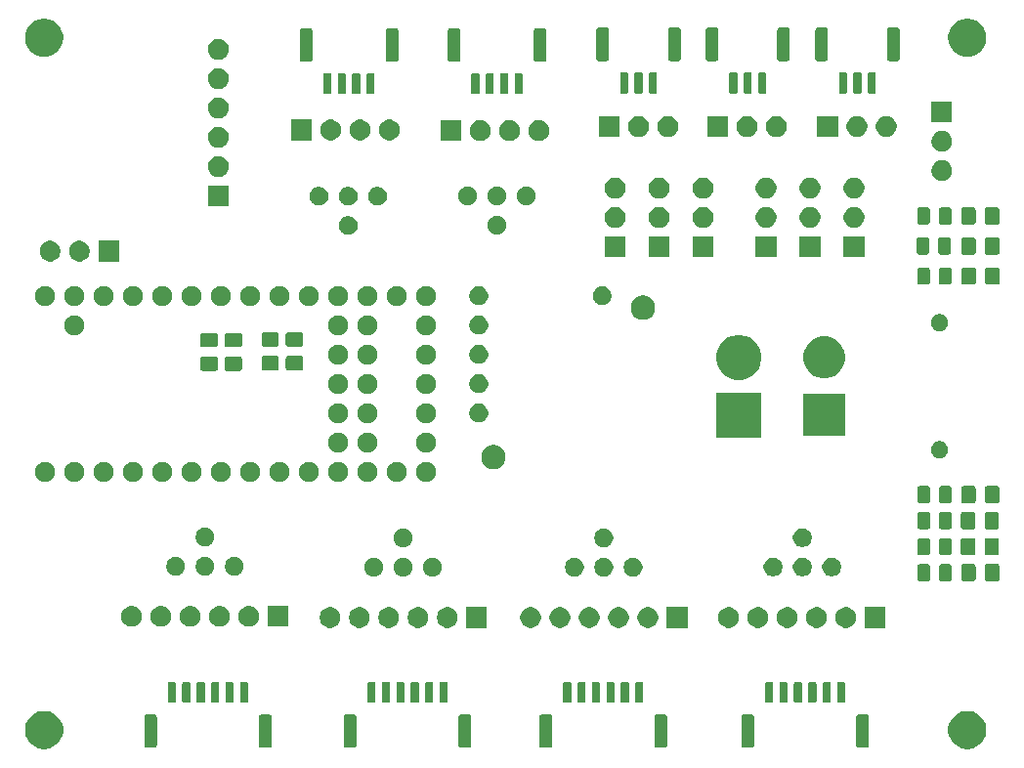
<source format=gts>
G04 #@! TF.GenerationSoftware,KiCad,Pcbnew,(5.1.5)-3*
G04 #@! TF.CreationDate,2022-01-20T10:09:34-08:00*
G04 #@! TF.ProjectId,teensy_breakout,7465656e-7379-45f6-9272-65616b6f7574,rev?*
G04 #@! TF.SameCoordinates,Original*
G04 #@! TF.FileFunction,Soldermask,Top*
G04 #@! TF.FilePolarity,Negative*
%FSLAX46Y46*%
G04 Gerber Fmt 4.6, Leading zero omitted, Abs format (unit mm)*
G04 Created by KiCad (PCBNEW (5.1.5)-3) date 2022-01-20 10:09:34*
%MOMM*%
%LPD*%
G04 APERTURE LIST*
%ADD10C,0.100000*%
G04 APERTURE END LIST*
D10*
G36*
X180375256Y-158391298D02*
G01*
X180481579Y-158412447D01*
X180782042Y-158536903D01*
X181052451Y-158717585D01*
X181282415Y-158947549D01*
X181463097Y-159217958D01*
X181587553Y-159518421D01*
X181651000Y-159837391D01*
X181651000Y-160162609D01*
X181587553Y-160481579D01*
X181463097Y-160782042D01*
X181282415Y-161052451D01*
X181052451Y-161282415D01*
X180782042Y-161463097D01*
X180481579Y-161587553D01*
X180375256Y-161608702D01*
X180162611Y-161651000D01*
X179837389Y-161651000D01*
X179624744Y-161608702D01*
X179518421Y-161587553D01*
X179217958Y-161463097D01*
X178947549Y-161282415D01*
X178717585Y-161052451D01*
X178536903Y-160782042D01*
X178412447Y-160481579D01*
X178349000Y-160162609D01*
X178349000Y-159837391D01*
X178412447Y-159518421D01*
X178536903Y-159217958D01*
X178717585Y-158947549D01*
X178947549Y-158717585D01*
X179217958Y-158536903D01*
X179518421Y-158412447D01*
X179624744Y-158391298D01*
X179837389Y-158349000D01*
X180162611Y-158349000D01*
X180375256Y-158391298D01*
G37*
G36*
X100375256Y-158391298D02*
G01*
X100481579Y-158412447D01*
X100782042Y-158536903D01*
X101052451Y-158717585D01*
X101282415Y-158947549D01*
X101463097Y-159217958D01*
X101587553Y-159518421D01*
X101651000Y-159837391D01*
X101651000Y-160162609D01*
X101587553Y-160481579D01*
X101463097Y-160782042D01*
X101282415Y-161052451D01*
X101052451Y-161282415D01*
X100782042Y-161463097D01*
X100481579Y-161587553D01*
X100375256Y-161608702D01*
X100162611Y-161651000D01*
X99837389Y-161651000D01*
X99624744Y-161608702D01*
X99518421Y-161587553D01*
X99217958Y-161463097D01*
X98947549Y-161282415D01*
X98717585Y-161052451D01*
X98536903Y-160782042D01*
X98412447Y-160481579D01*
X98349000Y-160162609D01*
X98349000Y-159837391D01*
X98412447Y-159518421D01*
X98536903Y-159217958D01*
X98717585Y-158947549D01*
X98947549Y-158717585D01*
X99217958Y-158536903D01*
X99518421Y-158412447D01*
X99624744Y-158391298D01*
X99837389Y-158349000D01*
X100162611Y-158349000D01*
X100375256Y-158391298D01*
G37*
G36*
X161354434Y-158653686D02*
G01*
X161394284Y-158665774D01*
X161430999Y-158685399D01*
X161463186Y-158711814D01*
X161489601Y-158744001D01*
X161509226Y-158780716D01*
X161521314Y-158820566D01*
X161526000Y-158868141D01*
X161526000Y-161331859D01*
X161521314Y-161379434D01*
X161509226Y-161419284D01*
X161489601Y-161455999D01*
X161463186Y-161488186D01*
X161430999Y-161514601D01*
X161394284Y-161534226D01*
X161354434Y-161546314D01*
X161306859Y-161551000D01*
X160643141Y-161551000D01*
X160595566Y-161546314D01*
X160555716Y-161534226D01*
X160519001Y-161514601D01*
X160486814Y-161488186D01*
X160460399Y-161455999D01*
X160440774Y-161419284D01*
X160428686Y-161379434D01*
X160424000Y-161331859D01*
X160424000Y-158868141D01*
X160428686Y-158820566D01*
X160440774Y-158780716D01*
X160460399Y-158744001D01*
X160486814Y-158711814D01*
X160519001Y-158685399D01*
X160555716Y-158665774D01*
X160595566Y-158653686D01*
X160643141Y-158649000D01*
X161306859Y-158649000D01*
X161354434Y-158653686D01*
G37*
G36*
X143854434Y-158653686D02*
G01*
X143894284Y-158665774D01*
X143930999Y-158685399D01*
X143963186Y-158711814D01*
X143989601Y-158744001D01*
X144009226Y-158780716D01*
X144021314Y-158820566D01*
X144026000Y-158868141D01*
X144026000Y-161331859D01*
X144021314Y-161379434D01*
X144009226Y-161419284D01*
X143989601Y-161455999D01*
X143963186Y-161488186D01*
X143930999Y-161514601D01*
X143894284Y-161534226D01*
X143854434Y-161546314D01*
X143806859Y-161551000D01*
X143143141Y-161551000D01*
X143095566Y-161546314D01*
X143055716Y-161534226D01*
X143019001Y-161514601D01*
X142986814Y-161488186D01*
X142960399Y-161455999D01*
X142940774Y-161419284D01*
X142928686Y-161379434D01*
X142924000Y-161331859D01*
X142924000Y-158868141D01*
X142928686Y-158820566D01*
X142940774Y-158780716D01*
X142960399Y-158744001D01*
X142986814Y-158711814D01*
X143019001Y-158685399D01*
X143055716Y-158665774D01*
X143095566Y-158653686D01*
X143143141Y-158649000D01*
X143806859Y-158649000D01*
X143854434Y-158653686D01*
G37*
G36*
X119554434Y-158653686D02*
G01*
X119594284Y-158665774D01*
X119630999Y-158685399D01*
X119663186Y-158711814D01*
X119689601Y-158744001D01*
X119709226Y-158780716D01*
X119721314Y-158820566D01*
X119726000Y-158868141D01*
X119726000Y-161331859D01*
X119721314Y-161379434D01*
X119709226Y-161419284D01*
X119689601Y-161455999D01*
X119663186Y-161488186D01*
X119630999Y-161514601D01*
X119594284Y-161534226D01*
X119554434Y-161546314D01*
X119506859Y-161551000D01*
X118843141Y-161551000D01*
X118795566Y-161546314D01*
X118755716Y-161534226D01*
X118719001Y-161514601D01*
X118686814Y-161488186D01*
X118660399Y-161455999D01*
X118640774Y-161419284D01*
X118628686Y-161379434D01*
X118624000Y-161331859D01*
X118624000Y-158868141D01*
X118628686Y-158820566D01*
X118640774Y-158780716D01*
X118660399Y-158744001D01*
X118686814Y-158711814D01*
X118719001Y-158685399D01*
X118755716Y-158665774D01*
X118795566Y-158653686D01*
X118843141Y-158649000D01*
X119506859Y-158649000D01*
X119554434Y-158653686D01*
G37*
G36*
X109604434Y-158653686D02*
G01*
X109644284Y-158665774D01*
X109680999Y-158685399D01*
X109713186Y-158711814D01*
X109739601Y-158744001D01*
X109759226Y-158780716D01*
X109771314Y-158820566D01*
X109776000Y-158868141D01*
X109776000Y-161331859D01*
X109771314Y-161379434D01*
X109759226Y-161419284D01*
X109739601Y-161455999D01*
X109713186Y-161488186D01*
X109680999Y-161514601D01*
X109644284Y-161534226D01*
X109604434Y-161546314D01*
X109556859Y-161551000D01*
X108893141Y-161551000D01*
X108845566Y-161546314D01*
X108805716Y-161534226D01*
X108769001Y-161514601D01*
X108736814Y-161488186D01*
X108710399Y-161455999D01*
X108690774Y-161419284D01*
X108678686Y-161379434D01*
X108674000Y-161331859D01*
X108674000Y-158868141D01*
X108678686Y-158820566D01*
X108690774Y-158780716D01*
X108710399Y-158744001D01*
X108736814Y-158711814D01*
X108769001Y-158685399D01*
X108805716Y-158665774D01*
X108845566Y-158653686D01*
X108893141Y-158649000D01*
X109556859Y-158649000D01*
X109604434Y-158653686D01*
G37*
G36*
X153804434Y-158653686D02*
G01*
X153844284Y-158665774D01*
X153880999Y-158685399D01*
X153913186Y-158711814D01*
X153939601Y-158744001D01*
X153959226Y-158780716D01*
X153971314Y-158820566D01*
X153976000Y-158868141D01*
X153976000Y-161331859D01*
X153971314Y-161379434D01*
X153959226Y-161419284D01*
X153939601Y-161455999D01*
X153913186Y-161488186D01*
X153880999Y-161514601D01*
X153844284Y-161534226D01*
X153804434Y-161546314D01*
X153756859Y-161551000D01*
X153093141Y-161551000D01*
X153045566Y-161546314D01*
X153005716Y-161534226D01*
X152969001Y-161514601D01*
X152936814Y-161488186D01*
X152910399Y-161455999D01*
X152890774Y-161419284D01*
X152878686Y-161379434D01*
X152874000Y-161331859D01*
X152874000Y-158868141D01*
X152878686Y-158820566D01*
X152890774Y-158780716D01*
X152910399Y-158744001D01*
X152936814Y-158711814D01*
X152969001Y-158685399D01*
X153005716Y-158665774D01*
X153045566Y-158653686D01*
X153093141Y-158649000D01*
X153756859Y-158649000D01*
X153804434Y-158653686D01*
G37*
G36*
X136854434Y-158653686D02*
G01*
X136894284Y-158665774D01*
X136930999Y-158685399D01*
X136963186Y-158711814D01*
X136989601Y-158744001D01*
X137009226Y-158780716D01*
X137021314Y-158820566D01*
X137026000Y-158868141D01*
X137026000Y-161331859D01*
X137021314Y-161379434D01*
X137009226Y-161419284D01*
X136989601Y-161455999D01*
X136963186Y-161488186D01*
X136930999Y-161514601D01*
X136894284Y-161534226D01*
X136854434Y-161546314D01*
X136806859Y-161551000D01*
X136143141Y-161551000D01*
X136095566Y-161546314D01*
X136055716Y-161534226D01*
X136019001Y-161514601D01*
X135986814Y-161488186D01*
X135960399Y-161455999D01*
X135940774Y-161419284D01*
X135928686Y-161379434D01*
X135924000Y-161331859D01*
X135924000Y-158868141D01*
X135928686Y-158820566D01*
X135940774Y-158780716D01*
X135960399Y-158744001D01*
X135986814Y-158711814D01*
X136019001Y-158685399D01*
X136055716Y-158665774D01*
X136095566Y-158653686D01*
X136143141Y-158649000D01*
X136806859Y-158649000D01*
X136854434Y-158653686D01*
G37*
G36*
X171304434Y-158653686D02*
G01*
X171344284Y-158665774D01*
X171380999Y-158685399D01*
X171413186Y-158711814D01*
X171439601Y-158744001D01*
X171459226Y-158780716D01*
X171471314Y-158820566D01*
X171476000Y-158868141D01*
X171476000Y-161331859D01*
X171471314Y-161379434D01*
X171459226Y-161419284D01*
X171439601Y-161455999D01*
X171413186Y-161488186D01*
X171380999Y-161514601D01*
X171344284Y-161534226D01*
X171304434Y-161546314D01*
X171256859Y-161551000D01*
X170593141Y-161551000D01*
X170545566Y-161546314D01*
X170505716Y-161534226D01*
X170469001Y-161514601D01*
X170436814Y-161488186D01*
X170410399Y-161455999D01*
X170390774Y-161419284D01*
X170378686Y-161379434D01*
X170374000Y-161331859D01*
X170374000Y-158868141D01*
X170378686Y-158820566D01*
X170390774Y-158780716D01*
X170410399Y-158744001D01*
X170436814Y-158711814D01*
X170469001Y-158685399D01*
X170505716Y-158665774D01*
X170545566Y-158653686D01*
X170593141Y-158649000D01*
X171256859Y-158649000D01*
X171304434Y-158653686D01*
G37*
G36*
X126904434Y-158653686D02*
G01*
X126944284Y-158665774D01*
X126980999Y-158685399D01*
X127013186Y-158711814D01*
X127039601Y-158744001D01*
X127059226Y-158780716D01*
X127071314Y-158820566D01*
X127076000Y-158868141D01*
X127076000Y-161331859D01*
X127071314Y-161379434D01*
X127059226Y-161419284D01*
X127039601Y-161455999D01*
X127013186Y-161488186D01*
X126980999Y-161514601D01*
X126944284Y-161534226D01*
X126904434Y-161546314D01*
X126856859Y-161551000D01*
X126193141Y-161551000D01*
X126145566Y-161546314D01*
X126105716Y-161534226D01*
X126069001Y-161514601D01*
X126036814Y-161488186D01*
X126010399Y-161455999D01*
X125990774Y-161419284D01*
X125978686Y-161379434D01*
X125974000Y-161331859D01*
X125974000Y-158868141D01*
X125978686Y-158820566D01*
X125990774Y-158780716D01*
X126010399Y-158744001D01*
X126036814Y-158711814D01*
X126069001Y-158685399D01*
X126105716Y-158665774D01*
X126145566Y-158653686D01*
X126193141Y-158649000D01*
X126856859Y-158649000D01*
X126904434Y-158653686D01*
G37*
G36*
X164334928Y-155851764D02*
G01*
X164356009Y-155858160D01*
X164375445Y-155868548D01*
X164392476Y-155882524D01*
X164406452Y-155899555D01*
X164416840Y-155918991D01*
X164423236Y-155940072D01*
X164426000Y-155968140D01*
X164426000Y-157531860D01*
X164423236Y-157559928D01*
X164416840Y-157581009D01*
X164406452Y-157600445D01*
X164392476Y-157617476D01*
X164375445Y-157631452D01*
X164356009Y-157641840D01*
X164334928Y-157648236D01*
X164306860Y-157651000D01*
X163843140Y-157651000D01*
X163815072Y-157648236D01*
X163793991Y-157641840D01*
X163774555Y-157631452D01*
X163757524Y-157617476D01*
X163743548Y-157600445D01*
X163733160Y-157581009D01*
X163726764Y-157559928D01*
X163724000Y-157531860D01*
X163724000Y-155968140D01*
X163726764Y-155940072D01*
X163733160Y-155918991D01*
X163743548Y-155899555D01*
X163757524Y-155882524D01*
X163774555Y-155868548D01*
X163793991Y-155858160D01*
X163815072Y-155851764D01*
X163843140Y-155849000D01*
X164306860Y-155849000D01*
X164334928Y-155851764D01*
G37*
G36*
X111334928Y-155851764D02*
G01*
X111356009Y-155858160D01*
X111375445Y-155868548D01*
X111392476Y-155882524D01*
X111406452Y-155899555D01*
X111416840Y-155918991D01*
X111423236Y-155940072D01*
X111426000Y-155968140D01*
X111426000Y-157531860D01*
X111423236Y-157559928D01*
X111416840Y-157581009D01*
X111406452Y-157600445D01*
X111392476Y-157617476D01*
X111375445Y-157631452D01*
X111356009Y-157641840D01*
X111334928Y-157648236D01*
X111306860Y-157651000D01*
X110843140Y-157651000D01*
X110815072Y-157648236D01*
X110793991Y-157641840D01*
X110774555Y-157631452D01*
X110757524Y-157617476D01*
X110743548Y-157600445D01*
X110733160Y-157581009D01*
X110726764Y-157559928D01*
X110724000Y-157531860D01*
X110724000Y-155968140D01*
X110726764Y-155940072D01*
X110733160Y-155918991D01*
X110743548Y-155899555D01*
X110757524Y-155882524D01*
X110774555Y-155868548D01*
X110793991Y-155858160D01*
X110815072Y-155851764D01*
X110843140Y-155849000D01*
X111306860Y-155849000D01*
X111334928Y-155851764D01*
G37*
G36*
X145584928Y-155851764D02*
G01*
X145606009Y-155858160D01*
X145625445Y-155868548D01*
X145642476Y-155882524D01*
X145656452Y-155899555D01*
X145666840Y-155918991D01*
X145673236Y-155940072D01*
X145676000Y-155968140D01*
X145676000Y-157531860D01*
X145673236Y-157559928D01*
X145666840Y-157581009D01*
X145656452Y-157600445D01*
X145642476Y-157617476D01*
X145625445Y-157631452D01*
X145606009Y-157641840D01*
X145584928Y-157648236D01*
X145556860Y-157651000D01*
X145093140Y-157651000D01*
X145065072Y-157648236D01*
X145043991Y-157641840D01*
X145024555Y-157631452D01*
X145007524Y-157617476D01*
X144993548Y-157600445D01*
X144983160Y-157581009D01*
X144976764Y-157559928D01*
X144974000Y-157531860D01*
X144974000Y-155968140D01*
X144976764Y-155940072D01*
X144983160Y-155918991D01*
X144993548Y-155899555D01*
X145007524Y-155882524D01*
X145024555Y-155868548D01*
X145043991Y-155858160D01*
X145065072Y-155851764D01*
X145093140Y-155849000D01*
X145556860Y-155849000D01*
X145584928Y-155851764D01*
G37*
G36*
X146834928Y-155851764D02*
G01*
X146856009Y-155858160D01*
X146875445Y-155868548D01*
X146892476Y-155882524D01*
X146906452Y-155899555D01*
X146916840Y-155918991D01*
X146923236Y-155940072D01*
X146926000Y-155968140D01*
X146926000Y-157531860D01*
X146923236Y-157559928D01*
X146916840Y-157581009D01*
X146906452Y-157600445D01*
X146892476Y-157617476D01*
X146875445Y-157631452D01*
X146856009Y-157641840D01*
X146834928Y-157648236D01*
X146806860Y-157651000D01*
X146343140Y-157651000D01*
X146315072Y-157648236D01*
X146293991Y-157641840D01*
X146274555Y-157631452D01*
X146257524Y-157617476D01*
X146243548Y-157600445D01*
X146233160Y-157581009D01*
X146226764Y-157559928D01*
X146224000Y-157531860D01*
X146224000Y-155968140D01*
X146226764Y-155940072D01*
X146233160Y-155918991D01*
X146243548Y-155899555D01*
X146257524Y-155882524D01*
X146274555Y-155868548D01*
X146293991Y-155858160D01*
X146315072Y-155851764D01*
X146343140Y-155849000D01*
X146806860Y-155849000D01*
X146834928Y-155851764D01*
G37*
G36*
X148084928Y-155851764D02*
G01*
X148106009Y-155858160D01*
X148125445Y-155868548D01*
X148142476Y-155882524D01*
X148156452Y-155899555D01*
X148166840Y-155918991D01*
X148173236Y-155940072D01*
X148176000Y-155968140D01*
X148176000Y-157531860D01*
X148173236Y-157559928D01*
X148166840Y-157581009D01*
X148156452Y-157600445D01*
X148142476Y-157617476D01*
X148125445Y-157631452D01*
X148106009Y-157641840D01*
X148084928Y-157648236D01*
X148056860Y-157651000D01*
X147593140Y-157651000D01*
X147565072Y-157648236D01*
X147543991Y-157641840D01*
X147524555Y-157631452D01*
X147507524Y-157617476D01*
X147493548Y-157600445D01*
X147483160Y-157581009D01*
X147476764Y-157559928D01*
X147474000Y-157531860D01*
X147474000Y-155968140D01*
X147476764Y-155940072D01*
X147483160Y-155918991D01*
X147493548Y-155899555D01*
X147507524Y-155882524D01*
X147524555Y-155868548D01*
X147543991Y-155858160D01*
X147565072Y-155851764D01*
X147593140Y-155849000D01*
X148056860Y-155849000D01*
X148084928Y-155851764D01*
G37*
G36*
X149334928Y-155851764D02*
G01*
X149356009Y-155858160D01*
X149375445Y-155868548D01*
X149392476Y-155882524D01*
X149406452Y-155899555D01*
X149416840Y-155918991D01*
X149423236Y-155940072D01*
X149426000Y-155968140D01*
X149426000Y-157531860D01*
X149423236Y-157559928D01*
X149416840Y-157581009D01*
X149406452Y-157600445D01*
X149392476Y-157617476D01*
X149375445Y-157631452D01*
X149356009Y-157641840D01*
X149334928Y-157648236D01*
X149306860Y-157651000D01*
X148843140Y-157651000D01*
X148815072Y-157648236D01*
X148793991Y-157641840D01*
X148774555Y-157631452D01*
X148757524Y-157617476D01*
X148743548Y-157600445D01*
X148733160Y-157581009D01*
X148726764Y-157559928D01*
X148724000Y-157531860D01*
X148724000Y-155968140D01*
X148726764Y-155940072D01*
X148733160Y-155918991D01*
X148743548Y-155899555D01*
X148757524Y-155882524D01*
X148774555Y-155868548D01*
X148793991Y-155858160D01*
X148815072Y-155851764D01*
X148843140Y-155849000D01*
X149306860Y-155849000D01*
X149334928Y-155851764D01*
G37*
G36*
X150584928Y-155851764D02*
G01*
X150606009Y-155858160D01*
X150625445Y-155868548D01*
X150642476Y-155882524D01*
X150656452Y-155899555D01*
X150666840Y-155918991D01*
X150673236Y-155940072D01*
X150676000Y-155968140D01*
X150676000Y-157531860D01*
X150673236Y-157559928D01*
X150666840Y-157581009D01*
X150656452Y-157600445D01*
X150642476Y-157617476D01*
X150625445Y-157631452D01*
X150606009Y-157641840D01*
X150584928Y-157648236D01*
X150556860Y-157651000D01*
X150093140Y-157651000D01*
X150065072Y-157648236D01*
X150043991Y-157641840D01*
X150024555Y-157631452D01*
X150007524Y-157617476D01*
X149993548Y-157600445D01*
X149983160Y-157581009D01*
X149976764Y-157559928D01*
X149974000Y-157531860D01*
X149974000Y-155968140D01*
X149976764Y-155940072D01*
X149983160Y-155918991D01*
X149993548Y-155899555D01*
X150007524Y-155882524D01*
X150024555Y-155868548D01*
X150043991Y-155858160D01*
X150065072Y-155851764D01*
X150093140Y-155849000D01*
X150556860Y-155849000D01*
X150584928Y-155851764D01*
G37*
G36*
X151834928Y-155851764D02*
G01*
X151856009Y-155858160D01*
X151875445Y-155868548D01*
X151892476Y-155882524D01*
X151906452Y-155899555D01*
X151916840Y-155918991D01*
X151923236Y-155940072D01*
X151926000Y-155968140D01*
X151926000Y-157531860D01*
X151923236Y-157559928D01*
X151916840Y-157581009D01*
X151906452Y-157600445D01*
X151892476Y-157617476D01*
X151875445Y-157631452D01*
X151856009Y-157641840D01*
X151834928Y-157648236D01*
X151806860Y-157651000D01*
X151343140Y-157651000D01*
X151315072Y-157648236D01*
X151293991Y-157641840D01*
X151274555Y-157631452D01*
X151257524Y-157617476D01*
X151243548Y-157600445D01*
X151233160Y-157581009D01*
X151226764Y-157559928D01*
X151224000Y-157531860D01*
X151224000Y-155968140D01*
X151226764Y-155940072D01*
X151233160Y-155918991D01*
X151243548Y-155899555D01*
X151257524Y-155882524D01*
X151274555Y-155868548D01*
X151293991Y-155858160D01*
X151315072Y-155851764D01*
X151343140Y-155849000D01*
X151806860Y-155849000D01*
X151834928Y-155851764D01*
G37*
G36*
X163084928Y-155851764D02*
G01*
X163106009Y-155858160D01*
X163125445Y-155868548D01*
X163142476Y-155882524D01*
X163156452Y-155899555D01*
X163166840Y-155918991D01*
X163173236Y-155940072D01*
X163176000Y-155968140D01*
X163176000Y-157531860D01*
X163173236Y-157559928D01*
X163166840Y-157581009D01*
X163156452Y-157600445D01*
X163142476Y-157617476D01*
X163125445Y-157631452D01*
X163106009Y-157641840D01*
X163084928Y-157648236D01*
X163056860Y-157651000D01*
X162593140Y-157651000D01*
X162565072Y-157648236D01*
X162543991Y-157641840D01*
X162524555Y-157631452D01*
X162507524Y-157617476D01*
X162493548Y-157600445D01*
X162483160Y-157581009D01*
X162476764Y-157559928D01*
X162474000Y-157531860D01*
X162474000Y-155968140D01*
X162476764Y-155940072D01*
X162483160Y-155918991D01*
X162493548Y-155899555D01*
X162507524Y-155882524D01*
X162524555Y-155868548D01*
X162543991Y-155858160D01*
X162565072Y-155851764D01*
X162593140Y-155849000D01*
X163056860Y-155849000D01*
X163084928Y-155851764D01*
G37*
G36*
X165584928Y-155851764D02*
G01*
X165606009Y-155858160D01*
X165625445Y-155868548D01*
X165642476Y-155882524D01*
X165656452Y-155899555D01*
X165666840Y-155918991D01*
X165673236Y-155940072D01*
X165676000Y-155968140D01*
X165676000Y-157531860D01*
X165673236Y-157559928D01*
X165666840Y-157581009D01*
X165656452Y-157600445D01*
X165642476Y-157617476D01*
X165625445Y-157631452D01*
X165606009Y-157641840D01*
X165584928Y-157648236D01*
X165556860Y-157651000D01*
X165093140Y-157651000D01*
X165065072Y-157648236D01*
X165043991Y-157641840D01*
X165024555Y-157631452D01*
X165007524Y-157617476D01*
X164993548Y-157600445D01*
X164983160Y-157581009D01*
X164976764Y-157559928D01*
X164974000Y-157531860D01*
X164974000Y-155968140D01*
X164976764Y-155940072D01*
X164983160Y-155918991D01*
X164993548Y-155899555D01*
X165007524Y-155882524D01*
X165024555Y-155868548D01*
X165043991Y-155858160D01*
X165065072Y-155851764D01*
X165093140Y-155849000D01*
X165556860Y-155849000D01*
X165584928Y-155851764D01*
G37*
G36*
X166834928Y-155851764D02*
G01*
X166856009Y-155858160D01*
X166875445Y-155868548D01*
X166892476Y-155882524D01*
X166906452Y-155899555D01*
X166916840Y-155918991D01*
X166923236Y-155940072D01*
X166926000Y-155968140D01*
X166926000Y-157531860D01*
X166923236Y-157559928D01*
X166916840Y-157581009D01*
X166906452Y-157600445D01*
X166892476Y-157617476D01*
X166875445Y-157631452D01*
X166856009Y-157641840D01*
X166834928Y-157648236D01*
X166806860Y-157651000D01*
X166343140Y-157651000D01*
X166315072Y-157648236D01*
X166293991Y-157641840D01*
X166274555Y-157631452D01*
X166257524Y-157617476D01*
X166243548Y-157600445D01*
X166233160Y-157581009D01*
X166226764Y-157559928D01*
X166224000Y-157531860D01*
X166224000Y-155968140D01*
X166226764Y-155940072D01*
X166233160Y-155918991D01*
X166243548Y-155899555D01*
X166257524Y-155882524D01*
X166274555Y-155868548D01*
X166293991Y-155858160D01*
X166315072Y-155851764D01*
X166343140Y-155849000D01*
X166806860Y-155849000D01*
X166834928Y-155851764D01*
G37*
G36*
X168084928Y-155851764D02*
G01*
X168106009Y-155858160D01*
X168125445Y-155868548D01*
X168142476Y-155882524D01*
X168156452Y-155899555D01*
X168166840Y-155918991D01*
X168173236Y-155940072D01*
X168176000Y-155968140D01*
X168176000Y-157531860D01*
X168173236Y-157559928D01*
X168166840Y-157581009D01*
X168156452Y-157600445D01*
X168142476Y-157617476D01*
X168125445Y-157631452D01*
X168106009Y-157641840D01*
X168084928Y-157648236D01*
X168056860Y-157651000D01*
X167593140Y-157651000D01*
X167565072Y-157648236D01*
X167543991Y-157641840D01*
X167524555Y-157631452D01*
X167507524Y-157617476D01*
X167493548Y-157600445D01*
X167483160Y-157581009D01*
X167476764Y-157559928D01*
X167474000Y-157531860D01*
X167474000Y-155968140D01*
X167476764Y-155940072D01*
X167483160Y-155918991D01*
X167493548Y-155899555D01*
X167507524Y-155882524D01*
X167524555Y-155868548D01*
X167543991Y-155858160D01*
X167565072Y-155851764D01*
X167593140Y-155849000D01*
X168056860Y-155849000D01*
X168084928Y-155851764D01*
G37*
G36*
X134884928Y-155851764D02*
G01*
X134906009Y-155858160D01*
X134925445Y-155868548D01*
X134942476Y-155882524D01*
X134956452Y-155899555D01*
X134966840Y-155918991D01*
X134973236Y-155940072D01*
X134976000Y-155968140D01*
X134976000Y-157531860D01*
X134973236Y-157559928D01*
X134966840Y-157581009D01*
X134956452Y-157600445D01*
X134942476Y-157617476D01*
X134925445Y-157631452D01*
X134906009Y-157641840D01*
X134884928Y-157648236D01*
X134856860Y-157651000D01*
X134393140Y-157651000D01*
X134365072Y-157648236D01*
X134343991Y-157641840D01*
X134324555Y-157631452D01*
X134307524Y-157617476D01*
X134293548Y-157600445D01*
X134283160Y-157581009D01*
X134276764Y-157559928D01*
X134274000Y-157531860D01*
X134274000Y-155968140D01*
X134276764Y-155940072D01*
X134283160Y-155918991D01*
X134293548Y-155899555D01*
X134307524Y-155882524D01*
X134324555Y-155868548D01*
X134343991Y-155858160D01*
X134365072Y-155851764D01*
X134393140Y-155849000D01*
X134856860Y-155849000D01*
X134884928Y-155851764D01*
G37*
G36*
X115084928Y-155851764D02*
G01*
X115106009Y-155858160D01*
X115125445Y-155868548D01*
X115142476Y-155882524D01*
X115156452Y-155899555D01*
X115166840Y-155918991D01*
X115173236Y-155940072D01*
X115176000Y-155968140D01*
X115176000Y-157531860D01*
X115173236Y-157559928D01*
X115166840Y-157581009D01*
X115156452Y-157600445D01*
X115142476Y-157617476D01*
X115125445Y-157631452D01*
X115106009Y-157641840D01*
X115084928Y-157648236D01*
X115056860Y-157651000D01*
X114593140Y-157651000D01*
X114565072Y-157648236D01*
X114543991Y-157641840D01*
X114524555Y-157631452D01*
X114507524Y-157617476D01*
X114493548Y-157600445D01*
X114483160Y-157581009D01*
X114476764Y-157559928D01*
X114474000Y-157531860D01*
X114474000Y-155968140D01*
X114476764Y-155940072D01*
X114483160Y-155918991D01*
X114493548Y-155899555D01*
X114507524Y-155882524D01*
X114524555Y-155868548D01*
X114543991Y-155858160D01*
X114565072Y-155851764D01*
X114593140Y-155849000D01*
X115056860Y-155849000D01*
X115084928Y-155851764D01*
G37*
G36*
X113834928Y-155851764D02*
G01*
X113856009Y-155858160D01*
X113875445Y-155868548D01*
X113892476Y-155882524D01*
X113906452Y-155899555D01*
X113916840Y-155918991D01*
X113923236Y-155940072D01*
X113926000Y-155968140D01*
X113926000Y-157531860D01*
X113923236Y-157559928D01*
X113916840Y-157581009D01*
X113906452Y-157600445D01*
X113892476Y-157617476D01*
X113875445Y-157631452D01*
X113856009Y-157641840D01*
X113834928Y-157648236D01*
X113806860Y-157651000D01*
X113343140Y-157651000D01*
X113315072Y-157648236D01*
X113293991Y-157641840D01*
X113274555Y-157631452D01*
X113257524Y-157617476D01*
X113243548Y-157600445D01*
X113233160Y-157581009D01*
X113226764Y-157559928D01*
X113224000Y-157531860D01*
X113224000Y-155968140D01*
X113226764Y-155940072D01*
X113233160Y-155918991D01*
X113243548Y-155899555D01*
X113257524Y-155882524D01*
X113274555Y-155868548D01*
X113293991Y-155858160D01*
X113315072Y-155851764D01*
X113343140Y-155849000D01*
X113806860Y-155849000D01*
X113834928Y-155851764D01*
G37*
G36*
X116334928Y-155851764D02*
G01*
X116356009Y-155858160D01*
X116375445Y-155868548D01*
X116392476Y-155882524D01*
X116406452Y-155899555D01*
X116416840Y-155918991D01*
X116423236Y-155940072D01*
X116426000Y-155968140D01*
X116426000Y-157531860D01*
X116423236Y-157559928D01*
X116416840Y-157581009D01*
X116406452Y-157600445D01*
X116392476Y-157617476D01*
X116375445Y-157631452D01*
X116356009Y-157641840D01*
X116334928Y-157648236D01*
X116306860Y-157651000D01*
X115843140Y-157651000D01*
X115815072Y-157648236D01*
X115793991Y-157641840D01*
X115774555Y-157631452D01*
X115757524Y-157617476D01*
X115743548Y-157600445D01*
X115733160Y-157581009D01*
X115726764Y-157559928D01*
X115724000Y-157531860D01*
X115724000Y-155968140D01*
X115726764Y-155940072D01*
X115733160Y-155918991D01*
X115743548Y-155899555D01*
X115757524Y-155882524D01*
X115774555Y-155868548D01*
X115793991Y-155858160D01*
X115815072Y-155851764D01*
X115843140Y-155849000D01*
X116306860Y-155849000D01*
X116334928Y-155851764D01*
G37*
G36*
X117584928Y-155851764D02*
G01*
X117606009Y-155858160D01*
X117625445Y-155868548D01*
X117642476Y-155882524D01*
X117656452Y-155899555D01*
X117666840Y-155918991D01*
X117673236Y-155940072D01*
X117676000Y-155968140D01*
X117676000Y-157531860D01*
X117673236Y-157559928D01*
X117666840Y-157581009D01*
X117656452Y-157600445D01*
X117642476Y-157617476D01*
X117625445Y-157631452D01*
X117606009Y-157641840D01*
X117584928Y-157648236D01*
X117556860Y-157651000D01*
X117093140Y-157651000D01*
X117065072Y-157648236D01*
X117043991Y-157641840D01*
X117024555Y-157631452D01*
X117007524Y-157617476D01*
X116993548Y-157600445D01*
X116983160Y-157581009D01*
X116976764Y-157559928D01*
X116974000Y-157531860D01*
X116974000Y-155968140D01*
X116976764Y-155940072D01*
X116983160Y-155918991D01*
X116993548Y-155899555D01*
X117007524Y-155882524D01*
X117024555Y-155868548D01*
X117043991Y-155858160D01*
X117065072Y-155851764D01*
X117093140Y-155849000D01*
X117556860Y-155849000D01*
X117584928Y-155851764D01*
G37*
G36*
X128634928Y-155851764D02*
G01*
X128656009Y-155858160D01*
X128675445Y-155868548D01*
X128692476Y-155882524D01*
X128706452Y-155899555D01*
X128716840Y-155918991D01*
X128723236Y-155940072D01*
X128726000Y-155968140D01*
X128726000Y-157531860D01*
X128723236Y-157559928D01*
X128716840Y-157581009D01*
X128706452Y-157600445D01*
X128692476Y-157617476D01*
X128675445Y-157631452D01*
X128656009Y-157641840D01*
X128634928Y-157648236D01*
X128606860Y-157651000D01*
X128143140Y-157651000D01*
X128115072Y-157648236D01*
X128093991Y-157641840D01*
X128074555Y-157631452D01*
X128057524Y-157617476D01*
X128043548Y-157600445D01*
X128033160Y-157581009D01*
X128026764Y-157559928D01*
X128024000Y-157531860D01*
X128024000Y-155968140D01*
X128026764Y-155940072D01*
X128033160Y-155918991D01*
X128043548Y-155899555D01*
X128057524Y-155882524D01*
X128074555Y-155868548D01*
X128093991Y-155858160D01*
X128115072Y-155851764D01*
X128143140Y-155849000D01*
X128606860Y-155849000D01*
X128634928Y-155851764D01*
G37*
G36*
X129884928Y-155851764D02*
G01*
X129906009Y-155858160D01*
X129925445Y-155868548D01*
X129942476Y-155882524D01*
X129956452Y-155899555D01*
X129966840Y-155918991D01*
X129973236Y-155940072D01*
X129976000Y-155968140D01*
X129976000Y-157531860D01*
X129973236Y-157559928D01*
X129966840Y-157581009D01*
X129956452Y-157600445D01*
X129942476Y-157617476D01*
X129925445Y-157631452D01*
X129906009Y-157641840D01*
X129884928Y-157648236D01*
X129856860Y-157651000D01*
X129393140Y-157651000D01*
X129365072Y-157648236D01*
X129343991Y-157641840D01*
X129324555Y-157631452D01*
X129307524Y-157617476D01*
X129293548Y-157600445D01*
X129283160Y-157581009D01*
X129276764Y-157559928D01*
X129274000Y-157531860D01*
X129274000Y-155968140D01*
X129276764Y-155940072D01*
X129283160Y-155918991D01*
X129293548Y-155899555D01*
X129307524Y-155882524D01*
X129324555Y-155868548D01*
X129343991Y-155858160D01*
X129365072Y-155851764D01*
X129393140Y-155849000D01*
X129856860Y-155849000D01*
X129884928Y-155851764D01*
G37*
G36*
X131134928Y-155851764D02*
G01*
X131156009Y-155858160D01*
X131175445Y-155868548D01*
X131192476Y-155882524D01*
X131206452Y-155899555D01*
X131216840Y-155918991D01*
X131223236Y-155940072D01*
X131226000Y-155968140D01*
X131226000Y-157531860D01*
X131223236Y-157559928D01*
X131216840Y-157581009D01*
X131206452Y-157600445D01*
X131192476Y-157617476D01*
X131175445Y-157631452D01*
X131156009Y-157641840D01*
X131134928Y-157648236D01*
X131106860Y-157651000D01*
X130643140Y-157651000D01*
X130615072Y-157648236D01*
X130593991Y-157641840D01*
X130574555Y-157631452D01*
X130557524Y-157617476D01*
X130543548Y-157600445D01*
X130533160Y-157581009D01*
X130526764Y-157559928D01*
X130524000Y-157531860D01*
X130524000Y-155968140D01*
X130526764Y-155940072D01*
X130533160Y-155918991D01*
X130543548Y-155899555D01*
X130557524Y-155882524D01*
X130574555Y-155868548D01*
X130593991Y-155858160D01*
X130615072Y-155851764D01*
X130643140Y-155849000D01*
X131106860Y-155849000D01*
X131134928Y-155851764D01*
G37*
G36*
X112584928Y-155851764D02*
G01*
X112606009Y-155858160D01*
X112625445Y-155868548D01*
X112642476Y-155882524D01*
X112656452Y-155899555D01*
X112666840Y-155918991D01*
X112673236Y-155940072D01*
X112676000Y-155968140D01*
X112676000Y-157531860D01*
X112673236Y-157559928D01*
X112666840Y-157581009D01*
X112656452Y-157600445D01*
X112642476Y-157617476D01*
X112625445Y-157631452D01*
X112606009Y-157641840D01*
X112584928Y-157648236D01*
X112556860Y-157651000D01*
X112093140Y-157651000D01*
X112065072Y-157648236D01*
X112043991Y-157641840D01*
X112024555Y-157631452D01*
X112007524Y-157617476D01*
X111993548Y-157600445D01*
X111983160Y-157581009D01*
X111976764Y-157559928D01*
X111974000Y-157531860D01*
X111974000Y-155968140D01*
X111976764Y-155940072D01*
X111983160Y-155918991D01*
X111993548Y-155899555D01*
X112007524Y-155882524D01*
X112024555Y-155868548D01*
X112043991Y-155858160D01*
X112065072Y-155851764D01*
X112093140Y-155849000D01*
X112556860Y-155849000D01*
X112584928Y-155851764D01*
G37*
G36*
X132384928Y-155851764D02*
G01*
X132406009Y-155858160D01*
X132425445Y-155868548D01*
X132442476Y-155882524D01*
X132456452Y-155899555D01*
X132466840Y-155918991D01*
X132473236Y-155940072D01*
X132476000Y-155968140D01*
X132476000Y-157531860D01*
X132473236Y-157559928D01*
X132466840Y-157581009D01*
X132456452Y-157600445D01*
X132442476Y-157617476D01*
X132425445Y-157631452D01*
X132406009Y-157641840D01*
X132384928Y-157648236D01*
X132356860Y-157651000D01*
X131893140Y-157651000D01*
X131865072Y-157648236D01*
X131843991Y-157641840D01*
X131824555Y-157631452D01*
X131807524Y-157617476D01*
X131793548Y-157600445D01*
X131783160Y-157581009D01*
X131776764Y-157559928D01*
X131774000Y-157531860D01*
X131774000Y-155968140D01*
X131776764Y-155940072D01*
X131783160Y-155918991D01*
X131793548Y-155899555D01*
X131807524Y-155882524D01*
X131824555Y-155868548D01*
X131843991Y-155858160D01*
X131865072Y-155851764D01*
X131893140Y-155849000D01*
X132356860Y-155849000D01*
X132384928Y-155851764D01*
G37*
G36*
X133634928Y-155851764D02*
G01*
X133656009Y-155858160D01*
X133675445Y-155868548D01*
X133692476Y-155882524D01*
X133706452Y-155899555D01*
X133716840Y-155918991D01*
X133723236Y-155940072D01*
X133726000Y-155968140D01*
X133726000Y-157531860D01*
X133723236Y-157559928D01*
X133716840Y-157581009D01*
X133706452Y-157600445D01*
X133692476Y-157617476D01*
X133675445Y-157631452D01*
X133656009Y-157641840D01*
X133634928Y-157648236D01*
X133606860Y-157651000D01*
X133143140Y-157651000D01*
X133115072Y-157648236D01*
X133093991Y-157641840D01*
X133074555Y-157631452D01*
X133057524Y-157617476D01*
X133043548Y-157600445D01*
X133033160Y-157581009D01*
X133026764Y-157559928D01*
X133024000Y-157531860D01*
X133024000Y-155968140D01*
X133026764Y-155940072D01*
X133033160Y-155918991D01*
X133043548Y-155899555D01*
X133057524Y-155882524D01*
X133074555Y-155868548D01*
X133093991Y-155858160D01*
X133115072Y-155851764D01*
X133143140Y-155849000D01*
X133606860Y-155849000D01*
X133634928Y-155851764D01*
G37*
G36*
X169334928Y-155851764D02*
G01*
X169356009Y-155858160D01*
X169375445Y-155868548D01*
X169392476Y-155882524D01*
X169406452Y-155899555D01*
X169416840Y-155918991D01*
X169423236Y-155940072D01*
X169426000Y-155968140D01*
X169426000Y-157531860D01*
X169423236Y-157559928D01*
X169416840Y-157581009D01*
X169406452Y-157600445D01*
X169392476Y-157617476D01*
X169375445Y-157631452D01*
X169356009Y-157641840D01*
X169334928Y-157648236D01*
X169306860Y-157651000D01*
X168843140Y-157651000D01*
X168815072Y-157648236D01*
X168793991Y-157641840D01*
X168774555Y-157631452D01*
X168757524Y-157617476D01*
X168743548Y-157600445D01*
X168733160Y-157581009D01*
X168726764Y-157559928D01*
X168724000Y-157531860D01*
X168724000Y-155968140D01*
X168726764Y-155940072D01*
X168733160Y-155918991D01*
X168743548Y-155899555D01*
X168757524Y-155882524D01*
X168774555Y-155868548D01*
X168793991Y-155858160D01*
X168815072Y-155851764D01*
X168843140Y-155849000D01*
X169306860Y-155849000D01*
X169334928Y-155851764D01*
G37*
G36*
X142261531Y-149351544D02*
G01*
X142422812Y-149383624D01*
X142586784Y-149451544D01*
X142734354Y-149550147D01*
X142859853Y-149675646D01*
X142958456Y-149823216D01*
X143026376Y-149987188D01*
X143061000Y-150161259D01*
X143061000Y-150338741D01*
X143026376Y-150512812D01*
X142958456Y-150676784D01*
X142859853Y-150824354D01*
X142734354Y-150949853D01*
X142586784Y-151048456D01*
X142422812Y-151116376D01*
X142273512Y-151146073D01*
X142248742Y-151151000D01*
X142071258Y-151151000D01*
X142046488Y-151146073D01*
X141897188Y-151116376D01*
X141733216Y-151048456D01*
X141585646Y-150949853D01*
X141460147Y-150824354D01*
X141361544Y-150676784D01*
X141293624Y-150512812D01*
X141259000Y-150338741D01*
X141259000Y-150161259D01*
X141293624Y-149987188D01*
X141361544Y-149823216D01*
X141460147Y-149675646D01*
X141585646Y-149550147D01*
X141733216Y-149451544D01*
X141897188Y-149383624D01*
X142058469Y-149351544D01*
X142071258Y-149349000D01*
X142248742Y-149349000D01*
X142261531Y-149351544D01*
G37*
G36*
X172921000Y-151151000D02*
G01*
X171119000Y-151151000D01*
X171119000Y-149349000D01*
X172921000Y-149349000D01*
X172921000Y-151151000D01*
G37*
G36*
X169581531Y-149351544D02*
G01*
X169742812Y-149383624D01*
X169906784Y-149451544D01*
X170054354Y-149550147D01*
X170179853Y-149675646D01*
X170278456Y-149823216D01*
X170346376Y-149987188D01*
X170381000Y-150161259D01*
X170381000Y-150338741D01*
X170346376Y-150512812D01*
X170278456Y-150676784D01*
X170179853Y-150824354D01*
X170054354Y-150949853D01*
X169906784Y-151048456D01*
X169742812Y-151116376D01*
X169593512Y-151146073D01*
X169568742Y-151151000D01*
X169391258Y-151151000D01*
X169366488Y-151146073D01*
X169217188Y-151116376D01*
X169053216Y-151048456D01*
X168905646Y-150949853D01*
X168780147Y-150824354D01*
X168681544Y-150676784D01*
X168613624Y-150512812D01*
X168579000Y-150338741D01*
X168579000Y-150161259D01*
X168613624Y-149987188D01*
X168681544Y-149823216D01*
X168780147Y-149675646D01*
X168905646Y-149550147D01*
X169053216Y-149451544D01*
X169217188Y-149383624D01*
X169378469Y-149351544D01*
X169391258Y-149349000D01*
X169568742Y-149349000D01*
X169581531Y-149351544D01*
G37*
G36*
X167041531Y-149351544D02*
G01*
X167202812Y-149383624D01*
X167366784Y-149451544D01*
X167514354Y-149550147D01*
X167639853Y-149675646D01*
X167738456Y-149823216D01*
X167806376Y-149987188D01*
X167841000Y-150161259D01*
X167841000Y-150338741D01*
X167806376Y-150512812D01*
X167738456Y-150676784D01*
X167639853Y-150824354D01*
X167514354Y-150949853D01*
X167366784Y-151048456D01*
X167202812Y-151116376D01*
X167053512Y-151146073D01*
X167028742Y-151151000D01*
X166851258Y-151151000D01*
X166826488Y-151146073D01*
X166677188Y-151116376D01*
X166513216Y-151048456D01*
X166365646Y-150949853D01*
X166240147Y-150824354D01*
X166141544Y-150676784D01*
X166073624Y-150512812D01*
X166039000Y-150338741D01*
X166039000Y-150161259D01*
X166073624Y-149987188D01*
X166141544Y-149823216D01*
X166240147Y-149675646D01*
X166365646Y-149550147D01*
X166513216Y-149451544D01*
X166677188Y-149383624D01*
X166838469Y-149351544D01*
X166851258Y-149349000D01*
X167028742Y-149349000D01*
X167041531Y-149351544D01*
G37*
G36*
X164501531Y-149351544D02*
G01*
X164662812Y-149383624D01*
X164826784Y-149451544D01*
X164974354Y-149550147D01*
X165099853Y-149675646D01*
X165198456Y-149823216D01*
X165266376Y-149987188D01*
X165301000Y-150161259D01*
X165301000Y-150338741D01*
X165266376Y-150512812D01*
X165198456Y-150676784D01*
X165099853Y-150824354D01*
X164974354Y-150949853D01*
X164826784Y-151048456D01*
X164662812Y-151116376D01*
X164513512Y-151146073D01*
X164488742Y-151151000D01*
X164311258Y-151151000D01*
X164286488Y-151146073D01*
X164137188Y-151116376D01*
X163973216Y-151048456D01*
X163825646Y-150949853D01*
X163700147Y-150824354D01*
X163601544Y-150676784D01*
X163533624Y-150512812D01*
X163499000Y-150338741D01*
X163499000Y-150161259D01*
X163533624Y-149987188D01*
X163601544Y-149823216D01*
X163700147Y-149675646D01*
X163825646Y-149550147D01*
X163973216Y-149451544D01*
X164137188Y-149383624D01*
X164298469Y-149351544D01*
X164311258Y-149349000D01*
X164488742Y-149349000D01*
X164501531Y-149351544D01*
G37*
G36*
X161961531Y-149351544D02*
G01*
X162122812Y-149383624D01*
X162286784Y-149451544D01*
X162434354Y-149550147D01*
X162559853Y-149675646D01*
X162658456Y-149823216D01*
X162726376Y-149987188D01*
X162761000Y-150161259D01*
X162761000Y-150338741D01*
X162726376Y-150512812D01*
X162658456Y-150676784D01*
X162559853Y-150824354D01*
X162434354Y-150949853D01*
X162286784Y-151048456D01*
X162122812Y-151116376D01*
X161973512Y-151146073D01*
X161948742Y-151151000D01*
X161771258Y-151151000D01*
X161746488Y-151146073D01*
X161597188Y-151116376D01*
X161433216Y-151048456D01*
X161285646Y-150949853D01*
X161160147Y-150824354D01*
X161061544Y-150676784D01*
X160993624Y-150512812D01*
X160959000Y-150338741D01*
X160959000Y-150161259D01*
X160993624Y-149987188D01*
X161061544Y-149823216D01*
X161160147Y-149675646D01*
X161285646Y-149550147D01*
X161433216Y-149451544D01*
X161597188Y-149383624D01*
X161758469Y-149351544D01*
X161771258Y-149349000D01*
X161948742Y-149349000D01*
X161961531Y-149351544D01*
G37*
G36*
X159421531Y-149351544D02*
G01*
X159582812Y-149383624D01*
X159746784Y-149451544D01*
X159894354Y-149550147D01*
X160019853Y-149675646D01*
X160118456Y-149823216D01*
X160186376Y-149987188D01*
X160221000Y-150161259D01*
X160221000Y-150338741D01*
X160186376Y-150512812D01*
X160118456Y-150676784D01*
X160019853Y-150824354D01*
X159894354Y-150949853D01*
X159746784Y-151048456D01*
X159582812Y-151116376D01*
X159433512Y-151146073D01*
X159408742Y-151151000D01*
X159231258Y-151151000D01*
X159206488Y-151146073D01*
X159057188Y-151116376D01*
X158893216Y-151048456D01*
X158745646Y-150949853D01*
X158620147Y-150824354D01*
X158521544Y-150676784D01*
X158453624Y-150512812D01*
X158419000Y-150338741D01*
X158419000Y-150161259D01*
X158453624Y-149987188D01*
X158521544Y-149823216D01*
X158620147Y-149675646D01*
X158745646Y-149550147D01*
X158893216Y-149451544D01*
X159057188Y-149383624D01*
X159218469Y-149351544D01*
X159231258Y-149349000D01*
X159408742Y-149349000D01*
X159421531Y-149351544D01*
G37*
G36*
X124881531Y-149351544D02*
G01*
X125042812Y-149383624D01*
X125206784Y-149451544D01*
X125354354Y-149550147D01*
X125479853Y-149675646D01*
X125578456Y-149823216D01*
X125646376Y-149987188D01*
X125681000Y-150161259D01*
X125681000Y-150338741D01*
X125646376Y-150512812D01*
X125578456Y-150676784D01*
X125479853Y-150824354D01*
X125354354Y-150949853D01*
X125206784Y-151048456D01*
X125042812Y-151116376D01*
X124893512Y-151146073D01*
X124868742Y-151151000D01*
X124691258Y-151151000D01*
X124666488Y-151146073D01*
X124517188Y-151116376D01*
X124353216Y-151048456D01*
X124205646Y-150949853D01*
X124080147Y-150824354D01*
X123981544Y-150676784D01*
X123913624Y-150512812D01*
X123879000Y-150338741D01*
X123879000Y-150161259D01*
X123913624Y-149987188D01*
X123981544Y-149823216D01*
X124080147Y-149675646D01*
X124205646Y-149550147D01*
X124353216Y-149451544D01*
X124517188Y-149383624D01*
X124678469Y-149351544D01*
X124691258Y-149349000D01*
X124868742Y-149349000D01*
X124881531Y-149351544D01*
G37*
G36*
X127421531Y-149351544D02*
G01*
X127582812Y-149383624D01*
X127746784Y-149451544D01*
X127894354Y-149550147D01*
X128019853Y-149675646D01*
X128118456Y-149823216D01*
X128186376Y-149987188D01*
X128221000Y-150161259D01*
X128221000Y-150338741D01*
X128186376Y-150512812D01*
X128118456Y-150676784D01*
X128019853Y-150824354D01*
X127894354Y-150949853D01*
X127746784Y-151048456D01*
X127582812Y-151116376D01*
X127433512Y-151146073D01*
X127408742Y-151151000D01*
X127231258Y-151151000D01*
X127206488Y-151146073D01*
X127057188Y-151116376D01*
X126893216Y-151048456D01*
X126745646Y-150949853D01*
X126620147Y-150824354D01*
X126521544Y-150676784D01*
X126453624Y-150512812D01*
X126419000Y-150338741D01*
X126419000Y-150161259D01*
X126453624Y-149987188D01*
X126521544Y-149823216D01*
X126620147Y-149675646D01*
X126745646Y-149550147D01*
X126893216Y-149451544D01*
X127057188Y-149383624D01*
X127218469Y-149351544D01*
X127231258Y-149349000D01*
X127408742Y-149349000D01*
X127421531Y-149351544D01*
G37*
G36*
X132501531Y-149351544D02*
G01*
X132662812Y-149383624D01*
X132826784Y-149451544D01*
X132974354Y-149550147D01*
X133099853Y-149675646D01*
X133198456Y-149823216D01*
X133266376Y-149987188D01*
X133301000Y-150161259D01*
X133301000Y-150338741D01*
X133266376Y-150512812D01*
X133198456Y-150676784D01*
X133099853Y-150824354D01*
X132974354Y-150949853D01*
X132826784Y-151048456D01*
X132662812Y-151116376D01*
X132513512Y-151146073D01*
X132488742Y-151151000D01*
X132311258Y-151151000D01*
X132286488Y-151146073D01*
X132137188Y-151116376D01*
X131973216Y-151048456D01*
X131825646Y-150949853D01*
X131700147Y-150824354D01*
X131601544Y-150676784D01*
X131533624Y-150512812D01*
X131499000Y-150338741D01*
X131499000Y-150161259D01*
X131533624Y-149987188D01*
X131601544Y-149823216D01*
X131700147Y-149675646D01*
X131825646Y-149550147D01*
X131973216Y-149451544D01*
X132137188Y-149383624D01*
X132298469Y-149351544D01*
X132311258Y-149349000D01*
X132488742Y-149349000D01*
X132501531Y-149351544D01*
G37*
G36*
X135041531Y-149351544D02*
G01*
X135202812Y-149383624D01*
X135366784Y-149451544D01*
X135514354Y-149550147D01*
X135639853Y-149675646D01*
X135738456Y-149823216D01*
X135806376Y-149987188D01*
X135841000Y-150161259D01*
X135841000Y-150338741D01*
X135806376Y-150512812D01*
X135738456Y-150676784D01*
X135639853Y-150824354D01*
X135514354Y-150949853D01*
X135366784Y-151048456D01*
X135202812Y-151116376D01*
X135053512Y-151146073D01*
X135028742Y-151151000D01*
X134851258Y-151151000D01*
X134826488Y-151146073D01*
X134677188Y-151116376D01*
X134513216Y-151048456D01*
X134365646Y-150949853D01*
X134240147Y-150824354D01*
X134141544Y-150676784D01*
X134073624Y-150512812D01*
X134039000Y-150338741D01*
X134039000Y-150161259D01*
X134073624Y-149987188D01*
X134141544Y-149823216D01*
X134240147Y-149675646D01*
X134365646Y-149550147D01*
X134513216Y-149451544D01*
X134677188Y-149383624D01*
X134838469Y-149351544D01*
X134851258Y-149349000D01*
X135028742Y-149349000D01*
X135041531Y-149351544D01*
G37*
G36*
X138381000Y-151151000D02*
G01*
X136579000Y-151151000D01*
X136579000Y-149349000D01*
X138381000Y-149349000D01*
X138381000Y-151151000D01*
G37*
G36*
X149881531Y-149351544D02*
G01*
X150042812Y-149383624D01*
X150206784Y-149451544D01*
X150354354Y-149550147D01*
X150479853Y-149675646D01*
X150578456Y-149823216D01*
X150646376Y-149987188D01*
X150681000Y-150161259D01*
X150681000Y-150338741D01*
X150646376Y-150512812D01*
X150578456Y-150676784D01*
X150479853Y-150824354D01*
X150354354Y-150949853D01*
X150206784Y-151048456D01*
X150042812Y-151116376D01*
X149893512Y-151146073D01*
X149868742Y-151151000D01*
X149691258Y-151151000D01*
X149666488Y-151146073D01*
X149517188Y-151116376D01*
X149353216Y-151048456D01*
X149205646Y-150949853D01*
X149080147Y-150824354D01*
X148981544Y-150676784D01*
X148913624Y-150512812D01*
X148879000Y-150338741D01*
X148879000Y-150161259D01*
X148913624Y-149987188D01*
X148981544Y-149823216D01*
X149080147Y-149675646D01*
X149205646Y-149550147D01*
X149353216Y-149451544D01*
X149517188Y-149383624D01*
X149678469Y-149351544D01*
X149691258Y-149349000D01*
X149868742Y-149349000D01*
X149881531Y-149351544D01*
G37*
G36*
X147341531Y-149351544D02*
G01*
X147502812Y-149383624D01*
X147666784Y-149451544D01*
X147814354Y-149550147D01*
X147939853Y-149675646D01*
X148038456Y-149823216D01*
X148106376Y-149987188D01*
X148141000Y-150161259D01*
X148141000Y-150338741D01*
X148106376Y-150512812D01*
X148038456Y-150676784D01*
X147939853Y-150824354D01*
X147814354Y-150949853D01*
X147666784Y-151048456D01*
X147502812Y-151116376D01*
X147353512Y-151146073D01*
X147328742Y-151151000D01*
X147151258Y-151151000D01*
X147126488Y-151146073D01*
X146977188Y-151116376D01*
X146813216Y-151048456D01*
X146665646Y-150949853D01*
X146540147Y-150824354D01*
X146441544Y-150676784D01*
X146373624Y-150512812D01*
X146339000Y-150338741D01*
X146339000Y-150161259D01*
X146373624Y-149987188D01*
X146441544Y-149823216D01*
X146540147Y-149675646D01*
X146665646Y-149550147D01*
X146813216Y-149451544D01*
X146977188Y-149383624D01*
X147138469Y-149351544D01*
X147151258Y-149349000D01*
X147328742Y-149349000D01*
X147341531Y-149351544D01*
G37*
G36*
X144801531Y-149351544D02*
G01*
X144962812Y-149383624D01*
X145126784Y-149451544D01*
X145274354Y-149550147D01*
X145399853Y-149675646D01*
X145498456Y-149823216D01*
X145566376Y-149987188D01*
X145601000Y-150161259D01*
X145601000Y-150338741D01*
X145566376Y-150512812D01*
X145498456Y-150676784D01*
X145399853Y-150824354D01*
X145274354Y-150949853D01*
X145126784Y-151048456D01*
X144962812Y-151116376D01*
X144813512Y-151146073D01*
X144788742Y-151151000D01*
X144611258Y-151151000D01*
X144586488Y-151146073D01*
X144437188Y-151116376D01*
X144273216Y-151048456D01*
X144125646Y-150949853D01*
X144000147Y-150824354D01*
X143901544Y-150676784D01*
X143833624Y-150512812D01*
X143799000Y-150338741D01*
X143799000Y-150161259D01*
X143833624Y-149987188D01*
X143901544Y-149823216D01*
X144000147Y-149675646D01*
X144125646Y-149550147D01*
X144273216Y-149451544D01*
X144437188Y-149383624D01*
X144598469Y-149351544D01*
X144611258Y-149349000D01*
X144788742Y-149349000D01*
X144801531Y-149351544D01*
G37*
G36*
X155761000Y-151151000D02*
G01*
X153959000Y-151151000D01*
X153959000Y-149349000D01*
X155761000Y-149349000D01*
X155761000Y-151151000D01*
G37*
G36*
X152421531Y-149351544D02*
G01*
X152582812Y-149383624D01*
X152746784Y-149451544D01*
X152894354Y-149550147D01*
X153019853Y-149675646D01*
X153118456Y-149823216D01*
X153186376Y-149987188D01*
X153221000Y-150161259D01*
X153221000Y-150338741D01*
X153186376Y-150512812D01*
X153118456Y-150676784D01*
X153019853Y-150824354D01*
X152894354Y-150949853D01*
X152746784Y-151048456D01*
X152582812Y-151116376D01*
X152433512Y-151146073D01*
X152408742Y-151151000D01*
X152231258Y-151151000D01*
X152206488Y-151146073D01*
X152057188Y-151116376D01*
X151893216Y-151048456D01*
X151745646Y-150949853D01*
X151620147Y-150824354D01*
X151521544Y-150676784D01*
X151453624Y-150512812D01*
X151419000Y-150338741D01*
X151419000Y-150161259D01*
X151453624Y-149987188D01*
X151521544Y-149823216D01*
X151620147Y-149675646D01*
X151745646Y-149550147D01*
X151893216Y-149451544D01*
X152057188Y-149383624D01*
X152218469Y-149351544D01*
X152231258Y-149349000D01*
X152408742Y-149349000D01*
X152421531Y-149351544D01*
G37*
G36*
X129961531Y-149351544D02*
G01*
X130122812Y-149383624D01*
X130286784Y-149451544D01*
X130434354Y-149550147D01*
X130559853Y-149675646D01*
X130658456Y-149823216D01*
X130726376Y-149987188D01*
X130761000Y-150161259D01*
X130761000Y-150338741D01*
X130726376Y-150512812D01*
X130658456Y-150676784D01*
X130559853Y-150824354D01*
X130434354Y-150949853D01*
X130286784Y-151048456D01*
X130122812Y-151116376D01*
X129973512Y-151146073D01*
X129948742Y-151151000D01*
X129771258Y-151151000D01*
X129746488Y-151146073D01*
X129597188Y-151116376D01*
X129433216Y-151048456D01*
X129285646Y-150949853D01*
X129160147Y-150824354D01*
X129061544Y-150676784D01*
X128993624Y-150512812D01*
X128959000Y-150338741D01*
X128959000Y-150161259D01*
X128993624Y-149987188D01*
X129061544Y-149823216D01*
X129160147Y-149675646D01*
X129285646Y-149550147D01*
X129433216Y-149451544D01*
X129597188Y-149383624D01*
X129758469Y-149351544D01*
X129771258Y-149349000D01*
X129948742Y-149349000D01*
X129961531Y-149351544D01*
G37*
G36*
X121181000Y-151051000D02*
G01*
X119379000Y-151051000D01*
X119379000Y-149249000D01*
X121181000Y-149249000D01*
X121181000Y-151051000D01*
G37*
G36*
X112773512Y-149253927D02*
G01*
X112922812Y-149283624D01*
X113086784Y-149351544D01*
X113234354Y-149450147D01*
X113359853Y-149575646D01*
X113458456Y-149723216D01*
X113526376Y-149887188D01*
X113561000Y-150061259D01*
X113561000Y-150238741D01*
X113526376Y-150412812D01*
X113458456Y-150576784D01*
X113359853Y-150724354D01*
X113234354Y-150849853D01*
X113086784Y-150948456D01*
X112922812Y-151016376D01*
X112773512Y-151046073D01*
X112748742Y-151051000D01*
X112571258Y-151051000D01*
X112546488Y-151046073D01*
X112397188Y-151016376D01*
X112233216Y-150948456D01*
X112085646Y-150849853D01*
X111960147Y-150724354D01*
X111861544Y-150576784D01*
X111793624Y-150412812D01*
X111759000Y-150238741D01*
X111759000Y-150061259D01*
X111793624Y-149887188D01*
X111861544Y-149723216D01*
X111960147Y-149575646D01*
X112085646Y-149450147D01*
X112233216Y-149351544D01*
X112397188Y-149283624D01*
X112546488Y-149253927D01*
X112571258Y-149249000D01*
X112748742Y-149249000D01*
X112773512Y-149253927D01*
G37*
G36*
X115313512Y-149253927D02*
G01*
X115462812Y-149283624D01*
X115626784Y-149351544D01*
X115774354Y-149450147D01*
X115899853Y-149575646D01*
X115998456Y-149723216D01*
X116066376Y-149887188D01*
X116101000Y-150061259D01*
X116101000Y-150238741D01*
X116066376Y-150412812D01*
X115998456Y-150576784D01*
X115899853Y-150724354D01*
X115774354Y-150849853D01*
X115626784Y-150948456D01*
X115462812Y-151016376D01*
X115313512Y-151046073D01*
X115288742Y-151051000D01*
X115111258Y-151051000D01*
X115086488Y-151046073D01*
X114937188Y-151016376D01*
X114773216Y-150948456D01*
X114625646Y-150849853D01*
X114500147Y-150724354D01*
X114401544Y-150576784D01*
X114333624Y-150412812D01*
X114299000Y-150238741D01*
X114299000Y-150061259D01*
X114333624Y-149887188D01*
X114401544Y-149723216D01*
X114500147Y-149575646D01*
X114625646Y-149450147D01*
X114773216Y-149351544D01*
X114937188Y-149283624D01*
X115086488Y-149253927D01*
X115111258Y-149249000D01*
X115288742Y-149249000D01*
X115313512Y-149253927D01*
G37*
G36*
X117853512Y-149253927D02*
G01*
X118002812Y-149283624D01*
X118166784Y-149351544D01*
X118314354Y-149450147D01*
X118439853Y-149575646D01*
X118538456Y-149723216D01*
X118606376Y-149887188D01*
X118641000Y-150061259D01*
X118641000Y-150238741D01*
X118606376Y-150412812D01*
X118538456Y-150576784D01*
X118439853Y-150724354D01*
X118314354Y-150849853D01*
X118166784Y-150948456D01*
X118002812Y-151016376D01*
X117853512Y-151046073D01*
X117828742Y-151051000D01*
X117651258Y-151051000D01*
X117626488Y-151046073D01*
X117477188Y-151016376D01*
X117313216Y-150948456D01*
X117165646Y-150849853D01*
X117040147Y-150724354D01*
X116941544Y-150576784D01*
X116873624Y-150412812D01*
X116839000Y-150238741D01*
X116839000Y-150061259D01*
X116873624Y-149887188D01*
X116941544Y-149723216D01*
X117040147Y-149575646D01*
X117165646Y-149450147D01*
X117313216Y-149351544D01*
X117477188Y-149283624D01*
X117626488Y-149253927D01*
X117651258Y-149249000D01*
X117828742Y-149249000D01*
X117853512Y-149253927D01*
G37*
G36*
X110233512Y-149253927D02*
G01*
X110382812Y-149283624D01*
X110546784Y-149351544D01*
X110694354Y-149450147D01*
X110819853Y-149575646D01*
X110918456Y-149723216D01*
X110986376Y-149887188D01*
X111021000Y-150061259D01*
X111021000Y-150238741D01*
X110986376Y-150412812D01*
X110918456Y-150576784D01*
X110819853Y-150724354D01*
X110694354Y-150849853D01*
X110546784Y-150948456D01*
X110382812Y-151016376D01*
X110233512Y-151046073D01*
X110208742Y-151051000D01*
X110031258Y-151051000D01*
X110006488Y-151046073D01*
X109857188Y-151016376D01*
X109693216Y-150948456D01*
X109545646Y-150849853D01*
X109420147Y-150724354D01*
X109321544Y-150576784D01*
X109253624Y-150412812D01*
X109219000Y-150238741D01*
X109219000Y-150061259D01*
X109253624Y-149887188D01*
X109321544Y-149723216D01*
X109420147Y-149575646D01*
X109545646Y-149450147D01*
X109693216Y-149351544D01*
X109857188Y-149283624D01*
X110006488Y-149253927D01*
X110031258Y-149249000D01*
X110208742Y-149249000D01*
X110233512Y-149253927D01*
G37*
G36*
X107693512Y-149253927D02*
G01*
X107842812Y-149283624D01*
X108006784Y-149351544D01*
X108154354Y-149450147D01*
X108279853Y-149575646D01*
X108378456Y-149723216D01*
X108446376Y-149887188D01*
X108481000Y-150061259D01*
X108481000Y-150238741D01*
X108446376Y-150412812D01*
X108378456Y-150576784D01*
X108279853Y-150724354D01*
X108154354Y-150849853D01*
X108006784Y-150948456D01*
X107842812Y-151016376D01*
X107693512Y-151046073D01*
X107668742Y-151051000D01*
X107491258Y-151051000D01*
X107466488Y-151046073D01*
X107317188Y-151016376D01*
X107153216Y-150948456D01*
X107005646Y-150849853D01*
X106880147Y-150724354D01*
X106781544Y-150576784D01*
X106713624Y-150412812D01*
X106679000Y-150238741D01*
X106679000Y-150061259D01*
X106713624Y-149887188D01*
X106781544Y-149723216D01*
X106880147Y-149575646D01*
X107005646Y-149450147D01*
X107153216Y-149351544D01*
X107317188Y-149283624D01*
X107466488Y-149253927D01*
X107491258Y-149249000D01*
X107668742Y-149249000D01*
X107693512Y-149253927D01*
G37*
G36*
X176596968Y-145603565D02*
G01*
X176635638Y-145615296D01*
X176671277Y-145634346D01*
X176702517Y-145659983D01*
X176728154Y-145691223D01*
X176747204Y-145726862D01*
X176758935Y-145765532D01*
X176763500Y-145811888D01*
X176763500Y-146888112D01*
X176758935Y-146934468D01*
X176747204Y-146973138D01*
X176728154Y-147008777D01*
X176702517Y-147040017D01*
X176671277Y-147065654D01*
X176635638Y-147084704D01*
X176596968Y-147096435D01*
X176550612Y-147101000D01*
X175899388Y-147101000D01*
X175853032Y-147096435D01*
X175814362Y-147084704D01*
X175778723Y-147065654D01*
X175747483Y-147040017D01*
X175721846Y-147008777D01*
X175702796Y-146973138D01*
X175691065Y-146934468D01*
X175686500Y-146888112D01*
X175686500Y-145811888D01*
X175691065Y-145765532D01*
X175702796Y-145726862D01*
X175721846Y-145691223D01*
X175747483Y-145659983D01*
X175778723Y-145634346D01*
X175814362Y-145615296D01*
X175853032Y-145603565D01*
X175899388Y-145599000D01*
X176550612Y-145599000D01*
X176596968Y-145603565D01*
G37*
G36*
X180563674Y-145603465D02*
G01*
X180601367Y-145614899D01*
X180636103Y-145633466D01*
X180666548Y-145658452D01*
X180691534Y-145688897D01*
X180710101Y-145723633D01*
X180721535Y-145761326D01*
X180726000Y-145806661D01*
X180726000Y-146893339D01*
X180721535Y-146938674D01*
X180710101Y-146976367D01*
X180691534Y-147011103D01*
X180666548Y-147041548D01*
X180636103Y-147066534D01*
X180601367Y-147085101D01*
X180563674Y-147096535D01*
X180518339Y-147101000D01*
X179681661Y-147101000D01*
X179636326Y-147096535D01*
X179598633Y-147085101D01*
X179563897Y-147066534D01*
X179533452Y-147041548D01*
X179508466Y-147011103D01*
X179489899Y-146976367D01*
X179478465Y-146938674D01*
X179474000Y-146893339D01*
X179474000Y-145806661D01*
X179478465Y-145761326D01*
X179489899Y-145723633D01*
X179508466Y-145688897D01*
X179533452Y-145658452D01*
X179563897Y-145633466D01*
X179598633Y-145614899D01*
X179636326Y-145603465D01*
X179681661Y-145599000D01*
X180518339Y-145599000D01*
X180563674Y-145603465D01*
G37*
G36*
X182613674Y-145603465D02*
G01*
X182651367Y-145614899D01*
X182686103Y-145633466D01*
X182716548Y-145658452D01*
X182741534Y-145688897D01*
X182760101Y-145723633D01*
X182771535Y-145761326D01*
X182776000Y-145806661D01*
X182776000Y-146893339D01*
X182771535Y-146938674D01*
X182760101Y-146976367D01*
X182741534Y-147011103D01*
X182716548Y-147041548D01*
X182686103Y-147066534D01*
X182651367Y-147085101D01*
X182613674Y-147096535D01*
X182568339Y-147101000D01*
X181731661Y-147101000D01*
X181686326Y-147096535D01*
X181648633Y-147085101D01*
X181613897Y-147066534D01*
X181583452Y-147041548D01*
X181558466Y-147011103D01*
X181539899Y-146976367D01*
X181528465Y-146938674D01*
X181524000Y-146893339D01*
X181524000Y-145806661D01*
X181528465Y-145761326D01*
X181539899Y-145723633D01*
X181558466Y-145688897D01*
X181583452Y-145658452D01*
X181613897Y-145633466D01*
X181648633Y-145614899D01*
X181686326Y-145603465D01*
X181731661Y-145599000D01*
X182568339Y-145599000D01*
X182613674Y-145603465D01*
G37*
G36*
X178471968Y-145603565D02*
G01*
X178510638Y-145615296D01*
X178546277Y-145634346D01*
X178577517Y-145659983D01*
X178603154Y-145691223D01*
X178622204Y-145726862D01*
X178633935Y-145765532D01*
X178638500Y-145811888D01*
X178638500Y-146888112D01*
X178633935Y-146934468D01*
X178622204Y-146973138D01*
X178603154Y-147008777D01*
X178577517Y-147040017D01*
X178546277Y-147065654D01*
X178510638Y-147084704D01*
X178471968Y-147096435D01*
X178425612Y-147101000D01*
X177774388Y-147101000D01*
X177728032Y-147096435D01*
X177689362Y-147084704D01*
X177653723Y-147065654D01*
X177622483Y-147040017D01*
X177596846Y-147008777D01*
X177577796Y-146973138D01*
X177566065Y-146934468D01*
X177561500Y-146888112D01*
X177561500Y-145811888D01*
X177566065Y-145765532D01*
X177577796Y-145726862D01*
X177596846Y-145691223D01*
X177622483Y-145659983D01*
X177653723Y-145634346D01*
X177689362Y-145615296D01*
X177728032Y-145603565D01*
X177774388Y-145599000D01*
X178425612Y-145599000D01*
X178471968Y-145603565D01*
G37*
G36*
X148737142Y-145108242D02*
G01*
X148885101Y-145169529D01*
X149018255Y-145258499D01*
X149131501Y-145371745D01*
X149220471Y-145504899D01*
X149281758Y-145652858D01*
X149313000Y-145809925D01*
X149313000Y-145970075D01*
X149281758Y-146127142D01*
X149220471Y-146275101D01*
X149131501Y-146408255D01*
X149018255Y-146521501D01*
X148885101Y-146610471D01*
X148737142Y-146671758D01*
X148580075Y-146703000D01*
X148419925Y-146703000D01*
X148262858Y-146671758D01*
X148114899Y-146610471D01*
X147981745Y-146521501D01*
X147868499Y-146408255D01*
X147779529Y-146275101D01*
X147718242Y-146127142D01*
X147687000Y-145970075D01*
X147687000Y-145809925D01*
X147718242Y-145652858D01*
X147779529Y-145504899D01*
X147868499Y-145371745D01*
X147981745Y-145258499D01*
X148114899Y-145169529D01*
X148262858Y-145108242D01*
X148419925Y-145077000D01*
X148580075Y-145077000D01*
X148737142Y-145108242D01*
G37*
G36*
X151277142Y-145108242D02*
G01*
X151425101Y-145169529D01*
X151558255Y-145258499D01*
X151671501Y-145371745D01*
X151760471Y-145504899D01*
X151821758Y-145652858D01*
X151853000Y-145809925D01*
X151853000Y-145970075D01*
X151821758Y-146127142D01*
X151760471Y-146275101D01*
X151671501Y-146408255D01*
X151558255Y-146521501D01*
X151425101Y-146610471D01*
X151277142Y-146671758D01*
X151120075Y-146703000D01*
X150959925Y-146703000D01*
X150802858Y-146671758D01*
X150654899Y-146610471D01*
X150521745Y-146521501D01*
X150408499Y-146408255D01*
X150319529Y-146275101D01*
X150258242Y-146127142D01*
X150227000Y-145970075D01*
X150227000Y-145809925D01*
X150258242Y-145652858D01*
X150319529Y-145504899D01*
X150408499Y-145371745D01*
X150521745Y-145258499D01*
X150654899Y-145169529D01*
X150802858Y-145108242D01*
X150959925Y-145077000D01*
X151120075Y-145077000D01*
X151277142Y-145108242D01*
G37*
G36*
X131337142Y-145108242D02*
G01*
X131485101Y-145169529D01*
X131618255Y-145258499D01*
X131731501Y-145371745D01*
X131820471Y-145504899D01*
X131881758Y-145652858D01*
X131913000Y-145809925D01*
X131913000Y-145970075D01*
X131881758Y-146127142D01*
X131820471Y-146275101D01*
X131731501Y-146408255D01*
X131618255Y-146521501D01*
X131485101Y-146610471D01*
X131337142Y-146671758D01*
X131180075Y-146703000D01*
X131019925Y-146703000D01*
X130862858Y-146671758D01*
X130714899Y-146610471D01*
X130581745Y-146521501D01*
X130468499Y-146408255D01*
X130379529Y-146275101D01*
X130318242Y-146127142D01*
X130287000Y-145970075D01*
X130287000Y-145809925D01*
X130318242Y-145652858D01*
X130379529Y-145504899D01*
X130468499Y-145371745D01*
X130581745Y-145258499D01*
X130714899Y-145169529D01*
X130862858Y-145108242D01*
X131019925Y-145077000D01*
X131180075Y-145077000D01*
X131337142Y-145108242D01*
G37*
G36*
X128797142Y-145108242D02*
G01*
X128945101Y-145169529D01*
X129078255Y-145258499D01*
X129191501Y-145371745D01*
X129280471Y-145504899D01*
X129341758Y-145652858D01*
X129373000Y-145809925D01*
X129373000Y-145970075D01*
X129341758Y-146127142D01*
X129280471Y-146275101D01*
X129191501Y-146408255D01*
X129078255Y-146521501D01*
X128945101Y-146610471D01*
X128797142Y-146671758D01*
X128640075Y-146703000D01*
X128479925Y-146703000D01*
X128322858Y-146671758D01*
X128174899Y-146610471D01*
X128041745Y-146521501D01*
X127928499Y-146408255D01*
X127839529Y-146275101D01*
X127778242Y-146127142D01*
X127747000Y-145970075D01*
X127747000Y-145809925D01*
X127778242Y-145652858D01*
X127839529Y-145504899D01*
X127928499Y-145371745D01*
X128041745Y-145258499D01*
X128174899Y-145169529D01*
X128322858Y-145108242D01*
X128479925Y-145077000D01*
X128640075Y-145077000D01*
X128797142Y-145108242D01*
G37*
G36*
X146197142Y-145108242D02*
G01*
X146345101Y-145169529D01*
X146478255Y-145258499D01*
X146591501Y-145371745D01*
X146680471Y-145504899D01*
X146741758Y-145652858D01*
X146773000Y-145809925D01*
X146773000Y-145970075D01*
X146741758Y-146127142D01*
X146680471Y-146275101D01*
X146591501Y-146408255D01*
X146478255Y-146521501D01*
X146345101Y-146610471D01*
X146197142Y-146671758D01*
X146040075Y-146703000D01*
X145879925Y-146703000D01*
X145722858Y-146671758D01*
X145574899Y-146610471D01*
X145441745Y-146521501D01*
X145328499Y-146408255D01*
X145239529Y-146275101D01*
X145178242Y-146127142D01*
X145147000Y-145970075D01*
X145147000Y-145809925D01*
X145178242Y-145652858D01*
X145239529Y-145504899D01*
X145328499Y-145371745D01*
X145441745Y-145258499D01*
X145574899Y-145169529D01*
X145722858Y-145108242D01*
X145879925Y-145077000D01*
X146040075Y-145077000D01*
X146197142Y-145108242D01*
G37*
G36*
X133877142Y-145108242D02*
G01*
X134025101Y-145169529D01*
X134158255Y-145258499D01*
X134271501Y-145371745D01*
X134360471Y-145504899D01*
X134421758Y-145652858D01*
X134453000Y-145809925D01*
X134453000Y-145970075D01*
X134421758Y-146127142D01*
X134360471Y-146275101D01*
X134271501Y-146408255D01*
X134158255Y-146521501D01*
X134025101Y-146610471D01*
X133877142Y-146671758D01*
X133720075Y-146703000D01*
X133559925Y-146703000D01*
X133402858Y-146671758D01*
X133254899Y-146610471D01*
X133121745Y-146521501D01*
X133008499Y-146408255D01*
X132919529Y-146275101D01*
X132858242Y-146127142D01*
X132827000Y-145970075D01*
X132827000Y-145809925D01*
X132858242Y-145652858D01*
X132919529Y-145504899D01*
X133008499Y-145371745D01*
X133121745Y-145258499D01*
X133254899Y-145169529D01*
X133402858Y-145108242D01*
X133559925Y-145077000D01*
X133720075Y-145077000D01*
X133877142Y-145108242D01*
G37*
G36*
X168477142Y-145078242D02*
G01*
X168625101Y-145139529D01*
X168758255Y-145228499D01*
X168871501Y-145341745D01*
X168960471Y-145474899D01*
X169021758Y-145622858D01*
X169053000Y-145779925D01*
X169053000Y-145940075D01*
X169021758Y-146097142D01*
X168960471Y-146245101D01*
X168871501Y-146378255D01*
X168758255Y-146491501D01*
X168625101Y-146580471D01*
X168477142Y-146641758D01*
X168320075Y-146673000D01*
X168159925Y-146673000D01*
X168002858Y-146641758D01*
X167854899Y-146580471D01*
X167721745Y-146491501D01*
X167608499Y-146378255D01*
X167519529Y-146245101D01*
X167458242Y-146097142D01*
X167427000Y-145940075D01*
X167427000Y-145779925D01*
X167458242Y-145622858D01*
X167519529Y-145474899D01*
X167608499Y-145341745D01*
X167721745Y-145228499D01*
X167854899Y-145139529D01*
X168002858Y-145078242D01*
X168159925Y-145047000D01*
X168320075Y-145047000D01*
X168477142Y-145078242D01*
G37*
G36*
X165937142Y-145078242D02*
G01*
X166085101Y-145139529D01*
X166218255Y-145228499D01*
X166331501Y-145341745D01*
X166420471Y-145474899D01*
X166481758Y-145622858D01*
X166513000Y-145779925D01*
X166513000Y-145940075D01*
X166481758Y-146097142D01*
X166420471Y-146245101D01*
X166331501Y-146378255D01*
X166218255Y-146491501D01*
X166085101Y-146580471D01*
X165937142Y-146641758D01*
X165780075Y-146673000D01*
X165619925Y-146673000D01*
X165462858Y-146641758D01*
X165314899Y-146580471D01*
X165181745Y-146491501D01*
X165068499Y-146378255D01*
X164979529Y-146245101D01*
X164918242Y-146097142D01*
X164887000Y-145940075D01*
X164887000Y-145779925D01*
X164918242Y-145622858D01*
X164979529Y-145474899D01*
X165068499Y-145341745D01*
X165181745Y-145228499D01*
X165314899Y-145139529D01*
X165462858Y-145078242D01*
X165619925Y-145047000D01*
X165780075Y-145047000D01*
X165937142Y-145078242D01*
G37*
G36*
X163397142Y-145078242D02*
G01*
X163545101Y-145139529D01*
X163678255Y-145228499D01*
X163791501Y-145341745D01*
X163880471Y-145474899D01*
X163941758Y-145622858D01*
X163973000Y-145779925D01*
X163973000Y-145940075D01*
X163941758Y-146097142D01*
X163880471Y-146245101D01*
X163791501Y-146378255D01*
X163678255Y-146491501D01*
X163545101Y-146580471D01*
X163397142Y-146641758D01*
X163240075Y-146673000D01*
X163079925Y-146673000D01*
X162922858Y-146641758D01*
X162774899Y-146580471D01*
X162641745Y-146491501D01*
X162528499Y-146378255D01*
X162439529Y-146245101D01*
X162378242Y-146097142D01*
X162347000Y-145940075D01*
X162347000Y-145779925D01*
X162378242Y-145622858D01*
X162439529Y-145474899D01*
X162528499Y-145341745D01*
X162641745Y-145228499D01*
X162774899Y-145139529D01*
X162922858Y-145078242D01*
X163079925Y-145047000D01*
X163240075Y-145047000D01*
X163397142Y-145078242D01*
G37*
G36*
X111647142Y-145028242D02*
G01*
X111795101Y-145089529D01*
X111928255Y-145178499D01*
X112041501Y-145291745D01*
X112130471Y-145424899D01*
X112191758Y-145572858D01*
X112223000Y-145729925D01*
X112223000Y-145890075D01*
X112191758Y-146047142D01*
X112130471Y-146195101D01*
X112041501Y-146328255D01*
X111928255Y-146441501D01*
X111795101Y-146530471D01*
X111647142Y-146591758D01*
X111490075Y-146623000D01*
X111329925Y-146623000D01*
X111172858Y-146591758D01*
X111024899Y-146530471D01*
X110891745Y-146441501D01*
X110778499Y-146328255D01*
X110689529Y-146195101D01*
X110628242Y-146047142D01*
X110597000Y-145890075D01*
X110597000Y-145729925D01*
X110628242Y-145572858D01*
X110689529Y-145424899D01*
X110778499Y-145291745D01*
X110891745Y-145178499D01*
X111024899Y-145089529D01*
X111172858Y-145028242D01*
X111329925Y-144997000D01*
X111490075Y-144997000D01*
X111647142Y-145028242D01*
G37*
G36*
X116727142Y-145028242D02*
G01*
X116875101Y-145089529D01*
X117008255Y-145178499D01*
X117121501Y-145291745D01*
X117210471Y-145424899D01*
X117271758Y-145572858D01*
X117303000Y-145729925D01*
X117303000Y-145890075D01*
X117271758Y-146047142D01*
X117210471Y-146195101D01*
X117121501Y-146328255D01*
X117008255Y-146441501D01*
X116875101Y-146530471D01*
X116727142Y-146591758D01*
X116570075Y-146623000D01*
X116409925Y-146623000D01*
X116252858Y-146591758D01*
X116104899Y-146530471D01*
X115971745Y-146441501D01*
X115858499Y-146328255D01*
X115769529Y-146195101D01*
X115708242Y-146047142D01*
X115677000Y-145890075D01*
X115677000Y-145729925D01*
X115708242Y-145572858D01*
X115769529Y-145424899D01*
X115858499Y-145291745D01*
X115971745Y-145178499D01*
X116104899Y-145089529D01*
X116252858Y-145028242D01*
X116409925Y-144997000D01*
X116570075Y-144997000D01*
X116727142Y-145028242D01*
G37*
G36*
X114187142Y-145028242D02*
G01*
X114335101Y-145089529D01*
X114468255Y-145178499D01*
X114581501Y-145291745D01*
X114670471Y-145424899D01*
X114731758Y-145572858D01*
X114763000Y-145729925D01*
X114763000Y-145890075D01*
X114731758Y-146047142D01*
X114670471Y-146195101D01*
X114581501Y-146328255D01*
X114468255Y-146441501D01*
X114335101Y-146530471D01*
X114187142Y-146591758D01*
X114030075Y-146623000D01*
X113869925Y-146623000D01*
X113712858Y-146591758D01*
X113564899Y-146530471D01*
X113431745Y-146441501D01*
X113318499Y-146328255D01*
X113229529Y-146195101D01*
X113168242Y-146047142D01*
X113137000Y-145890075D01*
X113137000Y-145729925D01*
X113168242Y-145572858D01*
X113229529Y-145424899D01*
X113318499Y-145291745D01*
X113431745Y-145178499D01*
X113564899Y-145089529D01*
X113712858Y-145028242D01*
X113869925Y-144997000D01*
X114030075Y-144997000D01*
X114187142Y-145028242D01*
G37*
G36*
X178471968Y-143353565D02*
G01*
X178510638Y-143365296D01*
X178546277Y-143384346D01*
X178577517Y-143409983D01*
X178603154Y-143441223D01*
X178622204Y-143476862D01*
X178633935Y-143515532D01*
X178638500Y-143561888D01*
X178638500Y-144638112D01*
X178633935Y-144684468D01*
X178622204Y-144723138D01*
X178603154Y-144758777D01*
X178577517Y-144790017D01*
X178546277Y-144815654D01*
X178510638Y-144834704D01*
X178471968Y-144846435D01*
X178425612Y-144851000D01*
X177774388Y-144851000D01*
X177728032Y-144846435D01*
X177689362Y-144834704D01*
X177653723Y-144815654D01*
X177622483Y-144790017D01*
X177596846Y-144758777D01*
X177577796Y-144723138D01*
X177566065Y-144684468D01*
X177561500Y-144638112D01*
X177561500Y-143561888D01*
X177566065Y-143515532D01*
X177577796Y-143476862D01*
X177596846Y-143441223D01*
X177622483Y-143409983D01*
X177653723Y-143384346D01*
X177689362Y-143365296D01*
X177728032Y-143353565D01*
X177774388Y-143349000D01*
X178425612Y-143349000D01*
X178471968Y-143353565D01*
G37*
G36*
X182588674Y-143353465D02*
G01*
X182626367Y-143364899D01*
X182661103Y-143383466D01*
X182691548Y-143408452D01*
X182716534Y-143438897D01*
X182735101Y-143473633D01*
X182746535Y-143511326D01*
X182751000Y-143556661D01*
X182751000Y-144643339D01*
X182746535Y-144688674D01*
X182735101Y-144726367D01*
X182716534Y-144761103D01*
X182691548Y-144791548D01*
X182661103Y-144816534D01*
X182626367Y-144835101D01*
X182588674Y-144846535D01*
X182543339Y-144851000D01*
X181706661Y-144851000D01*
X181661326Y-144846535D01*
X181623633Y-144835101D01*
X181588897Y-144816534D01*
X181558452Y-144791548D01*
X181533466Y-144761103D01*
X181514899Y-144726367D01*
X181503465Y-144688674D01*
X181499000Y-144643339D01*
X181499000Y-143556661D01*
X181503465Y-143511326D01*
X181514899Y-143473633D01*
X181533466Y-143438897D01*
X181558452Y-143408452D01*
X181588897Y-143383466D01*
X181623633Y-143364899D01*
X181661326Y-143353465D01*
X181706661Y-143349000D01*
X182543339Y-143349000D01*
X182588674Y-143353465D01*
G37*
G36*
X176596968Y-143353565D02*
G01*
X176635638Y-143365296D01*
X176671277Y-143384346D01*
X176702517Y-143409983D01*
X176728154Y-143441223D01*
X176747204Y-143476862D01*
X176758935Y-143515532D01*
X176763500Y-143561888D01*
X176763500Y-144638112D01*
X176758935Y-144684468D01*
X176747204Y-144723138D01*
X176728154Y-144758777D01*
X176702517Y-144790017D01*
X176671277Y-144815654D01*
X176635638Y-144834704D01*
X176596968Y-144846435D01*
X176550612Y-144851000D01*
X175899388Y-144851000D01*
X175853032Y-144846435D01*
X175814362Y-144834704D01*
X175778723Y-144815654D01*
X175747483Y-144790017D01*
X175721846Y-144758777D01*
X175702796Y-144723138D01*
X175691065Y-144684468D01*
X175686500Y-144638112D01*
X175686500Y-143561888D01*
X175691065Y-143515532D01*
X175702796Y-143476862D01*
X175721846Y-143441223D01*
X175747483Y-143409983D01*
X175778723Y-143384346D01*
X175814362Y-143365296D01*
X175853032Y-143353565D01*
X175899388Y-143349000D01*
X176550612Y-143349000D01*
X176596968Y-143353565D01*
G37*
G36*
X180538674Y-143353465D02*
G01*
X180576367Y-143364899D01*
X180611103Y-143383466D01*
X180641548Y-143408452D01*
X180666534Y-143438897D01*
X180685101Y-143473633D01*
X180696535Y-143511326D01*
X180701000Y-143556661D01*
X180701000Y-144643339D01*
X180696535Y-144688674D01*
X180685101Y-144726367D01*
X180666534Y-144761103D01*
X180641548Y-144791548D01*
X180611103Y-144816534D01*
X180576367Y-144835101D01*
X180538674Y-144846535D01*
X180493339Y-144851000D01*
X179656661Y-144851000D01*
X179611326Y-144846535D01*
X179573633Y-144835101D01*
X179538897Y-144816534D01*
X179508452Y-144791548D01*
X179483466Y-144761103D01*
X179464899Y-144726367D01*
X179453465Y-144688674D01*
X179449000Y-144643339D01*
X179449000Y-143556661D01*
X179453465Y-143511326D01*
X179464899Y-143473633D01*
X179483466Y-143438897D01*
X179508452Y-143408452D01*
X179538897Y-143383466D01*
X179573633Y-143364899D01*
X179611326Y-143353465D01*
X179656661Y-143349000D01*
X180493339Y-143349000D01*
X180538674Y-143353465D01*
G37*
G36*
X131337142Y-142568242D02*
G01*
X131485101Y-142629529D01*
X131618255Y-142718499D01*
X131731501Y-142831745D01*
X131820471Y-142964899D01*
X131881758Y-143112858D01*
X131913000Y-143269925D01*
X131913000Y-143430075D01*
X131881758Y-143587142D01*
X131820471Y-143735101D01*
X131731501Y-143868255D01*
X131618255Y-143981501D01*
X131485101Y-144070471D01*
X131337142Y-144131758D01*
X131180075Y-144163000D01*
X131019925Y-144163000D01*
X130862858Y-144131758D01*
X130714899Y-144070471D01*
X130581745Y-143981501D01*
X130468499Y-143868255D01*
X130379529Y-143735101D01*
X130318242Y-143587142D01*
X130287000Y-143430075D01*
X130287000Y-143269925D01*
X130318242Y-143112858D01*
X130379529Y-142964899D01*
X130468499Y-142831745D01*
X130581745Y-142718499D01*
X130714899Y-142629529D01*
X130862858Y-142568242D01*
X131019925Y-142537000D01*
X131180075Y-142537000D01*
X131337142Y-142568242D01*
G37*
G36*
X148737142Y-142568242D02*
G01*
X148885101Y-142629529D01*
X149018255Y-142718499D01*
X149131501Y-142831745D01*
X149220471Y-142964899D01*
X149281758Y-143112858D01*
X149313000Y-143269925D01*
X149313000Y-143430075D01*
X149281758Y-143587142D01*
X149220471Y-143735101D01*
X149131501Y-143868255D01*
X149018255Y-143981501D01*
X148885101Y-144070471D01*
X148737142Y-144131758D01*
X148580075Y-144163000D01*
X148419925Y-144163000D01*
X148262858Y-144131758D01*
X148114899Y-144070471D01*
X147981745Y-143981501D01*
X147868499Y-143868255D01*
X147779529Y-143735101D01*
X147718242Y-143587142D01*
X147687000Y-143430075D01*
X147687000Y-143269925D01*
X147718242Y-143112858D01*
X147779529Y-142964899D01*
X147868499Y-142831745D01*
X147981745Y-142718499D01*
X148114899Y-142629529D01*
X148262858Y-142568242D01*
X148419925Y-142537000D01*
X148580075Y-142537000D01*
X148737142Y-142568242D01*
G37*
G36*
X165937142Y-142538242D02*
G01*
X166085101Y-142599529D01*
X166218255Y-142688499D01*
X166331501Y-142801745D01*
X166420471Y-142934899D01*
X166481758Y-143082858D01*
X166513000Y-143239925D01*
X166513000Y-143400075D01*
X166481758Y-143557142D01*
X166420471Y-143705101D01*
X166331501Y-143838255D01*
X166218255Y-143951501D01*
X166085101Y-144040471D01*
X165937142Y-144101758D01*
X165780075Y-144133000D01*
X165619925Y-144133000D01*
X165462858Y-144101758D01*
X165314899Y-144040471D01*
X165181745Y-143951501D01*
X165068499Y-143838255D01*
X164979529Y-143705101D01*
X164918242Y-143557142D01*
X164887000Y-143400075D01*
X164887000Y-143239925D01*
X164918242Y-143082858D01*
X164979529Y-142934899D01*
X165068499Y-142801745D01*
X165181745Y-142688499D01*
X165314899Y-142599529D01*
X165462858Y-142538242D01*
X165619925Y-142507000D01*
X165780075Y-142507000D01*
X165937142Y-142538242D01*
G37*
G36*
X114187142Y-142488242D02*
G01*
X114335101Y-142549529D01*
X114468255Y-142638499D01*
X114581501Y-142751745D01*
X114670471Y-142884899D01*
X114731758Y-143032858D01*
X114763000Y-143189925D01*
X114763000Y-143350075D01*
X114731758Y-143507142D01*
X114670471Y-143655101D01*
X114581501Y-143788255D01*
X114468255Y-143901501D01*
X114335101Y-143990471D01*
X114187142Y-144051758D01*
X114030075Y-144083000D01*
X113869925Y-144083000D01*
X113712858Y-144051758D01*
X113564899Y-143990471D01*
X113431745Y-143901501D01*
X113318499Y-143788255D01*
X113229529Y-143655101D01*
X113168242Y-143507142D01*
X113137000Y-143350075D01*
X113137000Y-143189925D01*
X113168242Y-143032858D01*
X113229529Y-142884899D01*
X113318499Y-142751745D01*
X113431745Y-142638499D01*
X113564899Y-142549529D01*
X113712858Y-142488242D01*
X113869925Y-142457000D01*
X114030075Y-142457000D01*
X114187142Y-142488242D01*
G37*
G36*
X182588674Y-141103465D02*
G01*
X182626367Y-141114899D01*
X182661103Y-141133466D01*
X182691548Y-141158452D01*
X182716534Y-141188897D01*
X182735101Y-141223633D01*
X182746535Y-141261326D01*
X182751000Y-141306661D01*
X182751000Y-142393339D01*
X182746535Y-142438674D01*
X182735101Y-142476367D01*
X182716534Y-142511103D01*
X182691548Y-142541548D01*
X182661103Y-142566534D01*
X182626367Y-142585101D01*
X182588674Y-142596535D01*
X182543339Y-142601000D01*
X181706661Y-142601000D01*
X181661326Y-142596535D01*
X181623633Y-142585101D01*
X181588897Y-142566534D01*
X181558452Y-142541548D01*
X181533466Y-142511103D01*
X181514899Y-142476367D01*
X181503465Y-142438674D01*
X181499000Y-142393339D01*
X181499000Y-141306661D01*
X181503465Y-141261326D01*
X181514899Y-141223633D01*
X181533466Y-141188897D01*
X181558452Y-141158452D01*
X181588897Y-141133466D01*
X181623633Y-141114899D01*
X181661326Y-141103465D01*
X181706661Y-141099000D01*
X182543339Y-141099000D01*
X182588674Y-141103465D01*
G37*
G36*
X180538674Y-141103465D02*
G01*
X180576367Y-141114899D01*
X180611103Y-141133466D01*
X180641548Y-141158452D01*
X180666534Y-141188897D01*
X180685101Y-141223633D01*
X180696535Y-141261326D01*
X180701000Y-141306661D01*
X180701000Y-142393339D01*
X180696535Y-142438674D01*
X180685101Y-142476367D01*
X180666534Y-142511103D01*
X180641548Y-142541548D01*
X180611103Y-142566534D01*
X180576367Y-142585101D01*
X180538674Y-142596535D01*
X180493339Y-142601000D01*
X179656661Y-142601000D01*
X179611326Y-142596535D01*
X179573633Y-142585101D01*
X179538897Y-142566534D01*
X179508452Y-142541548D01*
X179483466Y-142511103D01*
X179464899Y-142476367D01*
X179453465Y-142438674D01*
X179449000Y-142393339D01*
X179449000Y-141306661D01*
X179453465Y-141261326D01*
X179464899Y-141223633D01*
X179483466Y-141188897D01*
X179508452Y-141158452D01*
X179538897Y-141133466D01*
X179573633Y-141114899D01*
X179611326Y-141103465D01*
X179656661Y-141099000D01*
X180493339Y-141099000D01*
X180538674Y-141103465D01*
G37*
G36*
X176596968Y-141103565D02*
G01*
X176635638Y-141115296D01*
X176671277Y-141134346D01*
X176702517Y-141159983D01*
X176728154Y-141191223D01*
X176747204Y-141226862D01*
X176758935Y-141265532D01*
X176763500Y-141311888D01*
X176763500Y-142388112D01*
X176758935Y-142434468D01*
X176747204Y-142473138D01*
X176728154Y-142508777D01*
X176702517Y-142540017D01*
X176671277Y-142565654D01*
X176635638Y-142584704D01*
X176596968Y-142596435D01*
X176550612Y-142601000D01*
X175899388Y-142601000D01*
X175853032Y-142596435D01*
X175814362Y-142584704D01*
X175778723Y-142565654D01*
X175747483Y-142540017D01*
X175721846Y-142508777D01*
X175702796Y-142473138D01*
X175691065Y-142434468D01*
X175686500Y-142388112D01*
X175686500Y-141311888D01*
X175691065Y-141265532D01*
X175702796Y-141226862D01*
X175721846Y-141191223D01*
X175747483Y-141159983D01*
X175778723Y-141134346D01*
X175814362Y-141115296D01*
X175853032Y-141103565D01*
X175899388Y-141099000D01*
X176550612Y-141099000D01*
X176596968Y-141103565D01*
G37*
G36*
X178471968Y-141103565D02*
G01*
X178510638Y-141115296D01*
X178546277Y-141134346D01*
X178577517Y-141159983D01*
X178603154Y-141191223D01*
X178622204Y-141226862D01*
X178633935Y-141265532D01*
X178638500Y-141311888D01*
X178638500Y-142388112D01*
X178633935Y-142434468D01*
X178622204Y-142473138D01*
X178603154Y-142508777D01*
X178577517Y-142540017D01*
X178546277Y-142565654D01*
X178510638Y-142584704D01*
X178471968Y-142596435D01*
X178425612Y-142601000D01*
X177774388Y-142601000D01*
X177728032Y-142596435D01*
X177689362Y-142584704D01*
X177653723Y-142565654D01*
X177622483Y-142540017D01*
X177596846Y-142508777D01*
X177577796Y-142473138D01*
X177566065Y-142434468D01*
X177561500Y-142388112D01*
X177561500Y-141311888D01*
X177566065Y-141265532D01*
X177577796Y-141226862D01*
X177596846Y-141191223D01*
X177622483Y-141159983D01*
X177653723Y-141134346D01*
X177689362Y-141115296D01*
X177728032Y-141103565D01*
X177774388Y-141099000D01*
X178425612Y-141099000D01*
X178471968Y-141103565D01*
G37*
G36*
X180563674Y-138853465D02*
G01*
X180601367Y-138864899D01*
X180636103Y-138883466D01*
X180666548Y-138908452D01*
X180691534Y-138938897D01*
X180710101Y-138973633D01*
X180721535Y-139011326D01*
X180726000Y-139056661D01*
X180726000Y-140143339D01*
X180721535Y-140188674D01*
X180710101Y-140226367D01*
X180691534Y-140261103D01*
X180666548Y-140291548D01*
X180636103Y-140316534D01*
X180601367Y-140335101D01*
X180563674Y-140346535D01*
X180518339Y-140351000D01*
X179681661Y-140351000D01*
X179636326Y-140346535D01*
X179598633Y-140335101D01*
X179563897Y-140316534D01*
X179533452Y-140291548D01*
X179508466Y-140261103D01*
X179489899Y-140226367D01*
X179478465Y-140188674D01*
X179474000Y-140143339D01*
X179474000Y-139056661D01*
X179478465Y-139011326D01*
X179489899Y-138973633D01*
X179508466Y-138938897D01*
X179533452Y-138908452D01*
X179563897Y-138883466D01*
X179598633Y-138864899D01*
X179636326Y-138853465D01*
X179681661Y-138849000D01*
X180518339Y-138849000D01*
X180563674Y-138853465D01*
G37*
G36*
X176596968Y-138853565D02*
G01*
X176635638Y-138865296D01*
X176671277Y-138884346D01*
X176702517Y-138909983D01*
X176728154Y-138941223D01*
X176747204Y-138976862D01*
X176758935Y-139015532D01*
X176763500Y-139061888D01*
X176763500Y-140138112D01*
X176758935Y-140184468D01*
X176747204Y-140223138D01*
X176728154Y-140258777D01*
X176702517Y-140290017D01*
X176671277Y-140315654D01*
X176635638Y-140334704D01*
X176596968Y-140346435D01*
X176550612Y-140351000D01*
X175899388Y-140351000D01*
X175853032Y-140346435D01*
X175814362Y-140334704D01*
X175778723Y-140315654D01*
X175747483Y-140290017D01*
X175721846Y-140258777D01*
X175702796Y-140223138D01*
X175691065Y-140184468D01*
X175686500Y-140138112D01*
X175686500Y-139061888D01*
X175691065Y-139015532D01*
X175702796Y-138976862D01*
X175721846Y-138941223D01*
X175747483Y-138909983D01*
X175778723Y-138884346D01*
X175814362Y-138865296D01*
X175853032Y-138853565D01*
X175899388Y-138849000D01*
X176550612Y-138849000D01*
X176596968Y-138853565D01*
G37*
G36*
X178471968Y-138853565D02*
G01*
X178510638Y-138865296D01*
X178546277Y-138884346D01*
X178577517Y-138909983D01*
X178603154Y-138941223D01*
X178622204Y-138976862D01*
X178633935Y-139015532D01*
X178638500Y-139061888D01*
X178638500Y-140138112D01*
X178633935Y-140184468D01*
X178622204Y-140223138D01*
X178603154Y-140258777D01*
X178577517Y-140290017D01*
X178546277Y-140315654D01*
X178510638Y-140334704D01*
X178471968Y-140346435D01*
X178425612Y-140351000D01*
X177774388Y-140351000D01*
X177728032Y-140346435D01*
X177689362Y-140334704D01*
X177653723Y-140315654D01*
X177622483Y-140290017D01*
X177596846Y-140258777D01*
X177577796Y-140223138D01*
X177566065Y-140184468D01*
X177561500Y-140138112D01*
X177561500Y-139061888D01*
X177566065Y-139015532D01*
X177577796Y-138976862D01*
X177596846Y-138941223D01*
X177622483Y-138909983D01*
X177653723Y-138884346D01*
X177689362Y-138865296D01*
X177728032Y-138853565D01*
X177774388Y-138849000D01*
X178425612Y-138849000D01*
X178471968Y-138853565D01*
G37*
G36*
X182613674Y-138853465D02*
G01*
X182651367Y-138864899D01*
X182686103Y-138883466D01*
X182716548Y-138908452D01*
X182741534Y-138938897D01*
X182760101Y-138973633D01*
X182771535Y-139011326D01*
X182776000Y-139056661D01*
X182776000Y-140143339D01*
X182771535Y-140188674D01*
X182760101Y-140226367D01*
X182741534Y-140261103D01*
X182716548Y-140291548D01*
X182686103Y-140316534D01*
X182651367Y-140335101D01*
X182613674Y-140346535D01*
X182568339Y-140351000D01*
X181731661Y-140351000D01*
X181686326Y-140346535D01*
X181648633Y-140335101D01*
X181613897Y-140316534D01*
X181583452Y-140291548D01*
X181558466Y-140261103D01*
X181539899Y-140226367D01*
X181528465Y-140188674D01*
X181524000Y-140143339D01*
X181524000Y-139056661D01*
X181528465Y-139011326D01*
X181539899Y-138973633D01*
X181558466Y-138938897D01*
X181583452Y-138908452D01*
X181613897Y-138883466D01*
X181648633Y-138864899D01*
X181686326Y-138853465D01*
X181731661Y-138849000D01*
X182568339Y-138849000D01*
X182613674Y-138853465D01*
G37*
G36*
X100338228Y-136801703D02*
G01*
X100493100Y-136865853D01*
X100632481Y-136958985D01*
X100751015Y-137077519D01*
X100844147Y-137216900D01*
X100908297Y-137371772D01*
X100941000Y-137536184D01*
X100941000Y-137703816D01*
X100908297Y-137868228D01*
X100844147Y-138023100D01*
X100751015Y-138162481D01*
X100632481Y-138281015D01*
X100493100Y-138374147D01*
X100338228Y-138438297D01*
X100173816Y-138471000D01*
X100006184Y-138471000D01*
X99841772Y-138438297D01*
X99686900Y-138374147D01*
X99547519Y-138281015D01*
X99428985Y-138162481D01*
X99335853Y-138023100D01*
X99271703Y-137868228D01*
X99239000Y-137703816D01*
X99239000Y-137536184D01*
X99271703Y-137371772D01*
X99335853Y-137216900D01*
X99428985Y-137077519D01*
X99547519Y-136958985D01*
X99686900Y-136865853D01*
X99841772Y-136801703D01*
X100006184Y-136769000D01*
X100173816Y-136769000D01*
X100338228Y-136801703D01*
G37*
G36*
X102878228Y-136801703D02*
G01*
X103033100Y-136865853D01*
X103172481Y-136958985D01*
X103291015Y-137077519D01*
X103384147Y-137216900D01*
X103448297Y-137371772D01*
X103481000Y-137536184D01*
X103481000Y-137703816D01*
X103448297Y-137868228D01*
X103384147Y-138023100D01*
X103291015Y-138162481D01*
X103172481Y-138281015D01*
X103033100Y-138374147D01*
X102878228Y-138438297D01*
X102713816Y-138471000D01*
X102546184Y-138471000D01*
X102381772Y-138438297D01*
X102226900Y-138374147D01*
X102087519Y-138281015D01*
X101968985Y-138162481D01*
X101875853Y-138023100D01*
X101811703Y-137868228D01*
X101779000Y-137703816D01*
X101779000Y-137536184D01*
X101811703Y-137371772D01*
X101875853Y-137216900D01*
X101968985Y-137077519D01*
X102087519Y-136958985D01*
X102226900Y-136865853D01*
X102381772Y-136801703D01*
X102546184Y-136769000D01*
X102713816Y-136769000D01*
X102878228Y-136801703D01*
G37*
G36*
X105418228Y-136801703D02*
G01*
X105573100Y-136865853D01*
X105712481Y-136958985D01*
X105831015Y-137077519D01*
X105924147Y-137216900D01*
X105988297Y-137371772D01*
X106021000Y-137536184D01*
X106021000Y-137703816D01*
X105988297Y-137868228D01*
X105924147Y-138023100D01*
X105831015Y-138162481D01*
X105712481Y-138281015D01*
X105573100Y-138374147D01*
X105418228Y-138438297D01*
X105253816Y-138471000D01*
X105086184Y-138471000D01*
X104921772Y-138438297D01*
X104766900Y-138374147D01*
X104627519Y-138281015D01*
X104508985Y-138162481D01*
X104415853Y-138023100D01*
X104351703Y-137868228D01*
X104319000Y-137703816D01*
X104319000Y-137536184D01*
X104351703Y-137371772D01*
X104415853Y-137216900D01*
X104508985Y-137077519D01*
X104627519Y-136958985D01*
X104766900Y-136865853D01*
X104921772Y-136801703D01*
X105086184Y-136769000D01*
X105253816Y-136769000D01*
X105418228Y-136801703D01*
G37*
G36*
X107958228Y-136801703D02*
G01*
X108113100Y-136865853D01*
X108252481Y-136958985D01*
X108371015Y-137077519D01*
X108464147Y-137216900D01*
X108528297Y-137371772D01*
X108561000Y-137536184D01*
X108561000Y-137703816D01*
X108528297Y-137868228D01*
X108464147Y-138023100D01*
X108371015Y-138162481D01*
X108252481Y-138281015D01*
X108113100Y-138374147D01*
X107958228Y-138438297D01*
X107793816Y-138471000D01*
X107626184Y-138471000D01*
X107461772Y-138438297D01*
X107306900Y-138374147D01*
X107167519Y-138281015D01*
X107048985Y-138162481D01*
X106955853Y-138023100D01*
X106891703Y-137868228D01*
X106859000Y-137703816D01*
X106859000Y-137536184D01*
X106891703Y-137371772D01*
X106955853Y-137216900D01*
X107048985Y-137077519D01*
X107167519Y-136958985D01*
X107306900Y-136865853D01*
X107461772Y-136801703D01*
X107626184Y-136769000D01*
X107793816Y-136769000D01*
X107958228Y-136801703D01*
G37*
G36*
X110498228Y-136801703D02*
G01*
X110653100Y-136865853D01*
X110792481Y-136958985D01*
X110911015Y-137077519D01*
X111004147Y-137216900D01*
X111068297Y-137371772D01*
X111101000Y-137536184D01*
X111101000Y-137703816D01*
X111068297Y-137868228D01*
X111004147Y-138023100D01*
X110911015Y-138162481D01*
X110792481Y-138281015D01*
X110653100Y-138374147D01*
X110498228Y-138438297D01*
X110333816Y-138471000D01*
X110166184Y-138471000D01*
X110001772Y-138438297D01*
X109846900Y-138374147D01*
X109707519Y-138281015D01*
X109588985Y-138162481D01*
X109495853Y-138023100D01*
X109431703Y-137868228D01*
X109399000Y-137703816D01*
X109399000Y-137536184D01*
X109431703Y-137371772D01*
X109495853Y-137216900D01*
X109588985Y-137077519D01*
X109707519Y-136958985D01*
X109846900Y-136865853D01*
X110001772Y-136801703D01*
X110166184Y-136769000D01*
X110333816Y-136769000D01*
X110498228Y-136801703D01*
G37*
G36*
X113038228Y-136801703D02*
G01*
X113193100Y-136865853D01*
X113332481Y-136958985D01*
X113451015Y-137077519D01*
X113544147Y-137216900D01*
X113608297Y-137371772D01*
X113641000Y-137536184D01*
X113641000Y-137703816D01*
X113608297Y-137868228D01*
X113544147Y-138023100D01*
X113451015Y-138162481D01*
X113332481Y-138281015D01*
X113193100Y-138374147D01*
X113038228Y-138438297D01*
X112873816Y-138471000D01*
X112706184Y-138471000D01*
X112541772Y-138438297D01*
X112386900Y-138374147D01*
X112247519Y-138281015D01*
X112128985Y-138162481D01*
X112035853Y-138023100D01*
X111971703Y-137868228D01*
X111939000Y-137703816D01*
X111939000Y-137536184D01*
X111971703Y-137371772D01*
X112035853Y-137216900D01*
X112128985Y-137077519D01*
X112247519Y-136958985D01*
X112386900Y-136865853D01*
X112541772Y-136801703D01*
X112706184Y-136769000D01*
X112873816Y-136769000D01*
X113038228Y-136801703D01*
G37*
G36*
X118118228Y-136801703D02*
G01*
X118273100Y-136865853D01*
X118412481Y-136958985D01*
X118531015Y-137077519D01*
X118624147Y-137216900D01*
X118688297Y-137371772D01*
X118721000Y-137536184D01*
X118721000Y-137703816D01*
X118688297Y-137868228D01*
X118624147Y-138023100D01*
X118531015Y-138162481D01*
X118412481Y-138281015D01*
X118273100Y-138374147D01*
X118118228Y-138438297D01*
X117953816Y-138471000D01*
X117786184Y-138471000D01*
X117621772Y-138438297D01*
X117466900Y-138374147D01*
X117327519Y-138281015D01*
X117208985Y-138162481D01*
X117115853Y-138023100D01*
X117051703Y-137868228D01*
X117019000Y-137703816D01*
X117019000Y-137536184D01*
X117051703Y-137371772D01*
X117115853Y-137216900D01*
X117208985Y-137077519D01*
X117327519Y-136958985D01*
X117466900Y-136865853D01*
X117621772Y-136801703D01*
X117786184Y-136769000D01*
X117953816Y-136769000D01*
X118118228Y-136801703D01*
G37*
G36*
X120658228Y-136801703D02*
G01*
X120813100Y-136865853D01*
X120952481Y-136958985D01*
X121071015Y-137077519D01*
X121164147Y-137216900D01*
X121228297Y-137371772D01*
X121261000Y-137536184D01*
X121261000Y-137703816D01*
X121228297Y-137868228D01*
X121164147Y-138023100D01*
X121071015Y-138162481D01*
X120952481Y-138281015D01*
X120813100Y-138374147D01*
X120658228Y-138438297D01*
X120493816Y-138471000D01*
X120326184Y-138471000D01*
X120161772Y-138438297D01*
X120006900Y-138374147D01*
X119867519Y-138281015D01*
X119748985Y-138162481D01*
X119655853Y-138023100D01*
X119591703Y-137868228D01*
X119559000Y-137703816D01*
X119559000Y-137536184D01*
X119591703Y-137371772D01*
X119655853Y-137216900D01*
X119748985Y-137077519D01*
X119867519Y-136958985D01*
X120006900Y-136865853D01*
X120161772Y-136801703D01*
X120326184Y-136769000D01*
X120493816Y-136769000D01*
X120658228Y-136801703D01*
G37*
G36*
X123198228Y-136801703D02*
G01*
X123353100Y-136865853D01*
X123492481Y-136958985D01*
X123611015Y-137077519D01*
X123704147Y-137216900D01*
X123768297Y-137371772D01*
X123801000Y-137536184D01*
X123801000Y-137703816D01*
X123768297Y-137868228D01*
X123704147Y-138023100D01*
X123611015Y-138162481D01*
X123492481Y-138281015D01*
X123353100Y-138374147D01*
X123198228Y-138438297D01*
X123033816Y-138471000D01*
X122866184Y-138471000D01*
X122701772Y-138438297D01*
X122546900Y-138374147D01*
X122407519Y-138281015D01*
X122288985Y-138162481D01*
X122195853Y-138023100D01*
X122131703Y-137868228D01*
X122099000Y-137703816D01*
X122099000Y-137536184D01*
X122131703Y-137371772D01*
X122195853Y-137216900D01*
X122288985Y-137077519D01*
X122407519Y-136958985D01*
X122546900Y-136865853D01*
X122701772Y-136801703D01*
X122866184Y-136769000D01*
X123033816Y-136769000D01*
X123198228Y-136801703D01*
G37*
G36*
X125738228Y-136801703D02*
G01*
X125893100Y-136865853D01*
X126032481Y-136958985D01*
X126151015Y-137077519D01*
X126244147Y-137216900D01*
X126308297Y-137371772D01*
X126341000Y-137536184D01*
X126341000Y-137703816D01*
X126308297Y-137868228D01*
X126244147Y-138023100D01*
X126151015Y-138162481D01*
X126032481Y-138281015D01*
X125893100Y-138374147D01*
X125738228Y-138438297D01*
X125573816Y-138471000D01*
X125406184Y-138471000D01*
X125241772Y-138438297D01*
X125086900Y-138374147D01*
X124947519Y-138281015D01*
X124828985Y-138162481D01*
X124735853Y-138023100D01*
X124671703Y-137868228D01*
X124639000Y-137703816D01*
X124639000Y-137536184D01*
X124671703Y-137371772D01*
X124735853Y-137216900D01*
X124828985Y-137077519D01*
X124947519Y-136958985D01*
X125086900Y-136865853D01*
X125241772Y-136801703D01*
X125406184Y-136769000D01*
X125573816Y-136769000D01*
X125738228Y-136801703D01*
G37*
G36*
X128278228Y-136801703D02*
G01*
X128433100Y-136865853D01*
X128572481Y-136958985D01*
X128691015Y-137077519D01*
X128784147Y-137216900D01*
X128848297Y-137371772D01*
X128881000Y-137536184D01*
X128881000Y-137703816D01*
X128848297Y-137868228D01*
X128784147Y-138023100D01*
X128691015Y-138162481D01*
X128572481Y-138281015D01*
X128433100Y-138374147D01*
X128278228Y-138438297D01*
X128113816Y-138471000D01*
X127946184Y-138471000D01*
X127781772Y-138438297D01*
X127626900Y-138374147D01*
X127487519Y-138281015D01*
X127368985Y-138162481D01*
X127275853Y-138023100D01*
X127211703Y-137868228D01*
X127179000Y-137703816D01*
X127179000Y-137536184D01*
X127211703Y-137371772D01*
X127275853Y-137216900D01*
X127368985Y-137077519D01*
X127487519Y-136958985D01*
X127626900Y-136865853D01*
X127781772Y-136801703D01*
X127946184Y-136769000D01*
X128113816Y-136769000D01*
X128278228Y-136801703D01*
G37*
G36*
X133358228Y-136801703D02*
G01*
X133513100Y-136865853D01*
X133652481Y-136958985D01*
X133771015Y-137077519D01*
X133864147Y-137216900D01*
X133928297Y-137371772D01*
X133961000Y-137536184D01*
X133961000Y-137703816D01*
X133928297Y-137868228D01*
X133864147Y-138023100D01*
X133771015Y-138162481D01*
X133652481Y-138281015D01*
X133513100Y-138374147D01*
X133358228Y-138438297D01*
X133193816Y-138471000D01*
X133026184Y-138471000D01*
X132861772Y-138438297D01*
X132706900Y-138374147D01*
X132567519Y-138281015D01*
X132448985Y-138162481D01*
X132355853Y-138023100D01*
X132291703Y-137868228D01*
X132259000Y-137703816D01*
X132259000Y-137536184D01*
X132291703Y-137371772D01*
X132355853Y-137216900D01*
X132448985Y-137077519D01*
X132567519Y-136958985D01*
X132706900Y-136865853D01*
X132861772Y-136801703D01*
X133026184Y-136769000D01*
X133193816Y-136769000D01*
X133358228Y-136801703D01*
G37*
G36*
X130818228Y-136801703D02*
G01*
X130973100Y-136865853D01*
X131112481Y-136958985D01*
X131231015Y-137077519D01*
X131324147Y-137216900D01*
X131388297Y-137371772D01*
X131421000Y-137536184D01*
X131421000Y-137703816D01*
X131388297Y-137868228D01*
X131324147Y-138023100D01*
X131231015Y-138162481D01*
X131112481Y-138281015D01*
X130973100Y-138374147D01*
X130818228Y-138438297D01*
X130653816Y-138471000D01*
X130486184Y-138471000D01*
X130321772Y-138438297D01*
X130166900Y-138374147D01*
X130027519Y-138281015D01*
X129908985Y-138162481D01*
X129815853Y-138023100D01*
X129751703Y-137868228D01*
X129719000Y-137703816D01*
X129719000Y-137536184D01*
X129751703Y-137371772D01*
X129815853Y-137216900D01*
X129908985Y-137077519D01*
X130027519Y-136958985D01*
X130166900Y-136865853D01*
X130321772Y-136801703D01*
X130486184Y-136769000D01*
X130653816Y-136769000D01*
X130818228Y-136801703D01*
G37*
G36*
X115578228Y-136801703D02*
G01*
X115733100Y-136865853D01*
X115872481Y-136958985D01*
X115991015Y-137077519D01*
X116084147Y-137216900D01*
X116148297Y-137371772D01*
X116181000Y-137536184D01*
X116181000Y-137703816D01*
X116148297Y-137868228D01*
X116084147Y-138023100D01*
X115991015Y-138162481D01*
X115872481Y-138281015D01*
X115733100Y-138374147D01*
X115578228Y-138438297D01*
X115413816Y-138471000D01*
X115246184Y-138471000D01*
X115081772Y-138438297D01*
X114926900Y-138374147D01*
X114787519Y-138281015D01*
X114668985Y-138162481D01*
X114575853Y-138023100D01*
X114511703Y-137868228D01*
X114479000Y-137703816D01*
X114479000Y-137536184D01*
X114511703Y-137371772D01*
X114575853Y-137216900D01*
X114668985Y-137077519D01*
X114787519Y-136958985D01*
X114926900Y-136865853D01*
X115081772Y-136801703D01*
X115246184Y-136769000D01*
X115413816Y-136769000D01*
X115578228Y-136801703D01*
G37*
G36*
X139246564Y-135329389D02*
G01*
X139437833Y-135408615D01*
X139437835Y-135408616D01*
X139609973Y-135523635D01*
X139756365Y-135670027D01*
X139866027Y-135834147D01*
X139871385Y-135842167D01*
X139950611Y-136033436D01*
X139991000Y-136236484D01*
X139991000Y-136443516D01*
X139950611Y-136646564D01*
X139871385Y-136837833D01*
X139871384Y-136837835D01*
X139756365Y-137009973D01*
X139609973Y-137156365D01*
X139437835Y-137271384D01*
X139437834Y-137271385D01*
X139437833Y-137271385D01*
X139246564Y-137350611D01*
X139043516Y-137391000D01*
X138836484Y-137391000D01*
X138633436Y-137350611D01*
X138442167Y-137271385D01*
X138442166Y-137271385D01*
X138442165Y-137271384D01*
X138270027Y-137156365D01*
X138123635Y-137009973D01*
X138008616Y-136837835D01*
X138008615Y-136837833D01*
X137929389Y-136646564D01*
X137889000Y-136443516D01*
X137889000Y-136236484D01*
X137929389Y-136033436D01*
X138008615Y-135842167D01*
X138013974Y-135834147D01*
X138123635Y-135670027D01*
X138270027Y-135523635D01*
X138442165Y-135408616D01*
X138442167Y-135408615D01*
X138633436Y-135329389D01*
X138836484Y-135289000D01*
X139043516Y-135289000D01*
X139246564Y-135329389D01*
G37*
G36*
X177819059Y-134977860D02*
G01*
X177955732Y-135034472D01*
X178078735Y-135116660D01*
X178183340Y-135221265D01*
X178265528Y-135344268D01*
X178265529Y-135344270D01*
X178322140Y-135480941D01*
X178351000Y-135626032D01*
X178351000Y-135773968D01*
X178326270Y-135898295D01*
X178322140Y-135919059D01*
X178265528Y-136055732D01*
X178183340Y-136178735D01*
X178078735Y-136283340D01*
X177955732Y-136365528D01*
X177955731Y-136365529D01*
X177955730Y-136365529D01*
X177819059Y-136422140D01*
X177673968Y-136451000D01*
X177526032Y-136451000D01*
X177380941Y-136422140D01*
X177244270Y-136365529D01*
X177244269Y-136365529D01*
X177244268Y-136365528D01*
X177121265Y-136283340D01*
X177016660Y-136178735D01*
X176934472Y-136055732D01*
X176877860Y-135919059D01*
X176873730Y-135898295D01*
X176849000Y-135773968D01*
X176849000Y-135626032D01*
X176877860Y-135480941D01*
X176934471Y-135344270D01*
X176934472Y-135344268D01*
X177016660Y-135221265D01*
X177121265Y-135116660D01*
X177244268Y-135034472D01*
X177380941Y-134977860D01*
X177526032Y-134949000D01*
X177673968Y-134949000D01*
X177819059Y-134977860D01*
G37*
G36*
X125738228Y-134261703D02*
G01*
X125893100Y-134325853D01*
X126032481Y-134418985D01*
X126151015Y-134537519D01*
X126244147Y-134676900D01*
X126308297Y-134831772D01*
X126341000Y-134996184D01*
X126341000Y-135163816D01*
X126308297Y-135328228D01*
X126244147Y-135483100D01*
X126151015Y-135622481D01*
X126032481Y-135741015D01*
X125893100Y-135834147D01*
X125738228Y-135898297D01*
X125573816Y-135931000D01*
X125406184Y-135931000D01*
X125241772Y-135898297D01*
X125086900Y-135834147D01*
X124947519Y-135741015D01*
X124828985Y-135622481D01*
X124735853Y-135483100D01*
X124671703Y-135328228D01*
X124639000Y-135163816D01*
X124639000Y-134996184D01*
X124671703Y-134831772D01*
X124735853Y-134676900D01*
X124828985Y-134537519D01*
X124947519Y-134418985D01*
X125086900Y-134325853D01*
X125241772Y-134261703D01*
X125406184Y-134229000D01*
X125573816Y-134229000D01*
X125738228Y-134261703D01*
G37*
G36*
X128278228Y-134261703D02*
G01*
X128433100Y-134325853D01*
X128572481Y-134418985D01*
X128691015Y-134537519D01*
X128784147Y-134676900D01*
X128848297Y-134831772D01*
X128881000Y-134996184D01*
X128881000Y-135163816D01*
X128848297Y-135328228D01*
X128784147Y-135483100D01*
X128691015Y-135622481D01*
X128572481Y-135741015D01*
X128433100Y-135834147D01*
X128278228Y-135898297D01*
X128113816Y-135931000D01*
X127946184Y-135931000D01*
X127781772Y-135898297D01*
X127626900Y-135834147D01*
X127487519Y-135741015D01*
X127368985Y-135622481D01*
X127275853Y-135483100D01*
X127211703Y-135328228D01*
X127179000Y-135163816D01*
X127179000Y-134996184D01*
X127211703Y-134831772D01*
X127275853Y-134676900D01*
X127368985Y-134537519D01*
X127487519Y-134418985D01*
X127626900Y-134325853D01*
X127781772Y-134261703D01*
X127946184Y-134229000D01*
X128113816Y-134229000D01*
X128278228Y-134261703D01*
G37*
G36*
X133358228Y-134261703D02*
G01*
X133513100Y-134325853D01*
X133652481Y-134418985D01*
X133771015Y-134537519D01*
X133864147Y-134676900D01*
X133928297Y-134831772D01*
X133961000Y-134996184D01*
X133961000Y-135163816D01*
X133928297Y-135328228D01*
X133864147Y-135483100D01*
X133771015Y-135622481D01*
X133652481Y-135741015D01*
X133513100Y-135834147D01*
X133358228Y-135898297D01*
X133193816Y-135931000D01*
X133026184Y-135931000D01*
X132861772Y-135898297D01*
X132706900Y-135834147D01*
X132567519Y-135741015D01*
X132448985Y-135622481D01*
X132355853Y-135483100D01*
X132291703Y-135328228D01*
X132259000Y-135163816D01*
X132259000Y-134996184D01*
X132291703Y-134831772D01*
X132355853Y-134676900D01*
X132448985Y-134537519D01*
X132567519Y-134418985D01*
X132706900Y-134325853D01*
X132861772Y-134261703D01*
X133026184Y-134229000D01*
X133193816Y-134229000D01*
X133358228Y-134261703D01*
G37*
G36*
X162151000Y-134651000D02*
G01*
X158249000Y-134651000D01*
X158249000Y-130749000D01*
X162151000Y-130749000D01*
X162151000Y-134651000D01*
G37*
G36*
X169401000Y-134501000D02*
G01*
X165799000Y-134501000D01*
X165799000Y-130899000D01*
X169401000Y-130899000D01*
X169401000Y-134501000D01*
G37*
G36*
X128278228Y-131721703D02*
G01*
X128433100Y-131785853D01*
X128572481Y-131878985D01*
X128691015Y-131997519D01*
X128784147Y-132136900D01*
X128848297Y-132291772D01*
X128881000Y-132456184D01*
X128881000Y-132623816D01*
X128848297Y-132788228D01*
X128784147Y-132943100D01*
X128691015Y-133082481D01*
X128572481Y-133201015D01*
X128433100Y-133294147D01*
X128278228Y-133358297D01*
X128113816Y-133391000D01*
X127946184Y-133391000D01*
X127781772Y-133358297D01*
X127626900Y-133294147D01*
X127487519Y-133201015D01*
X127368985Y-133082481D01*
X127275853Y-132943100D01*
X127211703Y-132788228D01*
X127179000Y-132623816D01*
X127179000Y-132456184D01*
X127211703Y-132291772D01*
X127275853Y-132136900D01*
X127368985Y-131997519D01*
X127487519Y-131878985D01*
X127626900Y-131785853D01*
X127781772Y-131721703D01*
X127946184Y-131689000D01*
X128113816Y-131689000D01*
X128278228Y-131721703D01*
G37*
G36*
X133358228Y-131721703D02*
G01*
X133513100Y-131785853D01*
X133652481Y-131878985D01*
X133771015Y-131997519D01*
X133864147Y-132136900D01*
X133928297Y-132291772D01*
X133961000Y-132456184D01*
X133961000Y-132623816D01*
X133928297Y-132788228D01*
X133864147Y-132943100D01*
X133771015Y-133082481D01*
X133652481Y-133201015D01*
X133513100Y-133294147D01*
X133358228Y-133358297D01*
X133193816Y-133391000D01*
X133026184Y-133391000D01*
X132861772Y-133358297D01*
X132706900Y-133294147D01*
X132567519Y-133201015D01*
X132448985Y-133082481D01*
X132355853Y-132943100D01*
X132291703Y-132788228D01*
X132259000Y-132623816D01*
X132259000Y-132456184D01*
X132291703Y-132291772D01*
X132355853Y-132136900D01*
X132448985Y-131997519D01*
X132567519Y-131878985D01*
X132706900Y-131785853D01*
X132861772Y-131721703D01*
X133026184Y-131689000D01*
X133193816Y-131689000D01*
X133358228Y-131721703D01*
G37*
G36*
X125738228Y-131721703D02*
G01*
X125893100Y-131785853D01*
X126032481Y-131878985D01*
X126151015Y-131997519D01*
X126244147Y-132136900D01*
X126308297Y-132291772D01*
X126341000Y-132456184D01*
X126341000Y-132623816D01*
X126308297Y-132788228D01*
X126244147Y-132943100D01*
X126151015Y-133082481D01*
X126032481Y-133201015D01*
X125893100Y-133294147D01*
X125738228Y-133358297D01*
X125573816Y-133391000D01*
X125406184Y-133391000D01*
X125241772Y-133358297D01*
X125086900Y-133294147D01*
X124947519Y-133201015D01*
X124828985Y-133082481D01*
X124735853Y-132943100D01*
X124671703Y-132788228D01*
X124639000Y-132623816D01*
X124639000Y-132456184D01*
X124671703Y-132291772D01*
X124735853Y-132136900D01*
X124828985Y-131997519D01*
X124947519Y-131878985D01*
X125086900Y-131785853D01*
X125241772Y-131721703D01*
X125406184Y-131689000D01*
X125573816Y-131689000D01*
X125738228Y-131721703D01*
G37*
G36*
X137907142Y-131748242D02*
G01*
X138055101Y-131809529D01*
X138188255Y-131898499D01*
X138301501Y-132011745D01*
X138390471Y-132144899D01*
X138451758Y-132292858D01*
X138483000Y-132449925D01*
X138483000Y-132610075D01*
X138451758Y-132767142D01*
X138390471Y-132915101D01*
X138301501Y-133048255D01*
X138188255Y-133161501D01*
X138055101Y-133250471D01*
X137907142Y-133311758D01*
X137750075Y-133343000D01*
X137589925Y-133343000D01*
X137432858Y-133311758D01*
X137284899Y-133250471D01*
X137151745Y-133161501D01*
X137038499Y-133048255D01*
X136949529Y-132915101D01*
X136888242Y-132767142D01*
X136857000Y-132610075D01*
X136857000Y-132449925D01*
X136888242Y-132292858D01*
X136949529Y-132144899D01*
X137038499Y-132011745D01*
X137151745Y-131898499D01*
X137284899Y-131809529D01*
X137432858Y-131748242D01*
X137589925Y-131717000D01*
X137750075Y-131717000D01*
X137907142Y-131748242D01*
G37*
G36*
X128278228Y-129181703D02*
G01*
X128433100Y-129245853D01*
X128572481Y-129338985D01*
X128691015Y-129457519D01*
X128784147Y-129596900D01*
X128848297Y-129751772D01*
X128881000Y-129916184D01*
X128881000Y-130083816D01*
X128848297Y-130248228D01*
X128784147Y-130403100D01*
X128691015Y-130542481D01*
X128572481Y-130661015D01*
X128433100Y-130754147D01*
X128278228Y-130818297D01*
X128113816Y-130851000D01*
X127946184Y-130851000D01*
X127781772Y-130818297D01*
X127626900Y-130754147D01*
X127487519Y-130661015D01*
X127368985Y-130542481D01*
X127275853Y-130403100D01*
X127211703Y-130248228D01*
X127179000Y-130083816D01*
X127179000Y-129916184D01*
X127211703Y-129751772D01*
X127275853Y-129596900D01*
X127368985Y-129457519D01*
X127487519Y-129338985D01*
X127626900Y-129245853D01*
X127781772Y-129181703D01*
X127946184Y-129149000D01*
X128113816Y-129149000D01*
X128278228Y-129181703D01*
G37*
G36*
X133358228Y-129181703D02*
G01*
X133513100Y-129245853D01*
X133652481Y-129338985D01*
X133771015Y-129457519D01*
X133864147Y-129596900D01*
X133928297Y-129751772D01*
X133961000Y-129916184D01*
X133961000Y-130083816D01*
X133928297Y-130248228D01*
X133864147Y-130403100D01*
X133771015Y-130542481D01*
X133652481Y-130661015D01*
X133513100Y-130754147D01*
X133358228Y-130818297D01*
X133193816Y-130851000D01*
X133026184Y-130851000D01*
X132861772Y-130818297D01*
X132706900Y-130754147D01*
X132567519Y-130661015D01*
X132448985Y-130542481D01*
X132355853Y-130403100D01*
X132291703Y-130248228D01*
X132259000Y-130083816D01*
X132259000Y-129916184D01*
X132291703Y-129751772D01*
X132355853Y-129596900D01*
X132448985Y-129457519D01*
X132567519Y-129338985D01*
X132706900Y-129245853D01*
X132861772Y-129181703D01*
X133026184Y-129149000D01*
X133193816Y-129149000D01*
X133358228Y-129181703D01*
G37*
G36*
X125738228Y-129181703D02*
G01*
X125893100Y-129245853D01*
X126032481Y-129338985D01*
X126151015Y-129457519D01*
X126244147Y-129596900D01*
X126308297Y-129751772D01*
X126341000Y-129916184D01*
X126341000Y-130083816D01*
X126308297Y-130248228D01*
X126244147Y-130403100D01*
X126151015Y-130542481D01*
X126032481Y-130661015D01*
X125893100Y-130754147D01*
X125738228Y-130818297D01*
X125573816Y-130851000D01*
X125406184Y-130851000D01*
X125241772Y-130818297D01*
X125086900Y-130754147D01*
X124947519Y-130661015D01*
X124828985Y-130542481D01*
X124735853Y-130403100D01*
X124671703Y-130248228D01*
X124639000Y-130083816D01*
X124639000Y-129916184D01*
X124671703Y-129751772D01*
X124735853Y-129596900D01*
X124828985Y-129457519D01*
X124947519Y-129338985D01*
X125086900Y-129245853D01*
X125241772Y-129181703D01*
X125406184Y-129149000D01*
X125573816Y-129149000D01*
X125738228Y-129181703D01*
G37*
G36*
X137907142Y-129208242D02*
G01*
X138055101Y-129269529D01*
X138188255Y-129358499D01*
X138301501Y-129471745D01*
X138390471Y-129604899D01*
X138451758Y-129752858D01*
X138483000Y-129909925D01*
X138483000Y-130070075D01*
X138451758Y-130227142D01*
X138390471Y-130375101D01*
X138301501Y-130508255D01*
X138188255Y-130621501D01*
X138055101Y-130710471D01*
X137907142Y-130771758D01*
X137750075Y-130803000D01*
X137589925Y-130803000D01*
X137432858Y-130771758D01*
X137284899Y-130710471D01*
X137151745Y-130621501D01*
X137038499Y-130508255D01*
X136949529Y-130375101D01*
X136888242Y-130227142D01*
X136857000Y-130070075D01*
X136857000Y-129909925D01*
X136888242Y-129752858D01*
X136949529Y-129604899D01*
X137038499Y-129471745D01*
X137151745Y-129358499D01*
X137284899Y-129269529D01*
X137432858Y-129208242D01*
X137589925Y-129177000D01*
X137750075Y-129177000D01*
X137907142Y-129208242D01*
G37*
G36*
X160769085Y-125823975D02*
G01*
X161124143Y-125971045D01*
X161124145Y-125971046D01*
X161443690Y-126184559D01*
X161715441Y-126456310D01*
X161922735Y-126766548D01*
X161928955Y-126775857D01*
X162076025Y-127130915D01*
X162151000Y-127507842D01*
X162151000Y-127892158D01*
X162076025Y-128269085D01*
X162072210Y-128278295D01*
X161928954Y-128624145D01*
X161715441Y-128943690D01*
X161443690Y-129215441D01*
X161124145Y-129428954D01*
X161124144Y-129428955D01*
X161124143Y-129428955D01*
X160769085Y-129576025D01*
X160392158Y-129651000D01*
X160007842Y-129651000D01*
X159630915Y-129576025D01*
X159275857Y-129428955D01*
X159275856Y-129428955D01*
X159275855Y-129428954D01*
X158956310Y-129215441D01*
X158684559Y-128943690D01*
X158471046Y-128624145D01*
X158327790Y-128278295D01*
X158323975Y-128269085D01*
X158249000Y-127892158D01*
X158249000Y-127507842D01*
X158323975Y-127130915D01*
X158471045Y-126775857D01*
X158477265Y-126766548D01*
X158684559Y-126456310D01*
X158956310Y-126184559D01*
X159275855Y-125971046D01*
X159275857Y-125971045D01*
X159630915Y-125823975D01*
X160007842Y-125749000D01*
X160392158Y-125749000D01*
X160769085Y-125823975D01*
G37*
G36*
X168125331Y-125968211D02*
G01*
X168453092Y-126103974D01*
X168748070Y-126301072D01*
X168998928Y-126551930D01*
X169196026Y-126846908D01*
X169331789Y-127174669D01*
X169401000Y-127522616D01*
X169401000Y-127877384D01*
X169331789Y-128225331D01*
X169196026Y-128553092D01*
X168998928Y-128848070D01*
X168748070Y-129098928D01*
X168453092Y-129296026D01*
X168125331Y-129431789D01*
X167777384Y-129501000D01*
X167422616Y-129501000D01*
X167074669Y-129431789D01*
X166746908Y-129296026D01*
X166451930Y-129098928D01*
X166201072Y-128848070D01*
X166003974Y-128553092D01*
X165868211Y-128225331D01*
X165799000Y-127877384D01*
X165799000Y-127522616D01*
X165868211Y-127174669D01*
X166003974Y-126846908D01*
X166201072Y-126551930D01*
X166451930Y-126301072D01*
X166746908Y-126103974D01*
X167074669Y-125968211D01*
X167422616Y-125899000D01*
X167777384Y-125899000D01*
X168125331Y-125968211D01*
G37*
G36*
X116988674Y-127628465D02*
G01*
X117026367Y-127639899D01*
X117061103Y-127658466D01*
X117091548Y-127683452D01*
X117116534Y-127713897D01*
X117135101Y-127748633D01*
X117146535Y-127786326D01*
X117151000Y-127831661D01*
X117151000Y-128668339D01*
X117146535Y-128713674D01*
X117135101Y-128751367D01*
X117116534Y-128786103D01*
X117091548Y-128816548D01*
X117061103Y-128841534D01*
X117026367Y-128860101D01*
X116988674Y-128871535D01*
X116943339Y-128876000D01*
X115856661Y-128876000D01*
X115811326Y-128871535D01*
X115773633Y-128860101D01*
X115738897Y-128841534D01*
X115708452Y-128816548D01*
X115683466Y-128786103D01*
X115664899Y-128751367D01*
X115653465Y-128713674D01*
X115649000Y-128668339D01*
X115649000Y-127831661D01*
X115653465Y-127786326D01*
X115664899Y-127748633D01*
X115683466Y-127713897D01*
X115708452Y-127683452D01*
X115738897Y-127658466D01*
X115773633Y-127639899D01*
X115811326Y-127628465D01*
X115856661Y-127624000D01*
X116943339Y-127624000D01*
X116988674Y-127628465D01*
G37*
G36*
X114888674Y-127628465D02*
G01*
X114926367Y-127639899D01*
X114961103Y-127658466D01*
X114991548Y-127683452D01*
X115016534Y-127713897D01*
X115035101Y-127748633D01*
X115046535Y-127786326D01*
X115051000Y-127831661D01*
X115051000Y-128668339D01*
X115046535Y-128713674D01*
X115035101Y-128751367D01*
X115016534Y-128786103D01*
X114991548Y-128816548D01*
X114961103Y-128841534D01*
X114926367Y-128860101D01*
X114888674Y-128871535D01*
X114843339Y-128876000D01*
X113756661Y-128876000D01*
X113711326Y-128871535D01*
X113673633Y-128860101D01*
X113638897Y-128841534D01*
X113608452Y-128816548D01*
X113583466Y-128786103D01*
X113564899Y-128751367D01*
X113553465Y-128713674D01*
X113549000Y-128668339D01*
X113549000Y-127831661D01*
X113553465Y-127786326D01*
X113564899Y-127748633D01*
X113583466Y-127713897D01*
X113608452Y-127683452D01*
X113638897Y-127658466D01*
X113673633Y-127639899D01*
X113711326Y-127628465D01*
X113756661Y-127624000D01*
X114843339Y-127624000D01*
X114888674Y-127628465D01*
G37*
G36*
X120188674Y-127578465D02*
G01*
X120226367Y-127589899D01*
X120261103Y-127608466D01*
X120291548Y-127633452D01*
X120316534Y-127663897D01*
X120335101Y-127698633D01*
X120346535Y-127736326D01*
X120351000Y-127781661D01*
X120351000Y-128618339D01*
X120346535Y-128663674D01*
X120335101Y-128701367D01*
X120316534Y-128736103D01*
X120291548Y-128766548D01*
X120261103Y-128791534D01*
X120226367Y-128810101D01*
X120188674Y-128821535D01*
X120143339Y-128826000D01*
X119056661Y-128826000D01*
X119011326Y-128821535D01*
X118973633Y-128810101D01*
X118938897Y-128791534D01*
X118908452Y-128766548D01*
X118883466Y-128736103D01*
X118864899Y-128701367D01*
X118853465Y-128663674D01*
X118849000Y-128618339D01*
X118849000Y-127781661D01*
X118853465Y-127736326D01*
X118864899Y-127698633D01*
X118883466Y-127663897D01*
X118908452Y-127633452D01*
X118938897Y-127608466D01*
X118973633Y-127589899D01*
X119011326Y-127578465D01*
X119056661Y-127574000D01*
X120143339Y-127574000D01*
X120188674Y-127578465D01*
G37*
G36*
X122288674Y-127578465D02*
G01*
X122326367Y-127589899D01*
X122361103Y-127608466D01*
X122391548Y-127633452D01*
X122416534Y-127663897D01*
X122435101Y-127698633D01*
X122446535Y-127736326D01*
X122451000Y-127781661D01*
X122451000Y-128618339D01*
X122446535Y-128663674D01*
X122435101Y-128701367D01*
X122416534Y-128736103D01*
X122391548Y-128766548D01*
X122361103Y-128791534D01*
X122326367Y-128810101D01*
X122288674Y-128821535D01*
X122243339Y-128826000D01*
X121156661Y-128826000D01*
X121111326Y-128821535D01*
X121073633Y-128810101D01*
X121038897Y-128791534D01*
X121008452Y-128766548D01*
X120983466Y-128736103D01*
X120964899Y-128701367D01*
X120953465Y-128663674D01*
X120949000Y-128618339D01*
X120949000Y-127781661D01*
X120953465Y-127736326D01*
X120964899Y-127698633D01*
X120983466Y-127663897D01*
X121008452Y-127633452D01*
X121038897Y-127608466D01*
X121073633Y-127589899D01*
X121111326Y-127578465D01*
X121156661Y-127574000D01*
X122243339Y-127574000D01*
X122288674Y-127578465D01*
G37*
G36*
X128278228Y-126641703D02*
G01*
X128433100Y-126705853D01*
X128572481Y-126798985D01*
X128691015Y-126917519D01*
X128784147Y-127056900D01*
X128848297Y-127211772D01*
X128881000Y-127376184D01*
X128881000Y-127543816D01*
X128848297Y-127708228D01*
X128784147Y-127863100D01*
X128691015Y-128002481D01*
X128572481Y-128121015D01*
X128433100Y-128214147D01*
X128278228Y-128278297D01*
X128113816Y-128311000D01*
X127946184Y-128311000D01*
X127781772Y-128278297D01*
X127626900Y-128214147D01*
X127487519Y-128121015D01*
X127368985Y-128002481D01*
X127275853Y-127863100D01*
X127211703Y-127708228D01*
X127179000Y-127543816D01*
X127179000Y-127376184D01*
X127211703Y-127211772D01*
X127275853Y-127056900D01*
X127368985Y-126917519D01*
X127487519Y-126798985D01*
X127626900Y-126705853D01*
X127781772Y-126641703D01*
X127946184Y-126609000D01*
X128113816Y-126609000D01*
X128278228Y-126641703D01*
G37*
G36*
X133358228Y-126641703D02*
G01*
X133513100Y-126705853D01*
X133652481Y-126798985D01*
X133771015Y-126917519D01*
X133864147Y-127056900D01*
X133928297Y-127211772D01*
X133961000Y-127376184D01*
X133961000Y-127543816D01*
X133928297Y-127708228D01*
X133864147Y-127863100D01*
X133771015Y-128002481D01*
X133652481Y-128121015D01*
X133513100Y-128214147D01*
X133358228Y-128278297D01*
X133193816Y-128311000D01*
X133026184Y-128311000D01*
X132861772Y-128278297D01*
X132706900Y-128214147D01*
X132567519Y-128121015D01*
X132448985Y-128002481D01*
X132355853Y-127863100D01*
X132291703Y-127708228D01*
X132259000Y-127543816D01*
X132259000Y-127376184D01*
X132291703Y-127211772D01*
X132355853Y-127056900D01*
X132448985Y-126917519D01*
X132567519Y-126798985D01*
X132706900Y-126705853D01*
X132861772Y-126641703D01*
X133026184Y-126609000D01*
X133193816Y-126609000D01*
X133358228Y-126641703D01*
G37*
G36*
X125738228Y-126641703D02*
G01*
X125893100Y-126705853D01*
X126032481Y-126798985D01*
X126151015Y-126917519D01*
X126244147Y-127056900D01*
X126308297Y-127211772D01*
X126341000Y-127376184D01*
X126341000Y-127543816D01*
X126308297Y-127708228D01*
X126244147Y-127863100D01*
X126151015Y-128002481D01*
X126032481Y-128121015D01*
X125893100Y-128214147D01*
X125738228Y-128278297D01*
X125573816Y-128311000D01*
X125406184Y-128311000D01*
X125241772Y-128278297D01*
X125086900Y-128214147D01*
X124947519Y-128121015D01*
X124828985Y-128002481D01*
X124735853Y-127863100D01*
X124671703Y-127708228D01*
X124639000Y-127543816D01*
X124639000Y-127376184D01*
X124671703Y-127211772D01*
X124735853Y-127056900D01*
X124828985Y-126917519D01*
X124947519Y-126798985D01*
X125086900Y-126705853D01*
X125241772Y-126641703D01*
X125406184Y-126609000D01*
X125573816Y-126609000D01*
X125738228Y-126641703D01*
G37*
G36*
X137907142Y-126668242D02*
G01*
X138055101Y-126729529D01*
X138188255Y-126818499D01*
X138301501Y-126931745D01*
X138390471Y-127064899D01*
X138451758Y-127212858D01*
X138483000Y-127369925D01*
X138483000Y-127530075D01*
X138451758Y-127687142D01*
X138390471Y-127835101D01*
X138301501Y-127968255D01*
X138188255Y-128081501D01*
X138055101Y-128170471D01*
X137907142Y-128231758D01*
X137750075Y-128263000D01*
X137589925Y-128263000D01*
X137432858Y-128231758D01*
X137284899Y-128170471D01*
X137151745Y-128081501D01*
X137038499Y-127968255D01*
X136949529Y-127835101D01*
X136888242Y-127687142D01*
X136857000Y-127530075D01*
X136857000Y-127369925D01*
X136888242Y-127212858D01*
X136949529Y-127064899D01*
X137038499Y-126931745D01*
X137151745Y-126818499D01*
X137284899Y-126729529D01*
X137432858Y-126668242D01*
X137589925Y-126637000D01*
X137750075Y-126637000D01*
X137907142Y-126668242D01*
G37*
G36*
X114888674Y-125578465D02*
G01*
X114926367Y-125589899D01*
X114961103Y-125608466D01*
X114991548Y-125633452D01*
X115016534Y-125663897D01*
X115035101Y-125698633D01*
X115046535Y-125736326D01*
X115051000Y-125781661D01*
X115051000Y-126618339D01*
X115046535Y-126663674D01*
X115035101Y-126701367D01*
X115016534Y-126736103D01*
X114991548Y-126766548D01*
X114961103Y-126791534D01*
X114926367Y-126810101D01*
X114888674Y-126821535D01*
X114843339Y-126826000D01*
X113756661Y-126826000D01*
X113711326Y-126821535D01*
X113673633Y-126810101D01*
X113638897Y-126791534D01*
X113608452Y-126766548D01*
X113583466Y-126736103D01*
X113564899Y-126701367D01*
X113553465Y-126663674D01*
X113549000Y-126618339D01*
X113549000Y-125781661D01*
X113553465Y-125736326D01*
X113564899Y-125698633D01*
X113583466Y-125663897D01*
X113608452Y-125633452D01*
X113638897Y-125608466D01*
X113673633Y-125589899D01*
X113711326Y-125578465D01*
X113756661Y-125574000D01*
X114843339Y-125574000D01*
X114888674Y-125578465D01*
G37*
G36*
X116988674Y-125578465D02*
G01*
X117026367Y-125589899D01*
X117061103Y-125608466D01*
X117091548Y-125633452D01*
X117116534Y-125663897D01*
X117135101Y-125698633D01*
X117146535Y-125736326D01*
X117151000Y-125781661D01*
X117151000Y-126618339D01*
X117146535Y-126663674D01*
X117135101Y-126701367D01*
X117116534Y-126736103D01*
X117091548Y-126766548D01*
X117061103Y-126791534D01*
X117026367Y-126810101D01*
X116988674Y-126821535D01*
X116943339Y-126826000D01*
X115856661Y-126826000D01*
X115811326Y-126821535D01*
X115773633Y-126810101D01*
X115738897Y-126791534D01*
X115708452Y-126766548D01*
X115683466Y-126736103D01*
X115664899Y-126701367D01*
X115653465Y-126663674D01*
X115649000Y-126618339D01*
X115649000Y-125781661D01*
X115653465Y-125736326D01*
X115664899Y-125698633D01*
X115683466Y-125663897D01*
X115708452Y-125633452D01*
X115738897Y-125608466D01*
X115773633Y-125589899D01*
X115811326Y-125578465D01*
X115856661Y-125574000D01*
X116943339Y-125574000D01*
X116988674Y-125578465D01*
G37*
G36*
X120188674Y-125528465D02*
G01*
X120226367Y-125539899D01*
X120261103Y-125558466D01*
X120291548Y-125583452D01*
X120316534Y-125613897D01*
X120335101Y-125648633D01*
X120346535Y-125686326D01*
X120351000Y-125731661D01*
X120351000Y-126568339D01*
X120346535Y-126613674D01*
X120335101Y-126651367D01*
X120316534Y-126686103D01*
X120291548Y-126716548D01*
X120261103Y-126741534D01*
X120226367Y-126760101D01*
X120188674Y-126771535D01*
X120143339Y-126776000D01*
X119056661Y-126776000D01*
X119011326Y-126771535D01*
X118973633Y-126760101D01*
X118938897Y-126741534D01*
X118908452Y-126716548D01*
X118883466Y-126686103D01*
X118864899Y-126651367D01*
X118853465Y-126613674D01*
X118849000Y-126568339D01*
X118849000Y-125731661D01*
X118853465Y-125686326D01*
X118864899Y-125648633D01*
X118883466Y-125613897D01*
X118908452Y-125583452D01*
X118938897Y-125558466D01*
X118973633Y-125539899D01*
X119011326Y-125528465D01*
X119056661Y-125524000D01*
X120143339Y-125524000D01*
X120188674Y-125528465D01*
G37*
G36*
X122288674Y-125528465D02*
G01*
X122326367Y-125539899D01*
X122361103Y-125558466D01*
X122391548Y-125583452D01*
X122416534Y-125613897D01*
X122435101Y-125648633D01*
X122446535Y-125686326D01*
X122451000Y-125731661D01*
X122451000Y-126568339D01*
X122446535Y-126613674D01*
X122435101Y-126651367D01*
X122416534Y-126686103D01*
X122391548Y-126716548D01*
X122361103Y-126741534D01*
X122326367Y-126760101D01*
X122288674Y-126771535D01*
X122243339Y-126776000D01*
X121156661Y-126776000D01*
X121111326Y-126771535D01*
X121073633Y-126760101D01*
X121038897Y-126741534D01*
X121008452Y-126716548D01*
X120983466Y-126686103D01*
X120964899Y-126651367D01*
X120953465Y-126613674D01*
X120949000Y-126568339D01*
X120949000Y-125731661D01*
X120953465Y-125686326D01*
X120964899Y-125648633D01*
X120983466Y-125613897D01*
X121008452Y-125583452D01*
X121038897Y-125558466D01*
X121073633Y-125539899D01*
X121111326Y-125528465D01*
X121156661Y-125524000D01*
X122243339Y-125524000D01*
X122288674Y-125528465D01*
G37*
G36*
X133358228Y-124101703D02*
G01*
X133513100Y-124165853D01*
X133652481Y-124258985D01*
X133771015Y-124377519D01*
X133864147Y-124516900D01*
X133928297Y-124671772D01*
X133961000Y-124836184D01*
X133961000Y-125003816D01*
X133928297Y-125168228D01*
X133864147Y-125323100D01*
X133771015Y-125462481D01*
X133652481Y-125581015D01*
X133513100Y-125674147D01*
X133358228Y-125738297D01*
X133193816Y-125771000D01*
X133026184Y-125771000D01*
X132861772Y-125738297D01*
X132706900Y-125674147D01*
X132567519Y-125581015D01*
X132448985Y-125462481D01*
X132355853Y-125323100D01*
X132291703Y-125168228D01*
X132259000Y-125003816D01*
X132259000Y-124836184D01*
X132291703Y-124671772D01*
X132355853Y-124516900D01*
X132448985Y-124377519D01*
X132567519Y-124258985D01*
X132706900Y-124165853D01*
X132861772Y-124101703D01*
X133026184Y-124069000D01*
X133193816Y-124069000D01*
X133358228Y-124101703D01*
G37*
G36*
X125738228Y-124101703D02*
G01*
X125893100Y-124165853D01*
X126032481Y-124258985D01*
X126151015Y-124377519D01*
X126244147Y-124516900D01*
X126308297Y-124671772D01*
X126341000Y-124836184D01*
X126341000Y-125003816D01*
X126308297Y-125168228D01*
X126244147Y-125323100D01*
X126151015Y-125462481D01*
X126032481Y-125581015D01*
X125893100Y-125674147D01*
X125738228Y-125738297D01*
X125573816Y-125771000D01*
X125406184Y-125771000D01*
X125241772Y-125738297D01*
X125086900Y-125674147D01*
X124947519Y-125581015D01*
X124828985Y-125462481D01*
X124735853Y-125323100D01*
X124671703Y-125168228D01*
X124639000Y-125003816D01*
X124639000Y-124836184D01*
X124671703Y-124671772D01*
X124735853Y-124516900D01*
X124828985Y-124377519D01*
X124947519Y-124258985D01*
X125086900Y-124165853D01*
X125241772Y-124101703D01*
X125406184Y-124069000D01*
X125573816Y-124069000D01*
X125738228Y-124101703D01*
G37*
G36*
X102878228Y-124101703D02*
G01*
X103033100Y-124165853D01*
X103172481Y-124258985D01*
X103291015Y-124377519D01*
X103384147Y-124516900D01*
X103448297Y-124671772D01*
X103481000Y-124836184D01*
X103481000Y-125003816D01*
X103448297Y-125168228D01*
X103384147Y-125323100D01*
X103291015Y-125462481D01*
X103172481Y-125581015D01*
X103033100Y-125674147D01*
X102878228Y-125738297D01*
X102713816Y-125771000D01*
X102546184Y-125771000D01*
X102381772Y-125738297D01*
X102226900Y-125674147D01*
X102087519Y-125581015D01*
X101968985Y-125462481D01*
X101875853Y-125323100D01*
X101811703Y-125168228D01*
X101779000Y-125003816D01*
X101779000Y-124836184D01*
X101811703Y-124671772D01*
X101875853Y-124516900D01*
X101968985Y-124377519D01*
X102087519Y-124258985D01*
X102226900Y-124165853D01*
X102381772Y-124101703D01*
X102546184Y-124069000D01*
X102713816Y-124069000D01*
X102878228Y-124101703D01*
G37*
G36*
X128278228Y-124101703D02*
G01*
X128433100Y-124165853D01*
X128572481Y-124258985D01*
X128691015Y-124377519D01*
X128784147Y-124516900D01*
X128848297Y-124671772D01*
X128881000Y-124836184D01*
X128881000Y-125003816D01*
X128848297Y-125168228D01*
X128784147Y-125323100D01*
X128691015Y-125462481D01*
X128572481Y-125581015D01*
X128433100Y-125674147D01*
X128278228Y-125738297D01*
X128113816Y-125771000D01*
X127946184Y-125771000D01*
X127781772Y-125738297D01*
X127626900Y-125674147D01*
X127487519Y-125581015D01*
X127368985Y-125462481D01*
X127275853Y-125323100D01*
X127211703Y-125168228D01*
X127179000Y-125003816D01*
X127179000Y-124836184D01*
X127211703Y-124671772D01*
X127275853Y-124516900D01*
X127368985Y-124377519D01*
X127487519Y-124258985D01*
X127626900Y-124165853D01*
X127781772Y-124101703D01*
X127946184Y-124069000D01*
X128113816Y-124069000D01*
X128278228Y-124101703D01*
G37*
G36*
X137907142Y-124128242D02*
G01*
X138055101Y-124189529D01*
X138188255Y-124278499D01*
X138301501Y-124391745D01*
X138390471Y-124524899D01*
X138451758Y-124672858D01*
X138483000Y-124829925D01*
X138483000Y-124990075D01*
X138451758Y-125147142D01*
X138390471Y-125295101D01*
X138301501Y-125428255D01*
X138188255Y-125541501D01*
X138055101Y-125630471D01*
X137907142Y-125691758D01*
X137750075Y-125723000D01*
X137589925Y-125723000D01*
X137432858Y-125691758D01*
X137284899Y-125630471D01*
X137151745Y-125541501D01*
X137038499Y-125428255D01*
X136949529Y-125295101D01*
X136888242Y-125147142D01*
X136857000Y-124990075D01*
X136857000Y-124829925D01*
X136888242Y-124672858D01*
X136949529Y-124524899D01*
X137038499Y-124391745D01*
X137151745Y-124278499D01*
X137284899Y-124189529D01*
X137432858Y-124128242D01*
X137589925Y-124097000D01*
X137750075Y-124097000D01*
X137907142Y-124128242D01*
G37*
G36*
X177819059Y-123977860D02*
G01*
X177955732Y-124034472D01*
X178078735Y-124116660D01*
X178183340Y-124221265D01*
X178221584Y-124278501D01*
X178265529Y-124344270D01*
X178322140Y-124480941D01*
X178351000Y-124626032D01*
X178351000Y-124773968D01*
X178339869Y-124829926D01*
X178322140Y-124919059D01*
X178265528Y-125055732D01*
X178183340Y-125178735D01*
X178078735Y-125283340D01*
X177955732Y-125365528D01*
X177955731Y-125365529D01*
X177955730Y-125365529D01*
X177819059Y-125422140D01*
X177673968Y-125451000D01*
X177526032Y-125451000D01*
X177380941Y-125422140D01*
X177244270Y-125365529D01*
X177244269Y-125365529D01*
X177244268Y-125365528D01*
X177121265Y-125283340D01*
X177016660Y-125178735D01*
X176934472Y-125055732D01*
X176877860Y-124919059D01*
X176860131Y-124829926D01*
X176849000Y-124773968D01*
X176849000Y-124626032D01*
X176877860Y-124480941D01*
X176934471Y-124344270D01*
X176978416Y-124278501D01*
X177016660Y-124221265D01*
X177121265Y-124116660D01*
X177244268Y-124034472D01*
X177380941Y-123977860D01*
X177526032Y-123949000D01*
X177673968Y-123949000D01*
X177819059Y-123977860D01*
G37*
G36*
X152206564Y-122389389D02*
G01*
X152386247Y-122463816D01*
X152397835Y-122468616D01*
X152569973Y-122583635D01*
X152716365Y-122730027D01*
X152822090Y-122888255D01*
X152831385Y-122902167D01*
X152910611Y-123093436D01*
X152951000Y-123296484D01*
X152951000Y-123503516D01*
X152910611Y-123706564D01*
X152831385Y-123897833D01*
X152831384Y-123897835D01*
X152716365Y-124069973D01*
X152569973Y-124216365D01*
X152397835Y-124331384D01*
X152397834Y-124331385D01*
X152397833Y-124331385D01*
X152206564Y-124410611D01*
X152003516Y-124451000D01*
X151796484Y-124451000D01*
X151593436Y-124410611D01*
X151402167Y-124331385D01*
X151402166Y-124331385D01*
X151402165Y-124331384D01*
X151230027Y-124216365D01*
X151083635Y-124069973D01*
X150968616Y-123897835D01*
X150968615Y-123897833D01*
X150889389Y-123706564D01*
X150849000Y-123503516D01*
X150849000Y-123296484D01*
X150889389Y-123093436D01*
X150968615Y-122902167D01*
X150977911Y-122888255D01*
X151083635Y-122730027D01*
X151230027Y-122583635D01*
X151402165Y-122468616D01*
X151413753Y-122463816D01*
X151593436Y-122389389D01*
X151796484Y-122349000D01*
X152003516Y-122349000D01*
X152206564Y-122389389D01*
G37*
G36*
X123198228Y-121561703D02*
G01*
X123353100Y-121625853D01*
X123492481Y-121718985D01*
X123611015Y-121837519D01*
X123704147Y-121976900D01*
X123768297Y-122131772D01*
X123801000Y-122296184D01*
X123801000Y-122463816D01*
X123768297Y-122628228D01*
X123704147Y-122783100D01*
X123611015Y-122922481D01*
X123492481Y-123041015D01*
X123353100Y-123134147D01*
X123198228Y-123198297D01*
X123033816Y-123231000D01*
X122866184Y-123231000D01*
X122701772Y-123198297D01*
X122546900Y-123134147D01*
X122407519Y-123041015D01*
X122288985Y-122922481D01*
X122195853Y-122783100D01*
X122131703Y-122628228D01*
X122099000Y-122463816D01*
X122099000Y-122296184D01*
X122131703Y-122131772D01*
X122195853Y-121976900D01*
X122288985Y-121837519D01*
X122407519Y-121718985D01*
X122546900Y-121625853D01*
X122701772Y-121561703D01*
X122866184Y-121529000D01*
X123033816Y-121529000D01*
X123198228Y-121561703D01*
G37*
G36*
X113038228Y-121561703D02*
G01*
X113193100Y-121625853D01*
X113332481Y-121718985D01*
X113451015Y-121837519D01*
X113544147Y-121976900D01*
X113608297Y-122131772D01*
X113641000Y-122296184D01*
X113641000Y-122463816D01*
X113608297Y-122628228D01*
X113544147Y-122783100D01*
X113451015Y-122922481D01*
X113332481Y-123041015D01*
X113193100Y-123134147D01*
X113038228Y-123198297D01*
X112873816Y-123231000D01*
X112706184Y-123231000D01*
X112541772Y-123198297D01*
X112386900Y-123134147D01*
X112247519Y-123041015D01*
X112128985Y-122922481D01*
X112035853Y-122783100D01*
X111971703Y-122628228D01*
X111939000Y-122463816D01*
X111939000Y-122296184D01*
X111971703Y-122131772D01*
X112035853Y-121976900D01*
X112128985Y-121837519D01*
X112247519Y-121718985D01*
X112386900Y-121625853D01*
X112541772Y-121561703D01*
X112706184Y-121529000D01*
X112873816Y-121529000D01*
X113038228Y-121561703D01*
G37*
G36*
X118118228Y-121561703D02*
G01*
X118273100Y-121625853D01*
X118412481Y-121718985D01*
X118531015Y-121837519D01*
X118624147Y-121976900D01*
X118688297Y-122131772D01*
X118721000Y-122296184D01*
X118721000Y-122463816D01*
X118688297Y-122628228D01*
X118624147Y-122783100D01*
X118531015Y-122922481D01*
X118412481Y-123041015D01*
X118273100Y-123134147D01*
X118118228Y-123198297D01*
X117953816Y-123231000D01*
X117786184Y-123231000D01*
X117621772Y-123198297D01*
X117466900Y-123134147D01*
X117327519Y-123041015D01*
X117208985Y-122922481D01*
X117115853Y-122783100D01*
X117051703Y-122628228D01*
X117019000Y-122463816D01*
X117019000Y-122296184D01*
X117051703Y-122131772D01*
X117115853Y-121976900D01*
X117208985Y-121837519D01*
X117327519Y-121718985D01*
X117466900Y-121625853D01*
X117621772Y-121561703D01*
X117786184Y-121529000D01*
X117953816Y-121529000D01*
X118118228Y-121561703D01*
G37*
G36*
X115578228Y-121561703D02*
G01*
X115733100Y-121625853D01*
X115872481Y-121718985D01*
X115991015Y-121837519D01*
X116084147Y-121976900D01*
X116148297Y-122131772D01*
X116181000Y-122296184D01*
X116181000Y-122463816D01*
X116148297Y-122628228D01*
X116084147Y-122783100D01*
X115991015Y-122922481D01*
X115872481Y-123041015D01*
X115733100Y-123134147D01*
X115578228Y-123198297D01*
X115413816Y-123231000D01*
X115246184Y-123231000D01*
X115081772Y-123198297D01*
X114926900Y-123134147D01*
X114787519Y-123041015D01*
X114668985Y-122922481D01*
X114575853Y-122783100D01*
X114511703Y-122628228D01*
X114479000Y-122463816D01*
X114479000Y-122296184D01*
X114511703Y-122131772D01*
X114575853Y-121976900D01*
X114668985Y-121837519D01*
X114787519Y-121718985D01*
X114926900Y-121625853D01*
X115081772Y-121561703D01*
X115246184Y-121529000D01*
X115413816Y-121529000D01*
X115578228Y-121561703D01*
G37*
G36*
X133358228Y-121561703D02*
G01*
X133513100Y-121625853D01*
X133652481Y-121718985D01*
X133771015Y-121837519D01*
X133864147Y-121976900D01*
X133928297Y-122131772D01*
X133961000Y-122296184D01*
X133961000Y-122463816D01*
X133928297Y-122628228D01*
X133864147Y-122783100D01*
X133771015Y-122922481D01*
X133652481Y-123041015D01*
X133513100Y-123134147D01*
X133358228Y-123198297D01*
X133193816Y-123231000D01*
X133026184Y-123231000D01*
X132861772Y-123198297D01*
X132706900Y-123134147D01*
X132567519Y-123041015D01*
X132448985Y-122922481D01*
X132355853Y-122783100D01*
X132291703Y-122628228D01*
X132259000Y-122463816D01*
X132259000Y-122296184D01*
X132291703Y-122131772D01*
X132355853Y-121976900D01*
X132448985Y-121837519D01*
X132567519Y-121718985D01*
X132706900Y-121625853D01*
X132861772Y-121561703D01*
X133026184Y-121529000D01*
X133193816Y-121529000D01*
X133358228Y-121561703D01*
G37*
G36*
X128278228Y-121561703D02*
G01*
X128433100Y-121625853D01*
X128572481Y-121718985D01*
X128691015Y-121837519D01*
X128784147Y-121976900D01*
X128848297Y-122131772D01*
X128881000Y-122296184D01*
X128881000Y-122463816D01*
X128848297Y-122628228D01*
X128784147Y-122783100D01*
X128691015Y-122922481D01*
X128572481Y-123041015D01*
X128433100Y-123134147D01*
X128278228Y-123198297D01*
X128113816Y-123231000D01*
X127946184Y-123231000D01*
X127781772Y-123198297D01*
X127626900Y-123134147D01*
X127487519Y-123041015D01*
X127368985Y-122922481D01*
X127275853Y-122783100D01*
X127211703Y-122628228D01*
X127179000Y-122463816D01*
X127179000Y-122296184D01*
X127211703Y-122131772D01*
X127275853Y-121976900D01*
X127368985Y-121837519D01*
X127487519Y-121718985D01*
X127626900Y-121625853D01*
X127781772Y-121561703D01*
X127946184Y-121529000D01*
X128113816Y-121529000D01*
X128278228Y-121561703D01*
G37*
G36*
X125738228Y-121561703D02*
G01*
X125893100Y-121625853D01*
X126032481Y-121718985D01*
X126151015Y-121837519D01*
X126244147Y-121976900D01*
X126308297Y-122131772D01*
X126341000Y-122296184D01*
X126341000Y-122463816D01*
X126308297Y-122628228D01*
X126244147Y-122783100D01*
X126151015Y-122922481D01*
X126032481Y-123041015D01*
X125893100Y-123134147D01*
X125738228Y-123198297D01*
X125573816Y-123231000D01*
X125406184Y-123231000D01*
X125241772Y-123198297D01*
X125086900Y-123134147D01*
X124947519Y-123041015D01*
X124828985Y-122922481D01*
X124735853Y-122783100D01*
X124671703Y-122628228D01*
X124639000Y-122463816D01*
X124639000Y-122296184D01*
X124671703Y-122131772D01*
X124735853Y-121976900D01*
X124828985Y-121837519D01*
X124947519Y-121718985D01*
X125086900Y-121625853D01*
X125241772Y-121561703D01*
X125406184Y-121529000D01*
X125573816Y-121529000D01*
X125738228Y-121561703D01*
G37*
G36*
X100338228Y-121561703D02*
G01*
X100493100Y-121625853D01*
X100632481Y-121718985D01*
X100751015Y-121837519D01*
X100844147Y-121976900D01*
X100908297Y-122131772D01*
X100941000Y-122296184D01*
X100941000Y-122463816D01*
X100908297Y-122628228D01*
X100844147Y-122783100D01*
X100751015Y-122922481D01*
X100632481Y-123041015D01*
X100493100Y-123134147D01*
X100338228Y-123198297D01*
X100173816Y-123231000D01*
X100006184Y-123231000D01*
X99841772Y-123198297D01*
X99686900Y-123134147D01*
X99547519Y-123041015D01*
X99428985Y-122922481D01*
X99335853Y-122783100D01*
X99271703Y-122628228D01*
X99239000Y-122463816D01*
X99239000Y-122296184D01*
X99271703Y-122131772D01*
X99335853Y-121976900D01*
X99428985Y-121837519D01*
X99547519Y-121718985D01*
X99686900Y-121625853D01*
X99841772Y-121561703D01*
X100006184Y-121529000D01*
X100173816Y-121529000D01*
X100338228Y-121561703D01*
G37*
G36*
X102878228Y-121561703D02*
G01*
X103033100Y-121625853D01*
X103172481Y-121718985D01*
X103291015Y-121837519D01*
X103384147Y-121976900D01*
X103448297Y-122131772D01*
X103481000Y-122296184D01*
X103481000Y-122463816D01*
X103448297Y-122628228D01*
X103384147Y-122783100D01*
X103291015Y-122922481D01*
X103172481Y-123041015D01*
X103033100Y-123134147D01*
X102878228Y-123198297D01*
X102713816Y-123231000D01*
X102546184Y-123231000D01*
X102381772Y-123198297D01*
X102226900Y-123134147D01*
X102087519Y-123041015D01*
X101968985Y-122922481D01*
X101875853Y-122783100D01*
X101811703Y-122628228D01*
X101779000Y-122463816D01*
X101779000Y-122296184D01*
X101811703Y-122131772D01*
X101875853Y-121976900D01*
X101968985Y-121837519D01*
X102087519Y-121718985D01*
X102226900Y-121625853D01*
X102381772Y-121561703D01*
X102546184Y-121529000D01*
X102713816Y-121529000D01*
X102878228Y-121561703D01*
G37*
G36*
X105418228Y-121561703D02*
G01*
X105573100Y-121625853D01*
X105712481Y-121718985D01*
X105831015Y-121837519D01*
X105924147Y-121976900D01*
X105988297Y-122131772D01*
X106021000Y-122296184D01*
X106021000Y-122463816D01*
X105988297Y-122628228D01*
X105924147Y-122783100D01*
X105831015Y-122922481D01*
X105712481Y-123041015D01*
X105573100Y-123134147D01*
X105418228Y-123198297D01*
X105253816Y-123231000D01*
X105086184Y-123231000D01*
X104921772Y-123198297D01*
X104766900Y-123134147D01*
X104627519Y-123041015D01*
X104508985Y-122922481D01*
X104415853Y-122783100D01*
X104351703Y-122628228D01*
X104319000Y-122463816D01*
X104319000Y-122296184D01*
X104351703Y-122131772D01*
X104415853Y-121976900D01*
X104508985Y-121837519D01*
X104627519Y-121718985D01*
X104766900Y-121625853D01*
X104921772Y-121561703D01*
X105086184Y-121529000D01*
X105253816Y-121529000D01*
X105418228Y-121561703D01*
G37*
G36*
X130818228Y-121561703D02*
G01*
X130973100Y-121625853D01*
X131112481Y-121718985D01*
X131231015Y-121837519D01*
X131324147Y-121976900D01*
X131388297Y-122131772D01*
X131421000Y-122296184D01*
X131421000Y-122463816D01*
X131388297Y-122628228D01*
X131324147Y-122783100D01*
X131231015Y-122922481D01*
X131112481Y-123041015D01*
X130973100Y-123134147D01*
X130818228Y-123198297D01*
X130653816Y-123231000D01*
X130486184Y-123231000D01*
X130321772Y-123198297D01*
X130166900Y-123134147D01*
X130027519Y-123041015D01*
X129908985Y-122922481D01*
X129815853Y-122783100D01*
X129751703Y-122628228D01*
X129719000Y-122463816D01*
X129719000Y-122296184D01*
X129751703Y-122131772D01*
X129815853Y-121976900D01*
X129908985Y-121837519D01*
X130027519Y-121718985D01*
X130166900Y-121625853D01*
X130321772Y-121561703D01*
X130486184Y-121529000D01*
X130653816Y-121529000D01*
X130818228Y-121561703D01*
G37*
G36*
X110498228Y-121561703D02*
G01*
X110653100Y-121625853D01*
X110792481Y-121718985D01*
X110911015Y-121837519D01*
X111004147Y-121976900D01*
X111068297Y-122131772D01*
X111101000Y-122296184D01*
X111101000Y-122463816D01*
X111068297Y-122628228D01*
X111004147Y-122783100D01*
X110911015Y-122922481D01*
X110792481Y-123041015D01*
X110653100Y-123134147D01*
X110498228Y-123198297D01*
X110333816Y-123231000D01*
X110166184Y-123231000D01*
X110001772Y-123198297D01*
X109846900Y-123134147D01*
X109707519Y-123041015D01*
X109588985Y-122922481D01*
X109495853Y-122783100D01*
X109431703Y-122628228D01*
X109399000Y-122463816D01*
X109399000Y-122296184D01*
X109431703Y-122131772D01*
X109495853Y-121976900D01*
X109588985Y-121837519D01*
X109707519Y-121718985D01*
X109846900Y-121625853D01*
X110001772Y-121561703D01*
X110166184Y-121529000D01*
X110333816Y-121529000D01*
X110498228Y-121561703D01*
G37*
G36*
X120658228Y-121561703D02*
G01*
X120813100Y-121625853D01*
X120952481Y-121718985D01*
X121071015Y-121837519D01*
X121164147Y-121976900D01*
X121228297Y-122131772D01*
X121261000Y-122296184D01*
X121261000Y-122463816D01*
X121228297Y-122628228D01*
X121164147Y-122783100D01*
X121071015Y-122922481D01*
X120952481Y-123041015D01*
X120813100Y-123134147D01*
X120658228Y-123198297D01*
X120493816Y-123231000D01*
X120326184Y-123231000D01*
X120161772Y-123198297D01*
X120006900Y-123134147D01*
X119867519Y-123041015D01*
X119748985Y-122922481D01*
X119655853Y-122783100D01*
X119591703Y-122628228D01*
X119559000Y-122463816D01*
X119559000Y-122296184D01*
X119591703Y-122131772D01*
X119655853Y-121976900D01*
X119748985Y-121837519D01*
X119867519Y-121718985D01*
X120006900Y-121625853D01*
X120161772Y-121561703D01*
X120326184Y-121529000D01*
X120493816Y-121529000D01*
X120658228Y-121561703D01*
G37*
G36*
X107958228Y-121561703D02*
G01*
X108113100Y-121625853D01*
X108252481Y-121718985D01*
X108371015Y-121837519D01*
X108464147Y-121976900D01*
X108528297Y-122131772D01*
X108561000Y-122296184D01*
X108561000Y-122463816D01*
X108528297Y-122628228D01*
X108464147Y-122783100D01*
X108371015Y-122922481D01*
X108252481Y-123041015D01*
X108113100Y-123134147D01*
X107958228Y-123198297D01*
X107793816Y-123231000D01*
X107626184Y-123231000D01*
X107461772Y-123198297D01*
X107306900Y-123134147D01*
X107167519Y-123041015D01*
X107048985Y-122922481D01*
X106955853Y-122783100D01*
X106891703Y-122628228D01*
X106859000Y-122463816D01*
X106859000Y-122296184D01*
X106891703Y-122131772D01*
X106955853Y-121976900D01*
X107048985Y-121837519D01*
X107167519Y-121718985D01*
X107306900Y-121625853D01*
X107461772Y-121561703D01*
X107626184Y-121529000D01*
X107793816Y-121529000D01*
X107958228Y-121561703D01*
G37*
G36*
X137907142Y-121588242D02*
G01*
X138055101Y-121649529D01*
X138188255Y-121738499D01*
X138301501Y-121851745D01*
X138390471Y-121984899D01*
X138451758Y-122132858D01*
X138483000Y-122289925D01*
X138483000Y-122450075D01*
X138451758Y-122607142D01*
X138390471Y-122755101D01*
X138301501Y-122888255D01*
X138188255Y-123001501D01*
X138055101Y-123090471D01*
X137907142Y-123151758D01*
X137750075Y-123183000D01*
X137589925Y-123183000D01*
X137432858Y-123151758D01*
X137284899Y-123090471D01*
X137151745Y-123001501D01*
X137038499Y-122888255D01*
X136949529Y-122755101D01*
X136888242Y-122607142D01*
X136857000Y-122450075D01*
X136857000Y-122289925D01*
X136888242Y-122132858D01*
X136949529Y-121984899D01*
X137038499Y-121851745D01*
X137151745Y-121738499D01*
X137284899Y-121649529D01*
X137432858Y-121588242D01*
X137589925Y-121557000D01*
X137750075Y-121557000D01*
X137907142Y-121588242D01*
G37*
G36*
X148597142Y-121588242D02*
G01*
X148745101Y-121649529D01*
X148878255Y-121738499D01*
X148991501Y-121851745D01*
X149080471Y-121984899D01*
X149141758Y-122132858D01*
X149173000Y-122289925D01*
X149173000Y-122450075D01*
X149141758Y-122607142D01*
X149080471Y-122755101D01*
X148991501Y-122888255D01*
X148878255Y-123001501D01*
X148745101Y-123090471D01*
X148597142Y-123151758D01*
X148440075Y-123183000D01*
X148279925Y-123183000D01*
X148122858Y-123151758D01*
X147974899Y-123090471D01*
X147841745Y-123001501D01*
X147728499Y-122888255D01*
X147639529Y-122755101D01*
X147578242Y-122607142D01*
X147547000Y-122450075D01*
X147547000Y-122289925D01*
X147578242Y-122132858D01*
X147639529Y-121984899D01*
X147728499Y-121851745D01*
X147841745Y-121738499D01*
X147974899Y-121649529D01*
X148122858Y-121588242D01*
X148279925Y-121557000D01*
X148440075Y-121557000D01*
X148597142Y-121588242D01*
G37*
G36*
X182638674Y-119903465D02*
G01*
X182676367Y-119914899D01*
X182711103Y-119933466D01*
X182741548Y-119958452D01*
X182766534Y-119988897D01*
X182785101Y-120023633D01*
X182796535Y-120061326D01*
X182801000Y-120106661D01*
X182801000Y-121193339D01*
X182796535Y-121238674D01*
X182785101Y-121276367D01*
X182766534Y-121311103D01*
X182741548Y-121341548D01*
X182711103Y-121366534D01*
X182676367Y-121385101D01*
X182638674Y-121396535D01*
X182593339Y-121401000D01*
X181756661Y-121401000D01*
X181711326Y-121396535D01*
X181673633Y-121385101D01*
X181638897Y-121366534D01*
X181608452Y-121341548D01*
X181583466Y-121311103D01*
X181564899Y-121276367D01*
X181553465Y-121238674D01*
X181549000Y-121193339D01*
X181549000Y-120106661D01*
X181553465Y-120061326D01*
X181564899Y-120023633D01*
X181583466Y-119988897D01*
X181608452Y-119958452D01*
X181638897Y-119933466D01*
X181673633Y-119914899D01*
X181711326Y-119903465D01*
X181756661Y-119899000D01*
X182593339Y-119899000D01*
X182638674Y-119903465D01*
G37*
G36*
X180588674Y-119903465D02*
G01*
X180626367Y-119914899D01*
X180661103Y-119933466D01*
X180691548Y-119958452D01*
X180716534Y-119988897D01*
X180735101Y-120023633D01*
X180746535Y-120061326D01*
X180751000Y-120106661D01*
X180751000Y-121193339D01*
X180746535Y-121238674D01*
X180735101Y-121276367D01*
X180716534Y-121311103D01*
X180691548Y-121341548D01*
X180661103Y-121366534D01*
X180626367Y-121385101D01*
X180588674Y-121396535D01*
X180543339Y-121401000D01*
X179706661Y-121401000D01*
X179661326Y-121396535D01*
X179623633Y-121385101D01*
X179588897Y-121366534D01*
X179558452Y-121341548D01*
X179533466Y-121311103D01*
X179514899Y-121276367D01*
X179503465Y-121238674D01*
X179499000Y-121193339D01*
X179499000Y-120106661D01*
X179503465Y-120061326D01*
X179514899Y-120023633D01*
X179533466Y-119988897D01*
X179558452Y-119958452D01*
X179588897Y-119933466D01*
X179623633Y-119914899D01*
X179661326Y-119903465D01*
X179706661Y-119899000D01*
X180543339Y-119899000D01*
X180588674Y-119903465D01*
G37*
G36*
X176584468Y-119903565D02*
G01*
X176623138Y-119915296D01*
X176658777Y-119934346D01*
X176690017Y-119959983D01*
X176715654Y-119991223D01*
X176734704Y-120026862D01*
X176746435Y-120065532D01*
X176751000Y-120111888D01*
X176751000Y-121188112D01*
X176746435Y-121234468D01*
X176734704Y-121273138D01*
X176715654Y-121308777D01*
X176690017Y-121340017D01*
X176658777Y-121365654D01*
X176623138Y-121384704D01*
X176584468Y-121396435D01*
X176538112Y-121401000D01*
X175886888Y-121401000D01*
X175840532Y-121396435D01*
X175801862Y-121384704D01*
X175766223Y-121365654D01*
X175734983Y-121340017D01*
X175709346Y-121308777D01*
X175690296Y-121273138D01*
X175678565Y-121234468D01*
X175674000Y-121188112D01*
X175674000Y-120111888D01*
X175678565Y-120065532D01*
X175690296Y-120026862D01*
X175709346Y-119991223D01*
X175734983Y-119959983D01*
X175766223Y-119934346D01*
X175801862Y-119915296D01*
X175840532Y-119903565D01*
X175886888Y-119899000D01*
X176538112Y-119899000D01*
X176584468Y-119903565D01*
G37*
G36*
X178459468Y-119903565D02*
G01*
X178498138Y-119915296D01*
X178533777Y-119934346D01*
X178565017Y-119959983D01*
X178590654Y-119991223D01*
X178609704Y-120026862D01*
X178621435Y-120065532D01*
X178626000Y-120111888D01*
X178626000Y-121188112D01*
X178621435Y-121234468D01*
X178609704Y-121273138D01*
X178590654Y-121308777D01*
X178565017Y-121340017D01*
X178533777Y-121365654D01*
X178498138Y-121384704D01*
X178459468Y-121396435D01*
X178413112Y-121401000D01*
X177761888Y-121401000D01*
X177715532Y-121396435D01*
X177676862Y-121384704D01*
X177641223Y-121365654D01*
X177609983Y-121340017D01*
X177584346Y-121308777D01*
X177565296Y-121273138D01*
X177553565Y-121234468D01*
X177549000Y-121188112D01*
X177549000Y-120111888D01*
X177553565Y-120065532D01*
X177565296Y-120026862D01*
X177584346Y-119991223D01*
X177609983Y-119959983D01*
X177641223Y-119934346D01*
X177676862Y-119915296D01*
X177715532Y-119903565D01*
X177761888Y-119899000D01*
X178413112Y-119899000D01*
X178459468Y-119903565D01*
G37*
G36*
X100633512Y-117603927D02*
G01*
X100782812Y-117633624D01*
X100946784Y-117701544D01*
X101094354Y-117800147D01*
X101219853Y-117925646D01*
X101318456Y-118073216D01*
X101386376Y-118237188D01*
X101416073Y-118386488D01*
X101421000Y-118411258D01*
X101421000Y-118588742D01*
X101416073Y-118613512D01*
X101386376Y-118762812D01*
X101318456Y-118926784D01*
X101219853Y-119074354D01*
X101094354Y-119199853D01*
X100946784Y-119298456D01*
X100782812Y-119366376D01*
X100633512Y-119396073D01*
X100608742Y-119401000D01*
X100431258Y-119401000D01*
X100406488Y-119396073D01*
X100257188Y-119366376D01*
X100093216Y-119298456D01*
X99945646Y-119199853D01*
X99820147Y-119074354D01*
X99721544Y-118926784D01*
X99653624Y-118762812D01*
X99623927Y-118613512D01*
X99619000Y-118588742D01*
X99619000Y-118411258D01*
X99623927Y-118386488D01*
X99653624Y-118237188D01*
X99721544Y-118073216D01*
X99820147Y-117925646D01*
X99945646Y-117800147D01*
X100093216Y-117701544D01*
X100257188Y-117633624D01*
X100406488Y-117603927D01*
X100431258Y-117599000D01*
X100608742Y-117599000D01*
X100633512Y-117603927D01*
G37*
G36*
X103173512Y-117603927D02*
G01*
X103322812Y-117633624D01*
X103486784Y-117701544D01*
X103634354Y-117800147D01*
X103759853Y-117925646D01*
X103858456Y-118073216D01*
X103926376Y-118237188D01*
X103956073Y-118386488D01*
X103961000Y-118411258D01*
X103961000Y-118588742D01*
X103956073Y-118613512D01*
X103926376Y-118762812D01*
X103858456Y-118926784D01*
X103759853Y-119074354D01*
X103634354Y-119199853D01*
X103486784Y-119298456D01*
X103322812Y-119366376D01*
X103173512Y-119396073D01*
X103148742Y-119401000D01*
X102971258Y-119401000D01*
X102946488Y-119396073D01*
X102797188Y-119366376D01*
X102633216Y-119298456D01*
X102485646Y-119199853D01*
X102360147Y-119074354D01*
X102261544Y-118926784D01*
X102193624Y-118762812D01*
X102163927Y-118613512D01*
X102159000Y-118588742D01*
X102159000Y-118411258D01*
X102163927Y-118386488D01*
X102193624Y-118237188D01*
X102261544Y-118073216D01*
X102360147Y-117925646D01*
X102485646Y-117800147D01*
X102633216Y-117701544D01*
X102797188Y-117633624D01*
X102946488Y-117603927D01*
X102971258Y-117599000D01*
X103148742Y-117599000D01*
X103173512Y-117603927D01*
G37*
G36*
X106501000Y-119401000D02*
G01*
X104699000Y-119401000D01*
X104699000Y-117599000D01*
X106501000Y-117599000D01*
X106501000Y-119401000D01*
G37*
G36*
X150380000Y-119011000D02*
G01*
X148578000Y-119011000D01*
X148578000Y-117209000D01*
X150380000Y-117209000D01*
X150380000Y-119011000D01*
G37*
G36*
X158000000Y-119011000D02*
G01*
X156198000Y-119011000D01*
X156198000Y-117209000D01*
X158000000Y-117209000D01*
X158000000Y-119011000D01*
G37*
G36*
X154190000Y-119011000D02*
G01*
X152388000Y-119011000D01*
X152388000Y-117209000D01*
X154190000Y-117209000D01*
X154190000Y-119011000D01*
G37*
G36*
X167271000Y-119011000D02*
G01*
X165469000Y-119011000D01*
X165469000Y-117209000D01*
X167271000Y-117209000D01*
X167271000Y-119011000D01*
G37*
G36*
X171081000Y-119011000D02*
G01*
X169279000Y-119011000D01*
X169279000Y-117209000D01*
X171081000Y-117209000D01*
X171081000Y-119011000D01*
G37*
G36*
X163461000Y-119011000D02*
G01*
X161659000Y-119011000D01*
X161659000Y-117209000D01*
X163461000Y-117209000D01*
X163461000Y-119011000D01*
G37*
G36*
X182613674Y-117303465D02*
G01*
X182651367Y-117314899D01*
X182686103Y-117333466D01*
X182716548Y-117358452D01*
X182741534Y-117388897D01*
X182760101Y-117423633D01*
X182771535Y-117461326D01*
X182776000Y-117506661D01*
X182776000Y-118593339D01*
X182771535Y-118638674D01*
X182760101Y-118676367D01*
X182741534Y-118711103D01*
X182716548Y-118741548D01*
X182686103Y-118766534D01*
X182651367Y-118785101D01*
X182613674Y-118796535D01*
X182568339Y-118801000D01*
X181731661Y-118801000D01*
X181686326Y-118796535D01*
X181648633Y-118785101D01*
X181613897Y-118766534D01*
X181583452Y-118741548D01*
X181558466Y-118711103D01*
X181539899Y-118676367D01*
X181528465Y-118638674D01*
X181524000Y-118593339D01*
X181524000Y-117506661D01*
X181528465Y-117461326D01*
X181539899Y-117423633D01*
X181558466Y-117388897D01*
X181583452Y-117358452D01*
X181613897Y-117333466D01*
X181648633Y-117314899D01*
X181686326Y-117303465D01*
X181731661Y-117299000D01*
X182568339Y-117299000D01*
X182613674Y-117303465D01*
G37*
G36*
X176521968Y-117303565D02*
G01*
X176560638Y-117315296D01*
X176596277Y-117334346D01*
X176627517Y-117359983D01*
X176653154Y-117391223D01*
X176672204Y-117426862D01*
X176683935Y-117465532D01*
X176688500Y-117511888D01*
X176688500Y-118588112D01*
X176683935Y-118634468D01*
X176672204Y-118673138D01*
X176653154Y-118708777D01*
X176627517Y-118740017D01*
X176596277Y-118765654D01*
X176560638Y-118784704D01*
X176521968Y-118796435D01*
X176475612Y-118801000D01*
X175824388Y-118801000D01*
X175778032Y-118796435D01*
X175739362Y-118784704D01*
X175703723Y-118765654D01*
X175672483Y-118740017D01*
X175646846Y-118708777D01*
X175627796Y-118673138D01*
X175616065Y-118634468D01*
X175611500Y-118588112D01*
X175611500Y-117511888D01*
X175616065Y-117465532D01*
X175627796Y-117426862D01*
X175646846Y-117391223D01*
X175672483Y-117359983D01*
X175703723Y-117334346D01*
X175739362Y-117315296D01*
X175778032Y-117303565D01*
X175824388Y-117299000D01*
X176475612Y-117299000D01*
X176521968Y-117303565D01*
G37*
G36*
X178396968Y-117303565D02*
G01*
X178435638Y-117315296D01*
X178471277Y-117334346D01*
X178502517Y-117359983D01*
X178528154Y-117391223D01*
X178547204Y-117426862D01*
X178558935Y-117465532D01*
X178563500Y-117511888D01*
X178563500Y-118588112D01*
X178558935Y-118634468D01*
X178547204Y-118673138D01*
X178528154Y-118708777D01*
X178502517Y-118740017D01*
X178471277Y-118765654D01*
X178435638Y-118784704D01*
X178396968Y-118796435D01*
X178350612Y-118801000D01*
X177699388Y-118801000D01*
X177653032Y-118796435D01*
X177614362Y-118784704D01*
X177578723Y-118765654D01*
X177547483Y-118740017D01*
X177521846Y-118708777D01*
X177502796Y-118673138D01*
X177491065Y-118634468D01*
X177486500Y-118588112D01*
X177486500Y-117511888D01*
X177491065Y-117465532D01*
X177502796Y-117426862D01*
X177521846Y-117391223D01*
X177547483Y-117359983D01*
X177578723Y-117334346D01*
X177614362Y-117315296D01*
X177653032Y-117303565D01*
X177699388Y-117299000D01*
X178350612Y-117299000D01*
X178396968Y-117303565D01*
G37*
G36*
X180563674Y-117303465D02*
G01*
X180601367Y-117314899D01*
X180636103Y-117333466D01*
X180666548Y-117358452D01*
X180691534Y-117388897D01*
X180710101Y-117423633D01*
X180721535Y-117461326D01*
X180726000Y-117506661D01*
X180726000Y-118593339D01*
X180721535Y-118638674D01*
X180710101Y-118676367D01*
X180691534Y-118711103D01*
X180666548Y-118741548D01*
X180636103Y-118766534D01*
X180601367Y-118785101D01*
X180563674Y-118796535D01*
X180518339Y-118801000D01*
X179681661Y-118801000D01*
X179636326Y-118796535D01*
X179598633Y-118785101D01*
X179563897Y-118766534D01*
X179533452Y-118741548D01*
X179508466Y-118711103D01*
X179489899Y-118676367D01*
X179478465Y-118638674D01*
X179474000Y-118593339D01*
X179474000Y-117506661D01*
X179478465Y-117461326D01*
X179489899Y-117423633D01*
X179508466Y-117388897D01*
X179533452Y-117358452D01*
X179563897Y-117333466D01*
X179598633Y-117314899D01*
X179636326Y-117303465D01*
X179681661Y-117299000D01*
X180518339Y-117299000D01*
X180563674Y-117303465D01*
G37*
G36*
X126587142Y-115498242D02*
G01*
X126735101Y-115559529D01*
X126868255Y-115648499D01*
X126981501Y-115761745D01*
X127070471Y-115894899D01*
X127131758Y-116042858D01*
X127163000Y-116199925D01*
X127163000Y-116360075D01*
X127131758Y-116517142D01*
X127070471Y-116665101D01*
X126981501Y-116798255D01*
X126868255Y-116911501D01*
X126735101Y-117000471D01*
X126587142Y-117061758D01*
X126430075Y-117093000D01*
X126269925Y-117093000D01*
X126112858Y-117061758D01*
X125964899Y-117000471D01*
X125831745Y-116911501D01*
X125718499Y-116798255D01*
X125629529Y-116665101D01*
X125568242Y-116517142D01*
X125537000Y-116360075D01*
X125537000Y-116199925D01*
X125568242Y-116042858D01*
X125629529Y-115894899D01*
X125718499Y-115761745D01*
X125831745Y-115648499D01*
X125964899Y-115559529D01*
X126112858Y-115498242D01*
X126269925Y-115467000D01*
X126430075Y-115467000D01*
X126587142Y-115498242D01*
G37*
G36*
X139487142Y-115458242D02*
G01*
X139635101Y-115519529D01*
X139768255Y-115608499D01*
X139881501Y-115721745D01*
X139970471Y-115854899D01*
X140031758Y-116002858D01*
X140063000Y-116159925D01*
X140063000Y-116320075D01*
X140031758Y-116477142D01*
X139970471Y-116625101D01*
X139881501Y-116758255D01*
X139768255Y-116871501D01*
X139635101Y-116960471D01*
X139487142Y-117021758D01*
X139330075Y-117053000D01*
X139169925Y-117053000D01*
X139012858Y-117021758D01*
X138864899Y-116960471D01*
X138731745Y-116871501D01*
X138618499Y-116758255D01*
X138529529Y-116625101D01*
X138468242Y-116477142D01*
X138437000Y-116320075D01*
X138437000Y-116159925D01*
X138468242Y-116002858D01*
X138529529Y-115854899D01*
X138618499Y-115721745D01*
X138731745Y-115608499D01*
X138864899Y-115519529D01*
X139012858Y-115458242D01*
X139169925Y-115427000D01*
X139330075Y-115427000D01*
X139487142Y-115458242D01*
G37*
G36*
X166483512Y-114673927D02*
G01*
X166632812Y-114703624D01*
X166796784Y-114771544D01*
X166944354Y-114870147D01*
X167069853Y-114995646D01*
X167168456Y-115143216D01*
X167236376Y-115307188D01*
X167271000Y-115481259D01*
X167271000Y-115658741D01*
X167236376Y-115832812D01*
X167168456Y-115996784D01*
X167069853Y-116144354D01*
X166944354Y-116269853D01*
X166796784Y-116368456D01*
X166632812Y-116436376D01*
X166483512Y-116466073D01*
X166458742Y-116471000D01*
X166281258Y-116471000D01*
X166256488Y-116466073D01*
X166107188Y-116436376D01*
X165943216Y-116368456D01*
X165795646Y-116269853D01*
X165670147Y-116144354D01*
X165571544Y-115996784D01*
X165503624Y-115832812D01*
X165469000Y-115658741D01*
X165469000Y-115481259D01*
X165503624Y-115307188D01*
X165571544Y-115143216D01*
X165670147Y-114995646D01*
X165795646Y-114870147D01*
X165943216Y-114771544D01*
X166107188Y-114703624D01*
X166256488Y-114673927D01*
X166281258Y-114669000D01*
X166458742Y-114669000D01*
X166483512Y-114673927D01*
G37*
G36*
X170293512Y-114673927D02*
G01*
X170442812Y-114703624D01*
X170606784Y-114771544D01*
X170754354Y-114870147D01*
X170879853Y-114995646D01*
X170978456Y-115143216D01*
X171046376Y-115307188D01*
X171081000Y-115481259D01*
X171081000Y-115658741D01*
X171046376Y-115832812D01*
X170978456Y-115996784D01*
X170879853Y-116144354D01*
X170754354Y-116269853D01*
X170606784Y-116368456D01*
X170442812Y-116436376D01*
X170293512Y-116466073D01*
X170268742Y-116471000D01*
X170091258Y-116471000D01*
X170066488Y-116466073D01*
X169917188Y-116436376D01*
X169753216Y-116368456D01*
X169605646Y-116269853D01*
X169480147Y-116144354D01*
X169381544Y-115996784D01*
X169313624Y-115832812D01*
X169279000Y-115658741D01*
X169279000Y-115481259D01*
X169313624Y-115307188D01*
X169381544Y-115143216D01*
X169480147Y-114995646D01*
X169605646Y-114870147D01*
X169753216Y-114771544D01*
X169917188Y-114703624D01*
X170066488Y-114673927D01*
X170091258Y-114669000D01*
X170268742Y-114669000D01*
X170293512Y-114673927D01*
G37*
G36*
X149592512Y-114673927D02*
G01*
X149741812Y-114703624D01*
X149905784Y-114771544D01*
X150053354Y-114870147D01*
X150178853Y-114995646D01*
X150277456Y-115143216D01*
X150345376Y-115307188D01*
X150380000Y-115481259D01*
X150380000Y-115658741D01*
X150345376Y-115832812D01*
X150277456Y-115996784D01*
X150178853Y-116144354D01*
X150053354Y-116269853D01*
X149905784Y-116368456D01*
X149741812Y-116436376D01*
X149592512Y-116466073D01*
X149567742Y-116471000D01*
X149390258Y-116471000D01*
X149365488Y-116466073D01*
X149216188Y-116436376D01*
X149052216Y-116368456D01*
X148904646Y-116269853D01*
X148779147Y-116144354D01*
X148680544Y-115996784D01*
X148612624Y-115832812D01*
X148578000Y-115658741D01*
X148578000Y-115481259D01*
X148612624Y-115307188D01*
X148680544Y-115143216D01*
X148779147Y-114995646D01*
X148904646Y-114870147D01*
X149052216Y-114771544D01*
X149216188Y-114703624D01*
X149365488Y-114673927D01*
X149390258Y-114669000D01*
X149567742Y-114669000D01*
X149592512Y-114673927D01*
G37*
G36*
X162673512Y-114673927D02*
G01*
X162822812Y-114703624D01*
X162986784Y-114771544D01*
X163134354Y-114870147D01*
X163259853Y-114995646D01*
X163358456Y-115143216D01*
X163426376Y-115307188D01*
X163461000Y-115481259D01*
X163461000Y-115658741D01*
X163426376Y-115832812D01*
X163358456Y-115996784D01*
X163259853Y-116144354D01*
X163134354Y-116269853D01*
X162986784Y-116368456D01*
X162822812Y-116436376D01*
X162673512Y-116466073D01*
X162648742Y-116471000D01*
X162471258Y-116471000D01*
X162446488Y-116466073D01*
X162297188Y-116436376D01*
X162133216Y-116368456D01*
X161985646Y-116269853D01*
X161860147Y-116144354D01*
X161761544Y-115996784D01*
X161693624Y-115832812D01*
X161659000Y-115658741D01*
X161659000Y-115481259D01*
X161693624Y-115307188D01*
X161761544Y-115143216D01*
X161860147Y-114995646D01*
X161985646Y-114870147D01*
X162133216Y-114771544D01*
X162297188Y-114703624D01*
X162446488Y-114673927D01*
X162471258Y-114669000D01*
X162648742Y-114669000D01*
X162673512Y-114673927D01*
G37*
G36*
X153402512Y-114673927D02*
G01*
X153551812Y-114703624D01*
X153715784Y-114771544D01*
X153863354Y-114870147D01*
X153988853Y-114995646D01*
X154087456Y-115143216D01*
X154155376Y-115307188D01*
X154190000Y-115481259D01*
X154190000Y-115658741D01*
X154155376Y-115832812D01*
X154087456Y-115996784D01*
X153988853Y-116144354D01*
X153863354Y-116269853D01*
X153715784Y-116368456D01*
X153551812Y-116436376D01*
X153402512Y-116466073D01*
X153377742Y-116471000D01*
X153200258Y-116471000D01*
X153175488Y-116466073D01*
X153026188Y-116436376D01*
X152862216Y-116368456D01*
X152714646Y-116269853D01*
X152589147Y-116144354D01*
X152490544Y-115996784D01*
X152422624Y-115832812D01*
X152388000Y-115658741D01*
X152388000Y-115481259D01*
X152422624Y-115307188D01*
X152490544Y-115143216D01*
X152589147Y-114995646D01*
X152714646Y-114870147D01*
X152862216Y-114771544D01*
X153026188Y-114703624D01*
X153175488Y-114673927D01*
X153200258Y-114669000D01*
X153377742Y-114669000D01*
X153402512Y-114673927D01*
G37*
G36*
X157212512Y-114673927D02*
G01*
X157361812Y-114703624D01*
X157525784Y-114771544D01*
X157673354Y-114870147D01*
X157798853Y-114995646D01*
X157897456Y-115143216D01*
X157965376Y-115307188D01*
X158000000Y-115481259D01*
X158000000Y-115658741D01*
X157965376Y-115832812D01*
X157897456Y-115996784D01*
X157798853Y-116144354D01*
X157673354Y-116269853D01*
X157525784Y-116368456D01*
X157361812Y-116436376D01*
X157212512Y-116466073D01*
X157187742Y-116471000D01*
X157010258Y-116471000D01*
X156985488Y-116466073D01*
X156836188Y-116436376D01*
X156672216Y-116368456D01*
X156524646Y-116269853D01*
X156399147Y-116144354D01*
X156300544Y-115996784D01*
X156232624Y-115832812D01*
X156198000Y-115658741D01*
X156198000Y-115481259D01*
X156232624Y-115307188D01*
X156300544Y-115143216D01*
X156399147Y-114995646D01*
X156524646Y-114870147D01*
X156672216Y-114771544D01*
X156836188Y-114703624D01*
X156985488Y-114673927D01*
X157010258Y-114669000D01*
X157187742Y-114669000D01*
X157212512Y-114673927D01*
G37*
G36*
X180563674Y-114703465D02*
G01*
X180601367Y-114714899D01*
X180636103Y-114733466D01*
X180666548Y-114758452D01*
X180691534Y-114788897D01*
X180710101Y-114823633D01*
X180721535Y-114861326D01*
X180726000Y-114906661D01*
X180726000Y-115993339D01*
X180721535Y-116038674D01*
X180710101Y-116076367D01*
X180691534Y-116111103D01*
X180666548Y-116141548D01*
X180636103Y-116166534D01*
X180601367Y-116185101D01*
X180563674Y-116196535D01*
X180518339Y-116201000D01*
X179681661Y-116201000D01*
X179636326Y-116196535D01*
X179598633Y-116185101D01*
X179563897Y-116166534D01*
X179533452Y-116141548D01*
X179508466Y-116111103D01*
X179489899Y-116076367D01*
X179478465Y-116038674D01*
X179474000Y-115993339D01*
X179474000Y-114906661D01*
X179478465Y-114861326D01*
X179489899Y-114823633D01*
X179508466Y-114788897D01*
X179533452Y-114758452D01*
X179563897Y-114733466D01*
X179598633Y-114714899D01*
X179636326Y-114703465D01*
X179681661Y-114699000D01*
X180518339Y-114699000D01*
X180563674Y-114703465D01*
G37*
G36*
X182613674Y-114703465D02*
G01*
X182651367Y-114714899D01*
X182686103Y-114733466D01*
X182716548Y-114758452D01*
X182741534Y-114788897D01*
X182760101Y-114823633D01*
X182771535Y-114861326D01*
X182776000Y-114906661D01*
X182776000Y-115993339D01*
X182771535Y-116038674D01*
X182760101Y-116076367D01*
X182741534Y-116111103D01*
X182716548Y-116141548D01*
X182686103Y-116166534D01*
X182651367Y-116185101D01*
X182613674Y-116196535D01*
X182568339Y-116201000D01*
X181731661Y-116201000D01*
X181686326Y-116196535D01*
X181648633Y-116185101D01*
X181613897Y-116166534D01*
X181583452Y-116141548D01*
X181558466Y-116111103D01*
X181539899Y-116076367D01*
X181528465Y-116038674D01*
X181524000Y-115993339D01*
X181524000Y-114906661D01*
X181528465Y-114861326D01*
X181539899Y-114823633D01*
X181558466Y-114788897D01*
X181583452Y-114758452D01*
X181613897Y-114733466D01*
X181648633Y-114714899D01*
X181686326Y-114703465D01*
X181731661Y-114699000D01*
X182568339Y-114699000D01*
X182613674Y-114703465D01*
G37*
G36*
X176584468Y-114703565D02*
G01*
X176623138Y-114715296D01*
X176658777Y-114734346D01*
X176690017Y-114759983D01*
X176715654Y-114791223D01*
X176734704Y-114826862D01*
X176746435Y-114865532D01*
X176751000Y-114911888D01*
X176751000Y-115988112D01*
X176746435Y-116034468D01*
X176734704Y-116073138D01*
X176715654Y-116108777D01*
X176690017Y-116140017D01*
X176658777Y-116165654D01*
X176623138Y-116184704D01*
X176584468Y-116196435D01*
X176538112Y-116201000D01*
X175886888Y-116201000D01*
X175840532Y-116196435D01*
X175801862Y-116184704D01*
X175766223Y-116165654D01*
X175734983Y-116140017D01*
X175709346Y-116108777D01*
X175690296Y-116073138D01*
X175678565Y-116034468D01*
X175674000Y-115988112D01*
X175674000Y-114911888D01*
X175678565Y-114865532D01*
X175690296Y-114826862D01*
X175709346Y-114791223D01*
X175734983Y-114759983D01*
X175766223Y-114734346D01*
X175801862Y-114715296D01*
X175840532Y-114703565D01*
X175886888Y-114699000D01*
X176538112Y-114699000D01*
X176584468Y-114703565D01*
G37*
G36*
X178459468Y-114703565D02*
G01*
X178498138Y-114715296D01*
X178533777Y-114734346D01*
X178565017Y-114759983D01*
X178590654Y-114791223D01*
X178609704Y-114826862D01*
X178621435Y-114865532D01*
X178626000Y-114911888D01*
X178626000Y-115988112D01*
X178621435Y-116034468D01*
X178609704Y-116073138D01*
X178590654Y-116108777D01*
X178565017Y-116140017D01*
X178533777Y-116165654D01*
X178498138Y-116184704D01*
X178459468Y-116196435D01*
X178413112Y-116201000D01*
X177761888Y-116201000D01*
X177715532Y-116196435D01*
X177676862Y-116184704D01*
X177641223Y-116165654D01*
X177609983Y-116140017D01*
X177584346Y-116108777D01*
X177565296Y-116073138D01*
X177553565Y-116034468D01*
X177549000Y-115988112D01*
X177549000Y-114911888D01*
X177553565Y-114865532D01*
X177565296Y-114826862D01*
X177584346Y-114791223D01*
X177609983Y-114759983D01*
X177641223Y-114734346D01*
X177676862Y-114715296D01*
X177715532Y-114703565D01*
X177761888Y-114699000D01*
X178413112Y-114699000D01*
X178459468Y-114703565D01*
G37*
G36*
X116001000Y-114601000D02*
G01*
X114199000Y-114601000D01*
X114199000Y-112799000D01*
X116001000Y-112799000D01*
X116001000Y-114601000D01*
G37*
G36*
X126587142Y-112958242D02*
G01*
X126735101Y-113019529D01*
X126868255Y-113108499D01*
X126981501Y-113221745D01*
X127070471Y-113354899D01*
X127131758Y-113502858D01*
X127163000Y-113659925D01*
X127163000Y-113820075D01*
X127131758Y-113977142D01*
X127070471Y-114125101D01*
X126981501Y-114258255D01*
X126868255Y-114371501D01*
X126735101Y-114460471D01*
X126587142Y-114521758D01*
X126430075Y-114553000D01*
X126269925Y-114553000D01*
X126112858Y-114521758D01*
X125964899Y-114460471D01*
X125831745Y-114371501D01*
X125718499Y-114258255D01*
X125629529Y-114125101D01*
X125568242Y-113977142D01*
X125537000Y-113820075D01*
X125537000Y-113659925D01*
X125568242Y-113502858D01*
X125629529Y-113354899D01*
X125718499Y-113221745D01*
X125831745Y-113108499D01*
X125964899Y-113019529D01*
X126112858Y-112958242D01*
X126269925Y-112927000D01*
X126430075Y-112927000D01*
X126587142Y-112958242D01*
G37*
G36*
X124047142Y-112958242D02*
G01*
X124195101Y-113019529D01*
X124328255Y-113108499D01*
X124441501Y-113221745D01*
X124530471Y-113354899D01*
X124591758Y-113502858D01*
X124623000Y-113659925D01*
X124623000Y-113820075D01*
X124591758Y-113977142D01*
X124530471Y-114125101D01*
X124441501Y-114258255D01*
X124328255Y-114371501D01*
X124195101Y-114460471D01*
X124047142Y-114521758D01*
X123890075Y-114553000D01*
X123729925Y-114553000D01*
X123572858Y-114521758D01*
X123424899Y-114460471D01*
X123291745Y-114371501D01*
X123178499Y-114258255D01*
X123089529Y-114125101D01*
X123028242Y-113977142D01*
X122997000Y-113820075D01*
X122997000Y-113659925D01*
X123028242Y-113502858D01*
X123089529Y-113354899D01*
X123178499Y-113221745D01*
X123291745Y-113108499D01*
X123424899Y-113019529D01*
X123572858Y-112958242D01*
X123729925Y-112927000D01*
X123890075Y-112927000D01*
X124047142Y-112958242D01*
G37*
G36*
X129127142Y-112958242D02*
G01*
X129275101Y-113019529D01*
X129408255Y-113108499D01*
X129521501Y-113221745D01*
X129610471Y-113354899D01*
X129671758Y-113502858D01*
X129703000Y-113659925D01*
X129703000Y-113820075D01*
X129671758Y-113977142D01*
X129610471Y-114125101D01*
X129521501Y-114258255D01*
X129408255Y-114371501D01*
X129275101Y-114460471D01*
X129127142Y-114521758D01*
X128970075Y-114553000D01*
X128809925Y-114553000D01*
X128652858Y-114521758D01*
X128504899Y-114460471D01*
X128371745Y-114371501D01*
X128258499Y-114258255D01*
X128169529Y-114125101D01*
X128108242Y-113977142D01*
X128077000Y-113820075D01*
X128077000Y-113659925D01*
X128108242Y-113502858D01*
X128169529Y-113354899D01*
X128258499Y-113221745D01*
X128371745Y-113108499D01*
X128504899Y-113019529D01*
X128652858Y-112958242D01*
X128809925Y-112927000D01*
X128970075Y-112927000D01*
X129127142Y-112958242D01*
G37*
G36*
X142027142Y-112918242D02*
G01*
X142175101Y-112979529D01*
X142308255Y-113068499D01*
X142421501Y-113181745D01*
X142510471Y-113314899D01*
X142571758Y-113462858D01*
X142603000Y-113619925D01*
X142603000Y-113780075D01*
X142571758Y-113937142D01*
X142510471Y-114085101D01*
X142421501Y-114218255D01*
X142308255Y-114331501D01*
X142175101Y-114420471D01*
X142027142Y-114481758D01*
X141870075Y-114513000D01*
X141709925Y-114513000D01*
X141552858Y-114481758D01*
X141404899Y-114420471D01*
X141271745Y-114331501D01*
X141158499Y-114218255D01*
X141069529Y-114085101D01*
X141008242Y-113937142D01*
X140977000Y-113780075D01*
X140977000Y-113619925D01*
X141008242Y-113462858D01*
X141069529Y-113314899D01*
X141158499Y-113181745D01*
X141271745Y-113068499D01*
X141404899Y-112979529D01*
X141552858Y-112918242D01*
X141709925Y-112887000D01*
X141870075Y-112887000D01*
X142027142Y-112918242D01*
G37*
G36*
X136947142Y-112918242D02*
G01*
X137095101Y-112979529D01*
X137228255Y-113068499D01*
X137341501Y-113181745D01*
X137430471Y-113314899D01*
X137491758Y-113462858D01*
X137523000Y-113619925D01*
X137523000Y-113780075D01*
X137491758Y-113937142D01*
X137430471Y-114085101D01*
X137341501Y-114218255D01*
X137228255Y-114331501D01*
X137095101Y-114420471D01*
X136947142Y-114481758D01*
X136790075Y-114513000D01*
X136629925Y-114513000D01*
X136472858Y-114481758D01*
X136324899Y-114420471D01*
X136191745Y-114331501D01*
X136078499Y-114218255D01*
X135989529Y-114085101D01*
X135928242Y-113937142D01*
X135897000Y-113780075D01*
X135897000Y-113619925D01*
X135928242Y-113462858D01*
X135989529Y-113314899D01*
X136078499Y-113181745D01*
X136191745Y-113068499D01*
X136324899Y-112979529D01*
X136472858Y-112918242D01*
X136629925Y-112887000D01*
X136790075Y-112887000D01*
X136947142Y-112918242D01*
G37*
G36*
X139487142Y-112918242D02*
G01*
X139635101Y-112979529D01*
X139768255Y-113068499D01*
X139881501Y-113181745D01*
X139970471Y-113314899D01*
X140031758Y-113462858D01*
X140063000Y-113619925D01*
X140063000Y-113780075D01*
X140031758Y-113937142D01*
X139970471Y-114085101D01*
X139881501Y-114218255D01*
X139768255Y-114331501D01*
X139635101Y-114420471D01*
X139487142Y-114481758D01*
X139330075Y-114513000D01*
X139169925Y-114513000D01*
X139012858Y-114481758D01*
X138864899Y-114420471D01*
X138731745Y-114331501D01*
X138618499Y-114218255D01*
X138529529Y-114085101D01*
X138468242Y-113937142D01*
X138437000Y-113780075D01*
X138437000Y-113619925D01*
X138468242Y-113462858D01*
X138529529Y-113314899D01*
X138618499Y-113181745D01*
X138731745Y-113068499D01*
X138864899Y-112979529D01*
X139012858Y-112918242D01*
X139169925Y-112887000D01*
X139330075Y-112887000D01*
X139487142Y-112918242D01*
G37*
G36*
X170293512Y-112133927D02*
G01*
X170442812Y-112163624D01*
X170606784Y-112231544D01*
X170754354Y-112330147D01*
X170879853Y-112455646D01*
X170978456Y-112603216D01*
X171046376Y-112767188D01*
X171081000Y-112941259D01*
X171081000Y-113118741D01*
X171046376Y-113292812D01*
X170978456Y-113456784D01*
X170879853Y-113604354D01*
X170754354Y-113729853D01*
X170606784Y-113828456D01*
X170442812Y-113896376D01*
X170293512Y-113926073D01*
X170268742Y-113931000D01*
X170091258Y-113931000D01*
X170066488Y-113926073D01*
X169917188Y-113896376D01*
X169753216Y-113828456D01*
X169605646Y-113729853D01*
X169480147Y-113604354D01*
X169381544Y-113456784D01*
X169313624Y-113292812D01*
X169279000Y-113118741D01*
X169279000Y-112941259D01*
X169313624Y-112767188D01*
X169381544Y-112603216D01*
X169480147Y-112455646D01*
X169605646Y-112330147D01*
X169753216Y-112231544D01*
X169917188Y-112163624D01*
X170066488Y-112133927D01*
X170091258Y-112129000D01*
X170268742Y-112129000D01*
X170293512Y-112133927D01*
G37*
G36*
X166483512Y-112133927D02*
G01*
X166632812Y-112163624D01*
X166796784Y-112231544D01*
X166944354Y-112330147D01*
X167069853Y-112455646D01*
X167168456Y-112603216D01*
X167236376Y-112767188D01*
X167271000Y-112941259D01*
X167271000Y-113118741D01*
X167236376Y-113292812D01*
X167168456Y-113456784D01*
X167069853Y-113604354D01*
X166944354Y-113729853D01*
X166796784Y-113828456D01*
X166632812Y-113896376D01*
X166483512Y-113926073D01*
X166458742Y-113931000D01*
X166281258Y-113931000D01*
X166256488Y-113926073D01*
X166107188Y-113896376D01*
X165943216Y-113828456D01*
X165795646Y-113729853D01*
X165670147Y-113604354D01*
X165571544Y-113456784D01*
X165503624Y-113292812D01*
X165469000Y-113118741D01*
X165469000Y-112941259D01*
X165503624Y-112767188D01*
X165571544Y-112603216D01*
X165670147Y-112455646D01*
X165795646Y-112330147D01*
X165943216Y-112231544D01*
X166107188Y-112163624D01*
X166256488Y-112133927D01*
X166281258Y-112129000D01*
X166458742Y-112129000D01*
X166483512Y-112133927D01*
G37*
G36*
X157212512Y-112133927D02*
G01*
X157361812Y-112163624D01*
X157525784Y-112231544D01*
X157673354Y-112330147D01*
X157798853Y-112455646D01*
X157897456Y-112603216D01*
X157965376Y-112767188D01*
X158000000Y-112941259D01*
X158000000Y-113118741D01*
X157965376Y-113292812D01*
X157897456Y-113456784D01*
X157798853Y-113604354D01*
X157673354Y-113729853D01*
X157525784Y-113828456D01*
X157361812Y-113896376D01*
X157212512Y-113926073D01*
X157187742Y-113931000D01*
X157010258Y-113931000D01*
X156985488Y-113926073D01*
X156836188Y-113896376D01*
X156672216Y-113828456D01*
X156524646Y-113729853D01*
X156399147Y-113604354D01*
X156300544Y-113456784D01*
X156232624Y-113292812D01*
X156198000Y-113118741D01*
X156198000Y-112941259D01*
X156232624Y-112767188D01*
X156300544Y-112603216D01*
X156399147Y-112455646D01*
X156524646Y-112330147D01*
X156672216Y-112231544D01*
X156836188Y-112163624D01*
X156985488Y-112133927D01*
X157010258Y-112129000D01*
X157187742Y-112129000D01*
X157212512Y-112133927D01*
G37*
G36*
X162673512Y-112133927D02*
G01*
X162822812Y-112163624D01*
X162986784Y-112231544D01*
X163134354Y-112330147D01*
X163259853Y-112455646D01*
X163358456Y-112603216D01*
X163426376Y-112767188D01*
X163461000Y-112941259D01*
X163461000Y-113118741D01*
X163426376Y-113292812D01*
X163358456Y-113456784D01*
X163259853Y-113604354D01*
X163134354Y-113729853D01*
X162986784Y-113828456D01*
X162822812Y-113896376D01*
X162673512Y-113926073D01*
X162648742Y-113931000D01*
X162471258Y-113931000D01*
X162446488Y-113926073D01*
X162297188Y-113896376D01*
X162133216Y-113828456D01*
X161985646Y-113729853D01*
X161860147Y-113604354D01*
X161761544Y-113456784D01*
X161693624Y-113292812D01*
X161659000Y-113118741D01*
X161659000Y-112941259D01*
X161693624Y-112767188D01*
X161761544Y-112603216D01*
X161860147Y-112455646D01*
X161985646Y-112330147D01*
X162133216Y-112231544D01*
X162297188Y-112163624D01*
X162446488Y-112133927D01*
X162471258Y-112129000D01*
X162648742Y-112129000D01*
X162673512Y-112133927D01*
G37*
G36*
X153402512Y-112133927D02*
G01*
X153551812Y-112163624D01*
X153715784Y-112231544D01*
X153863354Y-112330147D01*
X153988853Y-112455646D01*
X154087456Y-112603216D01*
X154155376Y-112767188D01*
X154190000Y-112941259D01*
X154190000Y-113118741D01*
X154155376Y-113292812D01*
X154087456Y-113456784D01*
X153988853Y-113604354D01*
X153863354Y-113729853D01*
X153715784Y-113828456D01*
X153551812Y-113896376D01*
X153402512Y-113926073D01*
X153377742Y-113931000D01*
X153200258Y-113931000D01*
X153175488Y-113926073D01*
X153026188Y-113896376D01*
X152862216Y-113828456D01*
X152714646Y-113729853D01*
X152589147Y-113604354D01*
X152490544Y-113456784D01*
X152422624Y-113292812D01*
X152388000Y-113118741D01*
X152388000Y-112941259D01*
X152422624Y-112767188D01*
X152490544Y-112603216D01*
X152589147Y-112455646D01*
X152714646Y-112330147D01*
X152862216Y-112231544D01*
X153026188Y-112163624D01*
X153175488Y-112133927D01*
X153200258Y-112129000D01*
X153377742Y-112129000D01*
X153402512Y-112133927D01*
G37*
G36*
X149592512Y-112133927D02*
G01*
X149741812Y-112163624D01*
X149905784Y-112231544D01*
X150053354Y-112330147D01*
X150178853Y-112455646D01*
X150277456Y-112603216D01*
X150345376Y-112767188D01*
X150380000Y-112941259D01*
X150380000Y-113118741D01*
X150345376Y-113292812D01*
X150277456Y-113456784D01*
X150178853Y-113604354D01*
X150053354Y-113729853D01*
X149905784Y-113828456D01*
X149741812Y-113896376D01*
X149592512Y-113926073D01*
X149567742Y-113931000D01*
X149390258Y-113931000D01*
X149365488Y-113926073D01*
X149216188Y-113896376D01*
X149052216Y-113828456D01*
X148904646Y-113729853D01*
X148779147Y-113604354D01*
X148680544Y-113456784D01*
X148612624Y-113292812D01*
X148578000Y-113118741D01*
X148578000Y-112941259D01*
X148612624Y-112767188D01*
X148680544Y-112603216D01*
X148779147Y-112455646D01*
X148904646Y-112330147D01*
X149052216Y-112231544D01*
X149216188Y-112163624D01*
X149365488Y-112133927D01*
X149390258Y-112129000D01*
X149567742Y-112129000D01*
X149592512Y-112133927D01*
G37*
G36*
X177903352Y-110630247D02*
G01*
X178052652Y-110659944D01*
X178216624Y-110727864D01*
X178364194Y-110826467D01*
X178489693Y-110951966D01*
X178588296Y-111099536D01*
X178656216Y-111263508D01*
X178690840Y-111437579D01*
X178690840Y-111615061D01*
X178656216Y-111789132D01*
X178588296Y-111953104D01*
X178489693Y-112100674D01*
X178364194Y-112226173D01*
X178216624Y-112324776D01*
X178052652Y-112392696D01*
X177903352Y-112422393D01*
X177878582Y-112427320D01*
X177701098Y-112427320D01*
X177676328Y-112422393D01*
X177527028Y-112392696D01*
X177363056Y-112324776D01*
X177215486Y-112226173D01*
X177089987Y-112100674D01*
X176991384Y-111953104D01*
X176923464Y-111789132D01*
X176888840Y-111615061D01*
X176888840Y-111437579D01*
X176923464Y-111263508D01*
X176991384Y-111099536D01*
X177089987Y-110951966D01*
X177215486Y-110826467D01*
X177363056Y-110727864D01*
X177527028Y-110659944D01*
X177676328Y-110630247D01*
X177701098Y-110625320D01*
X177878582Y-110625320D01*
X177903352Y-110630247D01*
G37*
G36*
X115213512Y-110263927D02*
G01*
X115362812Y-110293624D01*
X115526784Y-110361544D01*
X115674354Y-110460147D01*
X115799853Y-110585646D01*
X115898456Y-110733216D01*
X115966376Y-110897188D01*
X116001000Y-111071259D01*
X116001000Y-111248741D01*
X115966376Y-111422812D01*
X115898456Y-111586784D01*
X115799853Y-111734354D01*
X115674354Y-111859853D01*
X115526784Y-111958456D01*
X115362812Y-112026376D01*
X115213512Y-112056073D01*
X115188742Y-112061000D01*
X115011258Y-112061000D01*
X114986488Y-112056073D01*
X114837188Y-112026376D01*
X114673216Y-111958456D01*
X114525646Y-111859853D01*
X114400147Y-111734354D01*
X114301544Y-111586784D01*
X114233624Y-111422812D01*
X114199000Y-111248741D01*
X114199000Y-111071259D01*
X114233624Y-110897188D01*
X114301544Y-110733216D01*
X114400147Y-110585646D01*
X114525646Y-110460147D01*
X114673216Y-110361544D01*
X114837188Y-110293624D01*
X114986488Y-110263927D01*
X115011258Y-110259000D01*
X115188742Y-110259000D01*
X115213512Y-110263927D01*
G37*
G36*
X177895780Y-108088741D02*
G01*
X178052652Y-108119944D01*
X178216624Y-108187864D01*
X178364194Y-108286467D01*
X178489693Y-108411966D01*
X178588296Y-108559536D01*
X178656216Y-108723508D01*
X178690840Y-108897579D01*
X178690840Y-109075061D01*
X178656216Y-109249132D01*
X178588296Y-109413104D01*
X178489693Y-109560674D01*
X178364194Y-109686173D01*
X178216624Y-109784776D01*
X178052652Y-109852696D01*
X177903352Y-109882393D01*
X177878582Y-109887320D01*
X177701098Y-109887320D01*
X177676328Y-109882393D01*
X177527028Y-109852696D01*
X177363056Y-109784776D01*
X177215486Y-109686173D01*
X177089987Y-109560674D01*
X176991384Y-109413104D01*
X176923464Y-109249132D01*
X176888840Y-109075061D01*
X176888840Y-108897579D01*
X176923464Y-108723508D01*
X176991384Y-108559536D01*
X177089987Y-108411966D01*
X177215486Y-108286467D01*
X177363056Y-108187864D01*
X177527028Y-108119944D01*
X177683900Y-108088741D01*
X177701098Y-108085320D01*
X177878582Y-108085320D01*
X177895780Y-108088741D01*
G37*
G36*
X115213512Y-107723927D02*
G01*
X115362812Y-107753624D01*
X115526784Y-107821544D01*
X115674354Y-107920147D01*
X115799853Y-108045646D01*
X115898456Y-108193216D01*
X115966376Y-108357188D01*
X116001000Y-108531259D01*
X116001000Y-108708741D01*
X115966376Y-108882812D01*
X115898456Y-109046784D01*
X115799853Y-109194354D01*
X115674354Y-109319853D01*
X115526784Y-109418456D01*
X115362812Y-109486376D01*
X115213512Y-109516073D01*
X115188742Y-109521000D01*
X115011258Y-109521000D01*
X114986488Y-109516073D01*
X114837188Y-109486376D01*
X114673216Y-109418456D01*
X114525646Y-109319853D01*
X114400147Y-109194354D01*
X114301544Y-109046784D01*
X114233624Y-108882812D01*
X114199000Y-108708741D01*
X114199000Y-108531259D01*
X114233624Y-108357188D01*
X114301544Y-108193216D01*
X114400147Y-108045646D01*
X114525646Y-107920147D01*
X114673216Y-107821544D01*
X114837188Y-107753624D01*
X114986488Y-107723927D01*
X115011258Y-107719000D01*
X115188742Y-107719000D01*
X115213512Y-107723927D01*
G37*
G36*
X142983512Y-107153927D02*
G01*
X143132812Y-107183624D01*
X143296784Y-107251544D01*
X143444354Y-107350147D01*
X143569853Y-107475646D01*
X143668456Y-107623216D01*
X143736376Y-107787188D01*
X143771000Y-107961259D01*
X143771000Y-108138741D01*
X143736376Y-108312812D01*
X143668456Y-108476784D01*
X143569853Y-108624354D01*
X143444354Y-108749853D01*
X143296784Y-108848456D01*
X143132812Y-108916376D01*
X142983512Y-108946073D01*
X142958742Y-108951000D01*
X142781258Y-108951000D01*
X142756488Y-108946073D01*
X142607188Y-108916376D01*
X142443216Y-108848456D01*
X142295646Y-108749853D01*
X142170147Y-108624354D01*
X142071544Y-108476784D01*
X142003624Y-108312812D01*
X141969000Y-108138741D01*
X141969000Y-107961259D01*
X142003624Y-107787188D01*
X142071544Y-107623216D01*
X142170147Y-107475646D01*
X142295646Y-107350147D01*
X142443216Y-107251544D01*
X142607188Y-107183624D01*
X142756488Y-107153927D01*
X142781258Y-107149000D01*
X142958742Y-107149000D01*
X142983512Y-107153927D01*
G37*
G36*
X140443512Y-107153927D02*
G01*
X140592812Y-107183624D01*
X140756784Y-107251544D01*
X140904354Y-107350147D01*
X141029853Y-107475646D01*
X141128456Y-107623216D01*
X141196376Y-107787188D01*
X141231000Y-107961259D01*
X141231000Y-108138741D01*
X141196376Y-108312812D01*
X141128456Y-108476784D01*
X141029853Y-108624354D01*
X140904354Y-108749853D01*
X140756784Y-108848456D01*
X140592812Y-108916376D01*
X140443512Y-108946073D01*
X140418742Y-108951000D01*
X140241258Y-108951000D01*
X140216488Y-108946073D01*
X140067188Y-108916376D01*
X139903216Y-108848456D01*
X139755646Y-108749853D01*
X139630147Y-108624354D01*
X139531544Y-108476784D01*
X139463624Y-108312812D01*
X139429000Y-108138741D01*
X139429000Y-107961259D01*
X139463624Y-107787188D01*
X139531544Y-107623216D01*
X139630147Y-107475646D01*
X139755646Y-107350147D01*
X139903216Y-107251544D01*
X140067188Y-107183624D01*
X140216488Y-107153927D01*
X140241258Y-107149000D01*
X140418742Y-107149000D01*
X140443512Y-107153927D01*
G37*
G36*
X137903512Y-107153927D02*
G01*
X138052812Y-107183624D01*
X138216784Y-107251544D01*
X138364354Y-107350147D01*
X138489853Y-107475646D01*
X138588456Y-107623216D01*
X138656376Y-107787188D01*
X138691000Y-107961259D01*
X138691000Y-108138741D01*
X138656376Y-108312812D01*
X138588456Y-108476784D01*
X138489853Y-108624354D01*
X138364354Y-108749853D01*
X138216784Y-108848456D01*
X138052812Y-108916376D01*
X137903512Y-108946073D01*
X137878742Y-108951000D01*
X137701258Y-108951000D01*
X137676488Y-108946073D01*
X137527188Y-108916376D01*
X137363216Y-108848456D01*
X137215646Y-108749853D01*
X137090147Y-108624354D01*
X136991544Y-108476784D01*
X136923624Y-108312812D01*
X136889000Y-108138741D01*
X136889000Y-107961259D01*
X136923624Y-107787188D01*
X136991544Y-107623216D01*
X137090147Y-107475646D01*
X137215646Y-107350147D01*
X137363216Y-107251544D01*
X137527188Y-107183624D01*
X137676488Y-107153927D01*
X137701258Y-107149000D01*
X137878742Y-107149000D01*
X137903512Y-107153927D01*
G37*
G36*
X136151000Y-108951000D02*
G01*
X134349000Y-108951000D01*
X134349000Y-107149000D01*
X136151000Y-107149000D01*
X136151000Y-108951000D01*
G37*
G36*
X123201000Y-108901000D02*
G01*
X121399000Y-108901000D01*
X121399000Y-107099000D01*
X123201000Y-107099000D01*
X123201000Y-108901000D01*
G37*
G36*
X127493512Y-107103927D02*
G01*
X127642812Y-107133624D01*
X127806784Y-107201544D01*
X127954354Y-107300147D01*
X128079853Y-107425646D01*
X128178456Y-107573216D01*
X128246376Y-107737188D01*
X128281000Y-107911259D01*
X128281000Y-108088741D01*
X128246376Y-108262812D01*
X128178456Y-108426784D01*
X128079853Y-108574354D01*
X127954354Y-108699853D01*
X127806784Y-108798456D01*
X127642812Y-108866376D01*
X127493512Y-108896073D01*
X127468742Y-108901000D01*
X127291258Y-108901000D01*
X127266488Y-108896073D01*
X127117188Y-108866376D01*
X126953216Y-108798456D01*
X126805646Y-108699853D01*
X126680147Y-108574354D01*
X126581544Y-108426784D01*
X126513624Y-108262812D01*
X126479000Y-108088741D01*
X126479000Y-107911259D01*
X126513624Y-107737188D01*
X126581544Y-107573216D01*
X126680147Y-107425646D01*
X126805646Y-107300147D01*
X126953216Y-107201544D01*
X127117188Y-107133624D01*
X127266488Y-107103927D01*
X127291258Y-107099000D01*
X127468742Y-107099000D01*
X127493512Y-107103927D01*
G37*
G36*
X130033512Y-107103927D02*
G01*
X130182812Y-107133624D01*
X130346784Y-107201544D01*
X130494354Y-107300147D01*
X130619853Y-107425646D01*
X130718456Y-107573216D01*
X130786376Y-107737188D01*
X130821000Y-107911259D01*
X130821000Y-108088741D01*
X130786376Y-108262812D01*
X130718456Y-108426784D01*
X130619853Y-108574354D01*
X130494354Y-108699853D01*
X130346784Y-108798456D01*
X130182812Y-108866376D01*
X130033512Y-108896073D01*
X130008742Y-108901000D01*
X129831258Y-108901000D01*
X129806488Y-108896073D01*
X129657188Y-108866376D01*
X129493216Y-108798456D01*
X129345646Y-108699853D01*
X129220147Y-108574354D01*
X129121544Y-108426784D01*
X129053624Y-108262812D01*
X129019000Y-108088741D01*
X129019000Y-107911259D01*
X129053624Y-107737188D01*
X129121544Y-107573216D01*
X129220147Y-107425646D01*
X129345646Y-107300147D01*
X129493216Y-107201544D01*
X129657188Y-107133624D01*
X129806488Y-107103927D01*
X129831258Y-107099000D01*
X130008742Y-107099000D01*
X130033512Y-107103927D01*
G37*
G36*
X124953512Y-107103927D02*
G01*
X125102812Y-107133624D01*
X125266784Y-107201544D01*
X125414354Y-107300147D01*
X125539853Y-107425646D01*
X125638456Y-107573216D01*
X125706376Y-107737188D01*
X125741000Y-107911259D01*
X125741000Y-108088741D01*
X125706376Y-108262812D01*
X125638456Y-108426784D01*
X125539853Y-108574354D01*
X125414354Y-108699853D01*
X125266784Y-108798456D01*
X125102812Y-108866376D01*
X124953512Y-108896073D01*
X124928742Y-108901000D01*
X124751258Y-108901000D01*
X124726488Y-108896073D01*
X124577188Y-108866376D01*
X124413216Y-108798456D01*
X124265646Y-108699853D01*
X124140147Y-108574354D01*
X124041544Y-108426784D01*
X123973624Y-108262812D01*
X123939000Y-108088741D01*
X123939000Y-107911259D01*
X123973624Y-107737188D01*
X124041544Y-107573216D01*
X124140147Y-107425646D01*
X124265646Y-107300147D01*
X124413216Y-107201544D01*
X124577188Y-107133624D01*
X124726488Y-107103927D01*
X124751258Y-107099000D01*
X124928742Y-107099000D01*
X124953512Y-107103927D01*
G37*
G36*
X168795000Y-108597000D02*
G01*
X166993000Y-108597000D01*
X166993000Y-106795000D01*
X168795000Y-106795000D01*
X168795000Y-108597000D01*
G37*
G36*
X173087512Y-106799927D02*
G01*
X173236812Y-106829624D01*
X173400784Y-106897544D01*
X173548354Y-106996147D01*
X173673853Y-107121646D01*
X173772456Y-107269216D01*
X173840376Y-107433188D01*
X173875000Y-107607259D01*
X173875000Y-107784741D01*
X173840376Y-107958812D01*
X173772456Y-108122784D01*
X173673853Y-108270354D01*
X173548354Y-108395853D01*
X173400784Y-108494456D01*
X173236812Y-108562376D01*
X173087512Y-108592073D01*
X173062742Y-108597000D01*
X172885258Y-108597000D01*
X172860488Y-108592073D01*
X172711188Y-108562376D01*
X172547216Y-108494456D01*
X172399646Y-108395853D01*
X172274147Y-108270354D01*
X172175544Y-108122784D01*
X172107624Y-107958812D01*
X172073000Y-107784741D01*
X172073000Y-107607259D01*
X172107624Y-107433188D01*
X172175544Y-107269216D01*
X172274147Y-107121646D01*
X172399646Y-106996147D01*
X172547216Y-106897544D01*
X172711188Y-106829624D01*
X172860488Y-106799927D01*
X172885258Y-106795000D01*
X173062742Y-106795000D01*
X173087512Y-106799927D01*
G37*
G36*
X170547512Y-106799927D02*
G01*
X170696812Y-106829624D01*
X170860784Y-106897544D01*
X171008354Y-106996147D01*
X171133853Y-107121646D01*
X171232456Y-107269216D01*
X171300376Y-107433188D01*
X171335000Y-107607259D01*
X171335000Y-107784741D01*
X171300376Y-107958812D01*
X171232456Y-108122784D01*
X171133853Y-108270354D01*
X171008354Y-108395853D01*
X170860784Y-108494456D01*
X170696812Y-108562376D01*
X170547512Y-108592073D01*
X170522742Y-108597000D01*
X170345258Y-108597000D01*
X170320488Y-108592073D01*
X170171188Y-108562376D01*
X170007216Y-108494456D01*
X169859646Y-108395853D01*
X169734147Y-108270354D01*
X169635544Y-108122784D01*
X169567624Y-107958812D01*
X169533000Y-107784741D01*
X169533000Y-107607259D01*
X169567624Y-107433188D01*
X169635544Y-107269216D01*
X169734147Y-107121646D01*
X169859646Y-106996147D01*
X170007216Y-106897544D01*
X170171188Y-106829624D01*
X170320488Y-106799927D01*
X170345258Y-106795000D01*
X170522742Y-106795000D01*
X170547512Y-106799927D01*
G37*
G36*
X163562512Y-106799927D02*
G01*
X163711812Y-106829624D01*
X163875784Y-106897544D01*
X164023354Y-106996147D01*
X164148853Y-107121646D01*
X164247456Y-107269216D01*
X164315376Y-107433188D01*
X164350000Y-107607259D01*
X164350000Y-107784741D01*
X164315376Y-107958812D01*
X164247456Y-108122784D01*
X164148853Y-108270354D01*
X164023354Y-108395853D01*
X163875784Y-108494456D01*
X163711812Y-108562376D01*
X163562512Y-108592073D01*
X163537742Y-108597000D01*
X163360258Y-108597000D01*
X163335488Y-108592073D01*
X163186188Y-108562376D01*
X163022216Y-108494456D01*
X162874646Y-108395853D01*
X162749147Y-108270354D01*
X162650544Y-108122784D01*
X162582624Y-107958812D01*
X162548000Y-107784741D01*
X162548000Y-107607259D01*
X162582624Y-107433188D01*
X162650544Y-107269216D01*
X162749147Y-107121646D01*
X162874646Y-106996147D01*
X163022216Y-106897544D01*
X163186188Y-106829624D01*
X163335488Y-106799927D01*
X163360258Y-106795000D01*
X163537742Y-106795000D01*
X163562512Y-106799927D01*
G37*
G36*
X161022512Y-106799927D02*
G01*
X161171812Y-106829624D01*
X161335784Y-106897544D01*
X161483354Y-106996147D01*
X161608853Y-107121646D01*
X161707456Y-107269216D01*
X161775376Y-107433188D01*
X161810000Y-107607259D01*
X161810000Y-107784741D01*
X161775376Y-107958812D01*
X161707456Y-108122784D01*
X161608853Y-108270354D01*
X161483354Y-108395853D01*
X161335784Y-108494456D01*
X161171812Y-108562376D01*
X161022512Y-108592073D01*
X160997742Y-108597000D01*
X160820258Y-108597000D01*
X160795488Y-108592073D01*
X160646188Y-108562376D01*
X160482216Y-108494456D01*
X160334646Y-108395853D01*
X160209147Y-108270354D01*
X160110544Y-108122784D01*
X160042624Y-107958812D01*
X160008000Y-107784741D01*
X160008000Y-107607259D01*
X160042624Y-107433188D01*
X160110544Y-107269216D01*
X160209147Y-107121646D01*
X160334646Y-106996147D01*
X160482216Y-106897544D01*
X160646188Y-106829624D01*
X160795488Y-106799927D01*
X160820258Y-106795000D01*
X160997742Y-106795000D01*
X161022512Y-106799927D01*
G37*
G36*
X159270000Y-108597000D02*
G01*
X157468000Y-108597000D01*
X157468000Y-106795000D01*
X159270000Y-106795000D01*
X159270000Y-108597000D01*
G37*
G36*
X149872000Y-108597000D02*
G01*
X148070000Y-108597000D01*
X148070000Y-106795000D01*
X149872000Y-106795000D01*
X149872000Y-108597000D01*
G37*
G36*
X151624512Y-106799927D02*
G01*
X151773812Y-106829624D01*
X151937784Y-106897544D01*
X152085354Y-106996147D01*
X152210853Y-107121646D01*
X152309456Y-107269216D01*
X152377376Y-107433188D01*
X152412000Y-107607259D01*
X152412000Y-107784741D01*
X152377376Y-107958812D01*
X152309456Y-108122784D01*
X152210853Y-108270354D01*
X152085354Y-108395853D01*
X151937784Y-108494456D01*
X151773812Y-108562376D01*
X151624512Y-108592073D01*
X151599742Y-108597000D01*
X151422258Y-108597000D01*
X151397488Y-108592073D01*
X151248188Y-108562376D01*
X151084216Y-108494456D01*
X150936646Y-108395853D01*
X150811147Y-108270354D01*
X150712544Y-108122784D01*
X150644624Y-107958812D01*
X150610000Y-107784741D01*
X150610000Y-107607259D01*
X150644624Y-107433188D01*
X150712544Y-107269216D01*
X150811147Y-107121646D01*
X150936646Y-106996147D01*
X151084216Y-106897544D01*
X151248188Y-106829624D01*
X151397488Y-106799927D01*
X151422258Y-106795000D01*
X151599742Y-106795000D01*
X151624512Y-106799927D01*
G37*
G36*
X154164512Y-106799927D02*
G01*
X154313812Y-106829624D01*
X154477784Y-106897544D01*
X154625354Y-106996147D01*
X154750853Y-107121646D01*
X154849456Y-107269216D01*
X154917376Y-107433188D01*
X154952000Y-107607259D01*
X154952000Y-107784741D01*
X154917376Y-107958812D01*
X154849456Y-108122784D01*
X154750853Y-108270354D01*
X154625354Y-108395853D01*
X154477784Y-108494456D01*
X154313812Y-108562376D01*
X154164512Y-108592073D01*
X154139742Y-108597000D01*
X153962258Y-108597000D01*
X153937488Y-108592073D01*
X153788188Y-108562376D01*
X153624216Y-108494456D01*
X153476646Y-108395853D01*
X153351147Y-108270354D01*
X153252544Y-108122784D01*
X153184624Y-107958812D01*
X153150000Y-107784741D01*
X153150000Y-107607259D01*
X153184624Y-107433188D01*
X153252544Y-107269216D01*
X153351147Y-107121646D01*
X153476646Y-106996147D01*
X153624216Y-106897544D01*
X153788188Y-106829624D01*
X153937488Y-106799927D01*
X153962258Y-106795000D01*
X154139742Y-106795000D01*
X154164512Y-106799927D01*
G37*
G36*
X178690840Y-107347320D02*
G01*
X176888840Y-107347320D01*
X176888840Y-105545320D01*
X178690840Y-105545320D01*
X178690840Y-107347320D01*
G37*
G36*
X115213512Y-105183927D02*
G01*
X115362812Y-105213624D01*
X115526784Y-105281544D01*
X115674354Y-105380147D01*
X115799853Y-105505646D01*
X115898456Y-105653216D01*
X115966376Y-105817188D01*
X116001000Y-105991259D01*
X116001000Y-106168741D01*
X115966376Y-106342812D01*
X115898456Y-106506784D01*
X115799853Y-106654354D01*
X115674354Y-106779853D01*
X115526784Y-106878456D01*
X115362812Y-106946376D01*
X115213512Y-106976073D01*
X115188742Y-106981000D01*
X115011258Y-106981000D01*
X114986488Y-106976073D01*
X114837188Y-106946376D01*
X114673216Y-106878456D01*
X114525646Y-106779853D01*
X114400147Y-106654354D01*
X114301544Y-106506784D01*
X114233624Y-106342812D01*
X114199000Y-106168741D01*
X114199000Y-105991259D01*
X114233624Y-105817188D01*
X114301544Y-105653216D01*
X114400147Y-105505646D01*
X114525646Y-105380147D01*
X114673216Y-105281544D01*
X114837188Y-105213624D01*
X114986488Y-105183927D01*
X115011258Y-105179000D01*
X115188742Y-105179000D01*
X115213512Y-105183927D01*
G37*
G36*
X127309928Y-103101764D02*
G01*
X127331009Y-103108160D01*
X127350445Y-103118548D01*
X127367476Y-103132524D01*
X127381452Y-103149555D01*
X127391840Y-103168991D01*
X127398236Y-103190072D01*
X127401000Y-103218140D01*
X127401000Y-104781860D01*
X127398236Y-104809928D01*
X127391840Y-104831009D01*
X127381452Y-104850445D01*
X127367476Y-104867476D01*
X127350445Y-104881452D01*
X127331009Y-104891840D01*
X127309928Y-104898236D01*
X127281860Y-104901000D01*
X126818140Y-104901000D01*
X126790072Y-104898236D01*
X126768991Y-104891840D01*
X126749555Y-104881452D01*
X126732524Y-104867476D01*
X126718548Y-104850445D01*
X126708160Y-104831009D01*
X126701764Y-104809928D01*
X126699000Y-104781860D01*
X126699000Y-103218140D01*
X126701764Y-103190072D01*
X126708160Y-103168991D01*
X126718548Y-103149555D01*
X126732524Y-103132524D01*
X126749555Y-103118548D01*
X126768991Y-103108160D01*
X126790072Y-103101764D01*
X126818140Y-103099000D01*
X127281860Y-103099000D01*
X127309928Y-103101764D01*
G37*
G36*
X128559928Y-103101764D02*
G01*
X128581009Y-103108160D01*
X128600445Y-103118548D01*
X128617476Y-103132524D01*
X128631452Y-103149555D01*
X128641840Y-103168991D01*
X128648236Y-103190072D01*
X128651000Y-103218140D01*
X128651000Y-104781860D01*
X128648236Y-104809928D01*
X128641840Y-104831009D01*
X128631452Y-104850445D01*
X128617476Y-104867476D01*
X128600445Y-104881452D01*
X128581009Y-104891840D01*
X128559928Y-104898236D01*
X128531860Y-104901000D01*
X128068140Y-104901000D01*
X128040072Y-104898236D01*
X128018991Y-104891840D01*
X127999555Y-104881452D01*
X127982524Y-104867476D01*
X127968548Y-104850445D01*
X127958160Y-104831009D01*
X127951764Y-104809928D01*
X127949000Y-104781860D01*
X127949000Y-103218140D01*
X127951764Y-103190072D01*
X127958160Y-103168991D01*
X127968548Y-103149555D01*
X127982524Y-103132524D01*
X127999555Y-103118548D01*
X128018991Y-103108160D01*
X128040072Y-103101764D01*
X128068140Y-103099000D01*
X128531860Y-103099000D01*
X128559928Y-103101764D01*
G37*
G36*
X124809928Y-103101764D02*
G01*
X124831009Y-103108160D01*
X124850445Y-103118548D01*
X124867476Y-103132524D01*
X124881452Y-103149555D01*
X124891840Y-103168991D01*
X124898236Y-103190072D01*
X124901000Y-103218140D01*
X124901000Y-104781860D01*
X124898236Y-104809928D01*
X124891840Y-104831009D01*
X124881452Y-104850445D01*
X124867476Y-104867476D01*
X124850445Y-104881452D01*
X124831009Y-104891840D01*
X124809928Y-104898236D01*
X124781860Y-104901000D01*
X124318140Y-104901000D01*
X124290072Y-104898236D01*
X124268991Y-104891840D01*
X124249555Y-104881452D01*
X124232524Y-104867476D01*
X124218548Y-104850445D01*
X124208160Y-104831009D01*
X124201764Y-104809928D01*
X124199000Y-104781860D01*
X124199000Y-103218140D01*
X124201764Y-103190072D01*
X124208160Y-103168991D01*
X124218548Y-103149555D01*
X124232524Y-103132524D01*
X124249555Y-103118548D01*
X124268991Y-103108160D01*
X124290072Y-103101764D01*
X124318140Y-103099000D01*
X124781860Y-103099000D01*
X124809928Y-103101764D01*
G37*
G36*
X126059928Y-103101764D02*
G01*
X126081009Y-103108160D01*
X126100445Y-103118548D01*
X126117476Y-103132524D01*
X126131452Y-103149555D01*
X126141840Y-103168991D01*
X126148236Y-103190072D01*
X126151000Y-103218140D01*
X126151000Y-104781860D01*
X126148236Y-104809928D01*
X126141840Y-104831009D01*
X126131452Y-104850445D01*
X126117476Y-104867476D01*
X126100445Y-104881452D01*
X126081009Y-104891840D01*
X126059928Y-104898236D01*
X126031860Y-104901000D01*
X125568140Y-104901000D01*
X125540072Y-104898236D01*
X125518991Y-104891840D01*
X125499555Y-104881452D01*
X125482524Y-104867476D01*
X125468548Y-104850445D01*
X125458160Y-104831009D01*
X125451764Y-104809928D01*
X125449000Y-104781860D01*
X125449000Y-103218140D01*
X125451764Y-103190072D01*
X125458160Y-103168991D01*
X125468548Y-103149555D01*
X125482524Y-103132524D01*
X125499555Y-103118548D01*
X125518991Y-103108160D01*
X125540072Y-103101764D01*
X125568140Y-103099000D01*
X126031860Y-103099000D01*
X126059928Y-103101764D01*
G37*
G36*
X138884928Y-103101764D02*
G01*
X138906009Y-103108160D01*
X138925445Y-103118548D01*
X138942476Y-103132524D01*
X138956452Y-103149555D01*
X138966840Y-103168991D01*
X138973236Y-103190072D01*
X138976000Y-103218140D01*
X138976000Y-104781860D01*
X138973236Y-104809928D01*
X138966840Y-104831009D01*
X138956452Y-104850445D01*
X138942476Y-104867476D01*
X138925445Y-104881452D01*
X138906009Y-104891840D01*
X138884928Y-104898236D01*
X138856860Y-104901000D01*
X138393140Y-104901000D01*
X138365072Y-104898236D01*
X138343991Y-104891840D01*
X138324555Y-104881452D01*
X138307524Y-104867476D01*
X138293548Y-104850445D01*
X138283160Y-104831009D01*
X138276764Y-104809928D01*
X138274000Y-104781860D01*
X138274000Y-103218140D01*
X138276764Y-103190072D01*
X138283160Y-103168991D01*
X138293548Y-103149555D01*
X138307524Y-103132524D01*
X138324555Y-103118548D01*
X138343991Y-103108160D01*
X138365072Y-103101764D01*
X138393140Y-103099000D01*
X138856860Y-103099000D01*
X138884928Y-103101764D01*
G37*
G36*
X140134928Y-103101764D02*
G01*
X140156009Y-103108160D01*
X140175445Y-103118548D01*
X140192476Y-103132524D01*
X140206452Y-103149555D01*
X140216840Y-103168991D01*
X140223236Y-103190072D01*
X140226000Y-103218140D01*
X140226000Y-104781860D01*
X140223236Y-104809928D01*
X140216840Y-104831009D01*
X140206452Y-104850445D01*
X140192476Y-104867476D01*
X140175445Y-104881452D01*
X140156009Y-104891840D01*
X140134928Y-104898236D01*
X140106860Y-104901000D01*
X139643140Y-104901000D01*
X139615072Y-104898236D01*
X139593991Y-104891840D01*
X139574555Y-104881452D01*
X139557524Y-104867476D01*
X139543548Y-104850445D01*
X139533160Y-104831009D01*
X139526764Y-104809928D01*
X139524000Y-104781860D01*
X139524000Y-103218140D01*
X139526764Y-103190072D01*
X139533160Y-103168991D01*
X139543548Y-103149555D01*
X139557524Y-103132524D01*
X139574555Y-103118548D01*
X139593991Y-103108160D01*
X139615072Y-103101764D01*
X139643140Y-103099000D01*
X140106860Y-103099000D01*
X140134928Y-103101764D01*
G37*
G36*
X141384928Y-103101764D02*
G01*
X141406009Y-103108160D01*
X141425445Y-103118548D01*
X141442476Y-103132524D01*
X141456452Y-103149555D01*
X141466840Y-103168991D01*
X141473236Y-103190072D01*
X141476000Y-103218140D01*
X141476000Y-104781860D01*
X141473236Y-104809928D01*
X141466840Y-104831009D01*
X141456452Y-104850445D01*
X141442476Y-104867476D01*
X141425445Y-104881452D01*
X141406009Y-104891840D01*
X141384928Y-104898236D01*
X141356860Y-104901000D01*
X140893140Y-104901000D01*
X140865072Y-104898236D01*
X140843991Y-104891840D01*
X140824555Y-104881452D01*
X140807524Y-104867476D01*
X140793548Y-104850445D01*
X140783160Y-104831009D01*
X140776764Y-104809928D01*
X140774000Y-104781860D01*
X140774000Y-103218140D01*
X140776764Y-103190072D01*
X140783160Y-103168991D01*
X140793548Y-103149555D01*
X140807524Y-103132524D01*
X140824555Y-103118548D01*
X140843991Y-103108160D01*
X140865072Y-103101764D01*
X140893140Y-103099000D01*
X141356860Y-103099000D01*
X141384928Y-103101764D01*
G37*
G36*
X137634928Y-103101764D02*
G01*
X137656009Y-103108160D01*
X137675445Y-103118548D01*
X137692476Y-103132524D01*
X137706452Y-103149555D01*
X137716840Y-103168991D01*
X137723236Y-103190072D01*
X137726000Y-103218140D01*
X137726000Y-104781860D01*
X137723236Y-104809928D01*
X137716840Y-104831009D01*
X137706452Y-104850445D01*
X137692476Y-104
... [23072 chars truncated]
</source>
